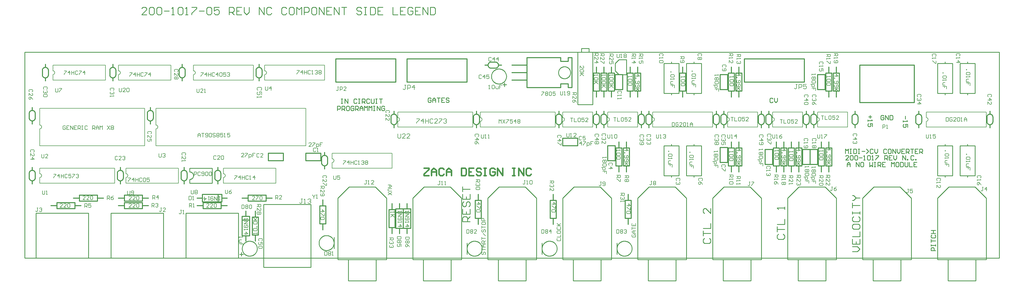
<source format=gto>
*%FSLAX23Y23*%
*%MOIN*%
G01*
%ADD11C,0.006*%
%ADD12C,0.007*%
%ADD13C,0.008*%
%ADD14C,0.010*%
%ADD15C,0.012*%
%ADD16C,0.020*%
%ADD17C,0.024*%
%ADD18C,0.032*%
%ADD19C,0.036*%
%ADD20C,0.040*%
%ADD21C,0.050*%
%ADD22C,0.052*%
%ADD23C,0.055*%
%ADD24C,0.056*%
%ADD25C,0.059*%
%ADD26C,0.060*%
%ADD27C,0.062*%
%ADD28C,0.066*%
%ADD29C,0.070*%
%ADD30C,0.082*%
%ADD31C,0.090*%
%ADD32C,0.095*%
%ADD33O,0.100X0.080*%
%ADD34C,0.100*%
%ADD35O,0.104X0.084*%
%ADD36C,0.104*%
%ADD37C,0.115*%
%ADD38C,0.120*%
%ADD39C,0.124*%
%ADD40C,0.125*%
%ADD41C,0.128*%
%ADD42C,0.129*%
%ADD43C,0.140*%
%ADD44C,0.144*%
%ADD45C,0.148*%
%ADD46C,0.150*%
%ADD47C,0.154*%
%ADD48C,0.250*%
%ADD49C,0.250*%
%ADD50R,0.062X0.062*%
%ADD51R,0.066X0.066*%
%ADD52R,0.075X0.075*%
%ADD53R,0.079X0.079*%
%ADD54R,0.250X0.250*%
D11*
X15895Y8803D02*
X15903D01*
Y8795D01*
X15895D01*
Y8803D01*
X15937Y8761D02*
X15945Y8753D01*
Y8736D01*
X15937Y8728D01*
X15903D01*
X15895Y8736D01*
Y8753D01*
X15903Y8761D01*
X15937D01*
X15895Y8711D02*
Y8695D01*
Y8703D01*
X15945D01*
X15946D01*
X15945D02*
X15937Y8711D01*
X15928Y8670D02*
X15903D01*
X15895Y8661D01*
Y8636D01*
X15928D01*
X15945Y8620D02*
Y8586D01*
Y8620D02*
X15920D01*
Y8603D01*
Y8620D01*
X15895D01*
X15797Y9020D02*
X15805Y9028D01*
Y9045D01*
X15797Y9053D01*
X15763D01*
X15755Y9045D01*
Y9028D01*
X15763Y9020D01*
X15755Y9003D02*
Y8986D01*
Y8995D01*
X15805D01*
X15806D01*
X15805D02*
X15797Y9003D01*
X15805Y8961D02*
Y8928D01*
X15797D01*
X15763Y8961D01*
X15755D01*
X16210Y8848D02*
X16218D01*
Y8840D01*
X16210D01*
Y8848D01*
X16252Y8806D02*
X16260Y8798D01*
Y8781D01*
X16252Y8773D01*
X16218D01*
X16210Y8781D01*
Y8798D01*
X16218Y8806D01*
X16252D01*
X16210Y8756D02*
Y8740D01*
Y8748D01*
X16260D01*
X16261D01*
X16260D02*
X16252Y8756D01*
X16243Y8715D02*
X16218D01*
X16210Y8706D01*
Y8681D01*
X16243D01*
X16260Y8665D02*
Y8631D01*
Y8665D02*
X16235D01*
Y8648D01*
Y8665D01*
X16210D01*
X16117Y9025D02*
X16125Y9033D01*
Y9050D01*
X16117Y9058D01*
X16083D01*
X16075Y9050D01*
Y9033D01*
X16083Y9025D01*
X16075Y9008D02*
Y8991D01*
Y9000D01*
X16125D01*
X16126D01*
X16125D02*
X16117Y9008D01*
X16125Y8941D02*
X16075D01*
X16100Y8966D02*
X16125Y8941D01*
X16100Y8933D02*
Y8966D01*
X15605Y8488D02*
X15597Y8480D01*
X15605Y8488D02*
Y8505D01*
X15597Y8513D01*
X15563D01*
X15555Y8505D01*
Y8488D01*
X15563Y8480D01*
X15597Y8463D02*
X15605Y8455D01*
Y8438D01*
X15597Y8430D01*
X15588D01*
X15589D01*
X15588D02*
X15589D01*
X15588D02*
X15589D01*
X15588D02*
X15580Y8438D01*
Y8446D01*
Y8438D01*
X15572Y8430D01*
X15563D01*
X15555Y8438D01*
Y8455D01*
X15563Y8463D01*
X15555Y8388D02*
X15605D01*
X15580Y8413D01*
Y8380D01*
X15940Y8203D02*
Y8153D01*
X15965D01*
X15973Y8161D01*
Y8195D01*
X15965Y8203D01*
X15940D01*
X16015D02*
X16023Y8195D01*
X16015Y8203D02*
X15998D01*
X15990Y8195D01*
Y8161D01*
X15998Y8153D01*
X16015D01*
X16023Y8161D01*
Y8178D01*
X16007D01*
X16040Y8153D02*
X16073D01*
X16040D02*
X16073Y8186D01*
Y8195D01*
X16065Y8203D01*
X16048D01*
X16040Y8195D01*
X16090D02*
X16098Y8203D01*
X16115D01*
X16123Y8195D01*
Y8161D01*
X16115Y8153D01*
X16098D01*
X16090Y8161D01*
Y8195D01*
X16140Y8153D02*
X16157D01*
X16148D01*
Y8203D01*
X16149D01*
X16148D02*
X16140Y8195D01*
X16182Y8186D02*
Y8153D01*
Y8186D02*
X16198Y8203D01*
X16215Y8186D01*
Y8153D01*
Y8178D01*
X16182D01*
X15675Y7978D02*
Y7936D01*
X15683Y7928D01*
X15700D01*
X15708Y7936D01*
Y7978D01*
X15725Y7928D02*
X15742D01*
X15733D01*
Y7978D01*
X15734D01*
X15733D02*
X15725Y7970D01*
X15767Y7978D02*
X15800D01*
X15767D02*
Y7953D01*
X15783Y7961D01*
X15792D01*
X15800Y7953D01*
Y7936D01*
X15792Y7928D01*
X15775D01*
X15767Y7936D01*
X16210Y7718D02*
X16218D01*
Y7710D01*
X16210D01*
Y7718D01*
X16252Y7676D02*
X16260Y7668D01*
Y7651D01*
X16252Y7643D01*
X16218D01*
X16210Y7651D01*
Y7668D01*
X16218Y7676D01*
X16252D01*
X16210Y7626D02*
Y7610D01*
Y7618D01*
X16260D01*
X16261D01*
X16260D02*
X16252Y7626D01*
X16243Y7585D02*
X16218D01*
X16210Y7576D01*
Y7551D01*
X16243D01*
X16260Y7535D02*
Y7501D01*
Y7535D02*
X16235D01*
Y7518D01*
Y7535D01*
X16210D01*
X16397Y7395D02*
X16405Y7403D01*
Y7420D01*
X16397Y7428D01*
X16363D01*
X16355Y7420D01*
Y7403D01*
X16363Y7395D01*
X16355Y7378D02*
Y7361D01*
Y7370D01*
X16405D01*
X16406D01*
X16405D02*
X16397Y7378D01*
Y7320D02*
X16405Y7303D01*
X16397Y7320D02*
X16380Y7336D01*
X16363D01*
X16355Y7328D01*
Y7311D01*
X16363Y7303D01*
X16372D01*
X16380Y7311D01*
Y7336D01*
X15933Y7763D02*
X15925D01*
X15933D02*
Y7755D01*
X15925D01*
Y7763D01*
X15967Y7721D02*
X15975Y7713D01*
Y7696D01*
X15967Y7688D01*
X15933D01*
X15925Y7696D01*
Y7713D01*
X15933Y7721D01*
X15967D01*
X15925Y7671D02*
Y7655D01*
Y7663D01*
X15975D01*
X15976D01*
X15975D02*
X15967Y7671D01*
X15958Y7630D02*
X15933D01*
X15925Y7621D01*
Y7596D01*
X15958D01*
X15975Y7580D02*
Y7546D01*
Y7580D02*
X15950D01*
Y7563D01*
Y7580D01*
X15925D01*
X15865Y7368D02*
X15857Y7360D01*
X15865Y7368D02*
Y7385D01*
X15857Y7393D01*
X15823D01*
X15815Y7385D01*
Y7368D01*
X15823Y7360D01*
X15815Y7343D02*
Y7326D01*
Y7335D01*
X15865D01*
X15866D01*
X15865D02*
X15857Y7343D01*
X15815Y7301D02*
Y7268D01*
Y7301D02*
X15848Y7268D01*
X15857D01*
X15865Y7276D01*
Y7293D01*
X15857Y7301D01*
X16537Y8480D02*
X16545Y8488D01*
Y8505D01*
X16537Y8513D01*
X16503D01*
X16495Y8505D01*
Y8488D01*
X16503Y8480D01*
X16495Y8438D02*
X16545D01*
X16520Y8463D01*
Y8430D01*
X16495Y8413D02*
Y8380D01*
Y8413D02*
X16528Y8380D01*
X16537D01*
X16545Y8388D01*
Y8405D01*
X16537Y8413D01*
X15095Y8108D02*
Y8058D01*
Y8108D02*
X15120D01*
X15128Y8100D01*
Y8083D01*
X15120Y8075D01*
X15095D01*
X15145Y8058D02*
X15162D01*
X15153D01*
Y8108D01*
X15154D01*
X15153D02*
X15145Y8100D01*
X16422Y7273D02*
X16438D01*
X16430D02*
X16422D01*
X16430D02*
Y7231D01*
X16422Y7223D01*
X16413D01*
X16405Y7231D01*
X16480Y7223D02*
Y7273D01*
X16455Y7248D01*
X16488D01*
X15443Y7248D02*
X15427D01*
X15435D01*
Y7206D01*
X15427Y7198D01*
X15418D01*
X15410Y7206D01*
X15460Y7248D02*
X15493D01*
X15460D02*
Y7223D01*
X15477Y7231D01*
X15485D01*
X15493Y7223D01*
Y7206D01*
X15485Y7198D01*
X15468D01*
X15460Y7206D01*
X14500Y8758D02*
X14450D01*
X14475Y8783D02*
X14500Y8758D01*
X14475Y8750D02*
Y8783D01*
X14458Y8733D02*
X14450D01*
X14458D02*
Y8725D01*
X14450D01*
Y8733D01*
X14458Y8691D02*
X14450Y8683D01*
Y8666D01*
X14458Y8658D01*
X14492D01*
X14500Y8666D01*
Y8683D01*
X14492Y8691D01*
X14483D01*
X14475Y8683D01*
Y8658D01*
X14458Y8641D02*
X14450Y8633D01*
Y8616D01*
X14458Y8608D01*
X14492D01*
X14500Y8616D01*
Y8633D01*
X14492Y8641D01*
X14483D01*
X14475Y8633D01*
Y8608D01*
X14500Y8591D02*
X14450D01*
X14467D01*
X14500Y8558D01*
X14475Y8583D01*
X14450Y8558D01*
X14445Y9058D02*
X14495D01*
Y9033D01*
X14487Y9025D01*
X14470D01*
X14462Y9033D01*
Y9058D01*
Y9041D02*
X14445Y9025D01*
Y9008D02*
Y8991D01*
Y9000D01*
X14495D01*
X14496D01*
X14495D02*
X14487Y9008D01*
X14453Y8966D02*
X14445Y8958D01*
Y8941D01*
X14453Y8933D01*
X14487D01*
X14495Y8941D01*
Y8958D01*
X14487Y8966D01*
X14478D01*
X14470Y8958D01*
Y8933D01*
X14350Y8758D02*
Y8741D01*
Y8750D01*
X14400D01*
X14401D01*
X14400D02*
X14392Y8758D01*
Y8716D02*
X14400Y8708D01*
Y8691D01*
X14392Y8683D01*
X14358D01*
X14350Y8691D01*
Y8708D01*
X14358Y8716D01*
X14392D01*
Y8666D02*
X14400Y8658D01*
Y8641D01*
X14392Y8633D01*
X14358D01*
X14350Y8641D01*
Y8658D01*
X14358Y8666D01*
X14392D01*
X14395Y9048D02*
X14345D01*
X14395D02*
Y9023D01*
X14387Y9015D01*
X14370D01*
X14362Y9023D01*
Y9048D01*
Y9031D02*
X14345Y9015D01*
Y8998D02*
Y8981D01*
Y8990D01*
X14395D01*
X14396D01*
X14395D02*
X14387Y8998D01*
X14395Y8956D02*
Y8923D01*
X14387D01*
X14353Y8956D01*
X14345D01*
X14150Y8788D02*
Y8771D01*
Y8780D01*
X14200D01*
X14201D01*
X14200D02*
X14192Y8788D01*
Y8746D02*
X14200Y8738D01*
Y8721D01*
X14192Y8713D01*
X14183D01*
X14175Y8721D01*
X14167Y8713D01*
X14158D01*
X14150Y8721D01*
Y8738D01*
X14158Y8746D01*
X14167D01*
X14175Y8738D01*
X14183Y8746D01*
X14192D01*
X14175Y8738D02*
Y8721D01*
X14192Y8696D02*
X14200Y8688D01*
Y8671D01*
X14192Y8663D01*
X14158D01*
X14150Y8671D01*
Y8688D01*
X14158Y8696D01*
X14192D01*
X14183Y8646D02*
X14133D01*
X14183D02*
Y8621D01*
X14175Y8613D01*
X14158D01*
X14150Y8621D01*
Y8646D01*
X14200Y8596D02*
Y8563D01*
Y8596D02*
X14175D01*
Y8580D01*
Y8596D01*
X14150D01*
X14292Y8915D02*
X14300Y8923D01*
Y8940D01*
X14292Y8948D01*
X14258D01*
X14250Y8940D01*
Y8923D01*
X14258Y8915D01*
X14250Y8898D02*
Y8881D01*
Y8890D01*
X14300D01*
X14301D01*
X14300D02*
X14292Y8898D01*
X14300Y8856D02*
Y8823D01*
Y8856D02*
X14275D01*
X14283Y8840D01*
Y8831D01*
X14275Y8823D01*
X14258D01*
X14250Y8831D01*
Y8848D01*
X14258Y8856D01*
X14750Y7963D02*
X14742Y7955D01*
X14750Y7963D02*
Y7980D01*
X14742Y7988D01*
X14708D01*
X14700Y7980D01*
Y7963D01*
X14708Y7955D01*
X14700Y7913D02*
X14750D01*
X14725Y7938D01*
Y7905D01*
X14742Y7888D02*
X14750Y7880D01*
Y7863D01*
X14742Y7855D01*
X14733D01*
X14734D01*
X14733D02*
X14734D01*
X14733D02*
X14734D01*
X14733D02*
X14725Y7863D01*
Y7871D01*
Y7863D01*
X14717Y7855D01*
X14708D01*
X14700Y7863D01*
Y7880D01*
X14708Y7888D01*
X14308Y8228D02*
X14275D01*
X14292D02*
X14308D01*
X14292D02*
Y8178D01*
X14325D02*
Y8228D01*
Y8178D02*
X14358D01*
X14375Y8220D02*
X14383Y8228D01*
X14400D01*
X14408Y8220D01*
Y8186D01*
X14400Y8178D01*
X14383D01*
X14375Y8186D01*
Y8220D01*
X14425Y8228D02*
X14458D01*
X14425D02*
Y8203D01*
X14442Y8211D01*
X14450D01*
X14458Y8203D01*
Y8186D01*
X14450Y8178D01*
X14433D01*
X14425Y8186D01*
X14475Y8178D02*
X14508D01*
X14475D02*
X14508Y8211D01*
Y8220D01*
X14500Y8228D01*
X14483D01*
X14475Y8220D01*
X14225Y7978D02*
Y7936D01*
X14233Y7928D01*
X14250D01*
X14258Y7936D01*
Y7978D01*
X14275Y7928D02*
X14292D01*
X14283D01*
Y7978D01*
X14284D01*
X14283D02*
X14275Y7970D01*
X14317Y7978D02*
X14350D01*
Y7970D01*
X14317Y7936D01*
Y7928D01*
X14350Y7773D02*
X14400D01*
X14375Y7798D01*
Y7765D01*
X14358Y7748D02*
X14350D01*
X14358D02*
Y7740D01*
X14350D01*
Y7748D01*
X14358Y7706D02*
X14350Y7698D01*
Y7681D01*
X14358Y7673D01*
X14392D01*
X14400Y7681D01*
Y7698D01*
X14392Y7706D01*
X14383D01*
X14375Y7698D01*
Y7673D01*
X14358Y7656D02*
X14350Y7648D01*
Y7631D01*
X14358Y7623D01*
X14392D01*
X14400Y7631D01*
Y7648D01*
X14392Y7656D01*
X14383D01*
X14375Y7648D01*
Y7623D01*
X14400Y7606D02*
X14350D01*
X14367D01*
X14400Y7573D01*
X14375Y7598D01*
X14350Y7573D01*
X14340Y7433D02*
X14390D01*
Y7408D01*
X14382Y7400D01*
X14365D01*
X14357Y7408D01*
Y7433D01*
Y7416D02*
X14340Y7400D01*
Y7383D02*
Y7350D01*
Y7383D02*
X14373Y7350D01*
X14382D01*
X14390Y7358D01*
Y7375D01*
X14382Y7383D01*
X14340Y7333D02*
Y7300D01*
Y7333D02*
X14373Y7300D01*
X14382D01*
X14390Y7308D01*
Y7325D01*
X14382Y7333D01*
X14250Y7746D02*
Y7763D01*
Y7755D02*
Y7746D01*
Y7755D02*
X14300D01*
X14301D01*
X14300D02*
X14292Y7763D01*
Y7721D02*
X14300Y7713D01*
Y7696D01*
X14292Y7688D01*
X14258D01*
X14250Y7696D01*
Y7713D01*
X14258Y7721D01*
X14292D01*
Y7671D02*
X14300Y7663D01*
Y7646D01*
X14292Y7638D01*
X14258D01*
X14250Y7646D01*
Y7663D01*
X14258Y7671D01*
X14292D01*
X14300Y7428D02*
X14250D01*
X14300D02*
Y7403D01*
X14292Y7395D01*
X14275D01*
X14267Y7403D01*
Y7428D01*
Y7411D02*
X14250Y7395D01*
Y7378D02*
Y7345D01*
Y7378D02*
X14283Y7345D01*
X14292D01*
X14300Y7353D01*
Y7370D01*
X14292Y7378D01*
Y7328D02*
X14300Y7320D01*
Y7303D01*
X14292Y7295D01*
X14258D01*
X14250Y7303D01*
Y7320D01*
X14258Y7328D01*
X14292D01*
X14150Y7531D02*
Y7548D01*
Y7540D02*
Y7531D01*
Y7540D02*
X14200D01*
X14201D01*
X14200D02*
X14192Y7548D01*
Y7506D02*
X14200Y7498D01*
Y7481D01*
X14192Y7473D01*
X14183D01*
X14175Y7481D01*
X14167Y7473D01*
X14158D01*
X14150Y7481D01*
Y7498D01*
X14158Y7506D01*
X14167D01*
X14175Y7498D01*
X14183Y7506D01*
X14192D01*
X14175Y7498D02*
Y7481D01*
X14192Y7456D02*
X14200Y7448D01*
Y7431D01*
X14192Y7423D01*
X14158D01*
X14150Y7431D01*
Y7448D01*
X14158Y7456D01*
X14192D01*
X14183Y7406D02*
X14133D01*
X14183D02*
Y7381D01*
X14175Y7373D01*
X14158D01*
X14150Y7381D01*
Y7406D01*
X14200Y7356D02*
Y7323D01*
Y7356D02*
X14175D01*
Y7340D01*
Y7356D01*
X14150D01*
X14197Y7890D02*
X14205Y7898D01*
Y7915D01*
X14197Y7923D01*
X14163D01*
X14155Y7915D01*
Y7898D01*
X14163Y7890D01*
X14155Y7873D02*
Y7856D01*
Y7865D01*
X14205D01*
X14206D01*
X14205D02*
X14197Y7873D01*
Y7831D02*
X14205Y7823D01*
Y7806D01*
X14197Y7798D01*
X14188D01*
X14180Y7806D01*
X14172Y7798D01*
X14163D01*
X14155Y7806D01*
Y7823D01*
X14163Y7831D01*
X14172D01*
X14180Y7823D01*
X14188Y7831D01*
X14197D01*
X14180Y7823D02*
Y7806D01*
X14197Y8475D02*
X14205Y8483D01*
Y8500D01*
X14197Y8508D01*
X14163D01*
X14155Y8500D01*
Y8483D01*
X14163Y8475D01*
X14197Y8458D02*
X14205Y8450D01*
Y8433D01*
X14197Y8425D01*
X14188D01*
X14189D01*
X14188D02*
X14189D01*
X14188D02*
X14189D01*
X14188D02*
X14180Y8433D01*
Y8441D01*
Y8433D01*
X14172Y8425D01*
X14163D01*
X14155Y8433D01*
Y8450D01*
X14163Y8458D01*
X14197Y8391D02*
X14205Y8375D01*
X14197Y8391D02*
X14180Y8408D01*
X14163D01*
X14155Y8400D01*
Y8383D01*
X14163Y8375D01*
X14172D01*
X14180Y8383D01*
Y8408D01*
X14100Y8483D02*
X14092Y8475D01*
X14100Y8483D02*
Y8500D01*
X14092Y8508D01*
X14058D01*
X14050Y8500D01*
Y8483D01*
X14058Y8475D01*
X14050Y8433D02*
X14100D01*
X14075Y8458D01*
Y8425D01*
X14092Y8408D02*
X14100Y8400D01*
Y8383D01*
X14092Y8375D01*
X14058D01*
X14050Y8383D01*
Y8400D01*
X14058Y8408D01*
X14092D01*
X13758Y8178D02*
X13725D01*
X13742D02*
X13758D01*
X13742D02*
Y8128D01*
X13775D02*
Y8178D01*
Y8128D02*
X13808D01*
X13825Y8170D02*
X13833Y8178D01*
X13850D01*
X13858Y8170D01*
Y8136D01*
X13850Y8128D01*
X13833D01*
X13825Y8136D01*
Y8170D01*
X13875Y8178D02*
X13908D01*
X13875D02*
Y8153D01*
X13892Y8161D01*
X13900D01*
X13908Y8153D01*
Y8136D01*
X13900Y8128D01*
X13883D01*
X13875Y8136D01*
X13925Y8128D02*
X13958D01*
X13925D02*
X13958Y8161D01*
Y8170D01*
X13950Y8178D01*
X13933D01*
X13925Y8170D01*
X13625Y7978D02*
Y7936D01*
X13633Y7928D01*
X13650D01*
X13658Y7936D01*
Y7978D01*
X13675Y7928D02*
X13692D01*
X13683D01*
Y7978D01*
X13684D01*
X13683D02*
X13675Y7970D01*
X13733D02*
X13750Y7978D01*
X13733Y7970D02*
X13717Y7953D01*
Y7936D01*
X13725Y7928D01*
X13742D01*
X13750Y7936D01*
Y7945D01*
X13742Y7953D01*
X13717D01*
X14060Y7553D02*
Y7536D01*
Y7545D01*
X14110D01*
X14111D01*
X14110D02*
X14102Y7553D01*
Y7511D02*
X14110Y7503D01*
Y7486D01*
X14102Y7478D01*
X14093D01*
X14085Y7486D01*
X14077Y7478D01*
X14068D01*
X14060Y7486D01*
Y7503D01*
X14068Y7511D01*
X14077D01*
X14085Y7503D01*
X14093Y7511D01*
X14102D01*
X14085Y7503D02*
Y7486D01*
X14102Y7461D02*
X14110Y7453D01*
Y7436D01*
X14102Y7428D01*
X14068D01*
X14060Y7436D01*
Y7453D01*
X14068Y7461D01*
X14102D01*
X14093Y7411D02*
X14043D01*
X14093D02*
Y7386D01*
X14085Y7378D01*
X14068D01*
X14060Y7386D01*
Y7411D01*
X14110Y7361D02*
Y7328D01*
Y7361D02*
X14085D01*
Y7345D01*
Y7361D01*
X14060D01*
X14087Y7890D02*
X14095Y7898D01*
Y7915D01*
X14087Y7923D01*
X14053D01*
X14045Y7915D01*
Y7898D01*
X14053Y7890D01*
X14045Y7873D02*
Y7856D01*
Y7865D01*
X14095D01*
X14096D01*
X14095D02*
X14087Y7873D01*
X14053Y7831D02*
X14045Y7823D01*
Y7806D01*
X14053Y7798D01*
X14087D01*
X14095Y7806D01*
Y7823D01*
X14087Y7831D01*
X14078D01*
X14070Y7823D01*
Y7798D01*
X13995Y7763D02*
X13945D01*
X13970Y7788D02*
X13995Y7763D01*
X13970Y7755D02*
Y7788D01*
X13953Y7738D02*
X13945D01*
X13953D02*
Y7730D01*
X13945D01*
Y7738D01*
X13953Y7696D02*
X13945Y7688D01*
Y7671D01*
X13953Y7663D01*
X13987D01*
X13995Y7671D01*
Y7688D01*
X13987Y7696D01*
X13978D01*
X13970Y7688D01*
Y7663D01*
X13953Y7646D02*
X13945Y7638D01*
Y7621D01*
X13953Y7613D01*
X13987D01*
X13995Y7621D01*
Y7638D01*
X13987Y7646D01*
X13978D01*
X13970Y7638D01*
Y7613D01*
X13995Y7596D02*
X13945D01*
X13962D01*
X13995Y7563D01*
X13970Y7588D01*
X13945Y7563D01*
X13950Y7433D02*
X14000D01*
Y7408D01*
X13992Y7400D01*
X13975D01*
X13967Y7408D01*
Y7433D01*
Y7416D02*
X13950Y7400D01*
Y7383D02*
Y7350D01*
Y7383D02*
X13983Y7350D01*
X13992D01*
X14000Y7358D01*
Y7375D01*
X13992Y7383D01*
Y7333D02*
X14000Y7325D01*
Y7308D01*
X13992Y7300D01*
X13983D01*
X13984D01*
X13983D02*
X13984D01*
X13983D02*
X13984D01*
X13983D02*
X13975Y7308D01*
Y7316D01*
Y7308D01*
X13967Y7300D01*
X13958D01*
X13950Y7308D01*
Y7325D01*
X13958Y7333D01*
X13850Y7736D02*
Y7753D01*
Y7745D02*
Y7736D01*
Y7745D02*
X13900D01*
X13901D01*
X13900D02*
X13892Y7753D01*
Y7711D02*
X13900Y7703D01*
Y7686D01*
X13892Y7678D01*
X13858D01*
X13850Y7686D01*
Y7703D01*
X13858Y7711D01*
X13892D01*
Y7661D02*
X13900Y7653D01*
Y7636D01*
X13892Y7628D01*
X13858D01*
X13850Y7636D01*
Y7653D01*
X13858Y7661D01*
X13892D01*
X13895Y7428D02*
X13845D01*
X13895D02*
Y7403D01*
X13887Y7395D01*
X13870D01*
X13862Y7403D01*
Y7428D01*
Y7411D02*
X13845Y7395D01*
Y7378D02*
Y7345D01*
Y7378D02*
X13878Y7345D01*
X13887D01*
X13895Y7353D01*
Y7370D01*
X13887Y7378D01*
X13845Y7328D02*
Y7311D01*
Y7320D01*
X13895D01*
X13896D01*
X13895D02*
X13887Y7328D01*
X13800Y7763D02*
X13750D01*
X13775Y7788D02*
X13800Y7763D01*
X13775Y7755D02*
Y7788D01*
X13758Y7738D02*
X13750D01*
X13758D02*
Y7730D01*
X13750D01*
Y7738D01*
X13758Y7696D02*
X13750Y7688D01*
Y7671D01*
X13758Y7663D01*
X13792D01*
X13800Y7671D01*
Y7688D01*
X13792Y7696D01*
X13783D01*
X13775Y7688D01*
Y7663D01*
X13758Y7646D02*
X13750Y7638D01*
Y7621D01*
X13758Y7613D01*
X13792D01*
X13800Y7621D01*
Y7638D01*
X13792Y7646D01*
X13783D01*
X13775Y7638D01*
Y7613D01*
X13800Y7596D02*
X13750D01*
X13767D01*
X13800Y7563D01*
X13775Y7588D01*
X13750Y7563D01*
Y7433D02*
X13800D01*
Y7408D01*
X13792Y7400D01*
X13775D01*
X13767Y7408D01*
Y7433D01*
Y7416D02*
X13750Y7400D01*
Y7383D02*
Y7366D01*
Y7375D01*
X13800D01*
X13801D01*
X13800D02*
X13792Y7383D01*
Y7341D02*
X13800Y7333D01*
Y7316D01*
X13792Y7308D01*
X13783D01*
X13775Y7316D01*
X13767Y7308D01*
X13758D01*
X13750Y7316D01*
Y7333D01*
X13758Y7341D01*
X13767D01*
X13775Y7333D01*
X13783Y7341D01*
X13792D01*
X13775Y7333D02*
Y7316D01*
X13655Y7751D02*
Y7768D01*
Y7760D02*
Y7751D01*
Y7760D02*
X13705D01*
X13706D01*
X13705D02*
X13697Y7768D01*
Y7726D02*
X13705Y7718D01*
Y7701D01*
X13697Y7693D01*
X13663D01*
X13655Y7701D01*
Y7718D01*
X13663Y7726D01*
X13697D01*
Y7676D02*
X13705Y7668D01*
Y7651D01*
X13697Y7643D01*
X13663D01*
X13655Y7651D01*
Y7668D01*
X13663Y7676D01*
X13697D01*
X13700Y7438D02*
X13650D01*
X13700D02*
Y7413D01*
X13692Y7405D01*
X13675D01*
X13667Y7413D01*
Y7438D01*
Y7421D02*
X13650Y7405D01*
Y7388D02*
Y7371D01*
Y7380D01*
X13700D01*
X13701D01*
X13700D02*
X13692Y7388D01*
Y7330D02*
X13700Y7313D01*
X13692Y7330D02*
X13675Y7346D01*
X13658D01*
X13650Y7338D01*
Y7321D01*
X13658Y7313D01*
X13667D01*
X13675Y7321D01*
Y7346D01*
X14412Y7278D02*
X14428D01*
X14420D02*
X14412D01*
X14420D02*
Y7236D01*
X14412Y7228D01*
X14403D01*
X14395Y7236D01*
X14462Y7270D02*
X14478Y7278D01*
X14462Y7270D02*
X14445Y7253D01*
Y7236D01*
X14453Y7228D01*
X14470D01*
X14478Y7236D01*
Y7245D01*
X14470Y7253D01*
X14445D01*
X12273Y8818D02*
X12265D01*
X12273D02*
Y8810D01*
X12265D01*
Y8818D01*
X12307Y8776D02*
X12315Y8768D01*
Y8751D01*
X12307Y8743D01*
X12273D01*
X12265Y8751D01*
Y8768D01*
X12273Y8776D01*
X12307D01*
X12265Y8726D02*
Y8710D01*
Y8718D01*
X12315D01*
X12316D01*
X12315D02*
X12307Y8726D01*
X12298Y8685D02*
X12273D01*
X12265Y8676D01*
Y8651D01*
X12298D01*
X12315Y8635D02*
Y8601D01*
Y8635D02*
X12290D01*
Y8618D01*
Y8635D01*
X12265D01*
X12157Y9025D02*
X12165Y9033D01*
Y9050D01*
X12157Y9058D01*
X12123D01*
X12115Y9050D01*
Y9033D01*
X12123Y9025D01*
X12115Y9008D02*
Y8991D01*
Y9000D01*
X12165D01*
X12166D01*
X12165D02*
X12157Y9008D01*
Y8966D02*
X12165Y8958D01*
Y8941D01*
X12157Y8933D01*
X12123D01*
X12115Y8941D01*
Y8958D01*
X12123Y8966D01*
X12157D01*
X12550Y8828D02*
X12558D01*
Y8820D01*
X12550D01*
Y8828D01*
X12592Y8786D02*
X12600Y8778D01*
Y8761D01*
X12592Y8753D01*
X12558D01*
X12550Y8761D01*
Y8778D01*
X12558Y8786D01*
X12592D01*
X12550Y8736D02*
Y8720D01*
Y8728D01*
X12600D01*
X12601D01*
X12600D02*
X12592Y8736D01*
X12583Y8695D02*
X12558D01*
X12550Y8686D01*
Y8661D01*
X12583D01*
X12600Y8645D02*
Y8611D01*
Y8645D02*
X12575D01*
Y8628D01*
Y8645D01*
X12550D01*
X12672Y9025D02*
X12680Y9033D01*
Y9050D01*
X12672Y9058D01*
X12638D01*
X12630Y9050D01*
Y9033D01*
X12638Y9025D01*
X12672Y9008D02*
X12680Y9000D01*
Y8983D01*
X12672Y8975D01*
X12663D01*
X12655Y8983D01*
X12647Y8975D01*
X12638D01*
X12630Y8983D01*
Y9000D01*
X12638Y9008D01*
X12647D01*
X12655Y9000D01*
X12663Y9008D01*
X12672D01*
X12655Y9000D02*
Y8983D01*
X12405Y8753D02*
Y8736D01*
Y8745D01*
X12455D01*
X12456D01*
X12455D02*
X12447Y8753D01*
Y8711D02*
X12455Y8703D01*
Y8686D01*
X12447Y8678D01*
X12413D01*
X12405Y8686D01*
Y8703D01*
X12413Y8711D01*
X12447D01*
Y8661D02*
X12455Y8653D01*
Y8636D01*
X12447Y8628D01*
X12413D01*
X12405Y8636D01*
Y8653D01*
X12413Y8661D01*
X12447D01*
X12445Y9018D02*
X12395D01*
X12445D02*
Y8993D01*
X12437Y8985D01*
X12420D01*
X12412Y8993D01*
Y9018D01*
Y9001D02*
X12395Y8985D01*
X12403Y8968D02*
X12395Y8960D01*
Y8943D01*
X12403Y8935D01*
X12437D01*
X12445Y8943D01*
Y8960D01*
X12437Y8968D01*
X12428D01*
X12420Y8960D01*
Y8935D01*
X13145Y8768D02*
X13195D01*
X13170Y8793D01*
Y8760D01*
X13153Y8743D02*
X13145D01*
X13153D02*
Y8735D01*
X13145D01*
Y8743D01*
X13153Y8701D02*
X13145Y8693D01*
Y8676D01*
X13153Y8668D01*
X13187D01*
X13195Y8676D01*
Y8693D01*
X13187Y8701D01*
X13178D01*
X13170Y8693D01*
Y8668D01*
X13153Y8651D02*
X13145Y8643D01*
Y8626D01*
X13153Y8618D01*
X13187D01*
X13195Y8626D01*
Y8643D01*
X13187Y8651D01*
X13178D01*
X13170Y8643D01*
Y8618D01*
X13195Y8601D02*
X13145D01*
X13162D01*
X13195Y8568D01*
X13170Y8593D01*
X13145Y8568D01*
X13150Y9048D02*
X13200D01*
Y9023D01*
X13192Y9015D01*
X13175D01*
X13167Y9023D01*
Y9048D01*
Y9031D02*
X13150Y9015D01*
Y8998D02*
Y8981D01*
Y8990D01*
X13200D01*
X13201D01*
X13200D02*
X13192Y8998D01*
Y8956D02*
X13200Y8948D01*
Y8931D01*
X13192Y8923D01*
X13183D01*
X13184D01*
X13183D02*
X13184D01*
X13183D02*
X13184D01*
X13183D02*
X13175Y8931D01*
Y8940D01*
Y8931D01*
X13167Y8923D01*
X13158D01*
X13150Y8931D01*
Y8948D01*
X13158Y8956D01*
X13055Y8753D02*
Y8736D01*
Y8745D01*
X13105D01*
X13106D01*
X13105D02*
X13097Y8753D01*
Y8711D02*
X13105Y8703D01*
Y8686D01*
X13097Y8678D01*
X13063D01*
X13055Y8686D01*
Y8703D01*
X13063Y8711D01*
X13097D01*
Y8661D02*
X13105Y8653D01*
Y8636D01*
X13097Y8628D01*
X13063D01*
X13055Y8636D01*
Y8653D01*
X13063Y8661D01*
X13097D01*
X13095Y9058D02*
X13045D01*
X13095D02*
Y9033D01*
X13087Y9025D01*
X13070D01*
X13062Y9033D01*
Y9058D01*
Y9041D02*
X13045Y9025D01*
Y9008D02*
Y8991D01*
Y9000D01*
X13095D01*
X13096D01*
X13095D02*
X13087Y9008D01*
X13045Y8966D02*
Y8933D01*
Y8966D02*
X13078Y8933D01*
X13087D01*
X13095Y8941D01*
Y8958D01*
X13087Y8966D01*
X12855Y8778D02*
Y8761D01*
Y8770D01*
X12905D01*
X12906D01*
X12905D02*
X12897Y8778D01*
Y8736D02*
X12905Y8728D01*
Y8711D01*
X12897Y8703D01*
X12888D01*
X12880Y8711D01*
X12872Y8703D01*
X12863D01*
X12855Y8711D01*
Y8728D01*
X12863Y8736D01*
X12872D01*
X12880Y8728D01*
X12888Y8736D01*
X12897D01*
X12880Y8728D02*
Y8711D01*
X12897Y8686D02*
X12905Y8678D01*
Y8661D01*
X12897Y8653D01*
X12863D01*
X12855Y8661D01*
Y8678D01*
X12863Y8686D01*
X12897D01*
X12888Y8636D02*
X12838D01*
X12888D02*
Y8611D01*
X12880Y8603D01*
X12863D01*
X12855Y8611D01*
Y8636D01*
X12905Y8586D02*
Y8553D01*
Y8586D02*
X12880D01*
Y8570D01*
Y8586D01*
X12855D01*
X12997Y8875D02*
X13005Y8883D01*
Y8900D01*
X12997Y8908D01*
X12963D01*
X12955Y8900D01*
Y8883D01*
X12963Y8875D01*
Y8858D02*
X12955Y8850D01*
Y8833D01*
X12963Y8825D01*
X12997D01*
X13005Y8833D01*
Y8850D01*
X12997Y8858D01*
X12988D01*
X12980Y8850D01*
Y8825D01*
X13935Y8648D02*
X13955D01*
X13945D02*
X13935D01*
X13945D02*
Y8598D01*
X13935Y8588D01*
X13925D01*
X13915Y8598D01*
X13975Y8588D02*
Y8648D01*
X14005D01*
X14015Y8638D01*
Y8618D01*
X14005Y8608D01*
X13975D01*
X14035Y8648D02*
X14075D01*
X14035D02*
Y8618D01*
X14055Y8628D01*
X14065D01*
X14075Y8618D01*
Y8598D01*
X14065Y8588D01*
X14045D01*
X14035Y8598D01*
X12285Y8138D02*
Y8088D01*
X12310D01*
X12318Y8096D01*
Y8130D01*
X12310Y8138D01*
X12285D01*
X12360D02*
X12368Y8130D01*
X12360Y8138D02*
X12343D01*
X12335Y8130D01*
Y8096D01*
X12343Y8088D01*
X12360D01*
X12368Y8096D01*
Y8113D01*
X12352D01*
X12385Y8088D02*
X12418D01*
X12385D02*
X12418Y8121D01*
Y8130D01*
X12410Y8138D01*
X12393D01*
X12385Y8130D01*
X12435D02*
X12443Y8138D01*
X12460D01*
X12468Y8130D01*
Y8096D01*
X12460Y8088D01*
X12443D01*
X12435Y8096D01*
Y8130D01*
X12485Y8088D02*
X12502D01*
X12493D01*
Y8138D01*
X12494D01*
X12493D02*
X12485Y8130D01*
X12527Y8121D02*
Y8088D01*
Y8121D02*
X12543Y8138D01*
X12560Y8121D01*
Y8088D01*
Y8113D01*
X12527D01*
X12075Y7978D02*
Y7936D01*
X12083Y7928D01*
X12100D01*
X12108Y7936D01*
Y7978D01*
X12125Y7928D02*
X12142D01*
X12133D01*
Y7978D01*
X12134D01*
X12133D02*
X12125Y7970D01*
X12167D02*
X12175Y7978D01*
X12192D01*
X12200Y7970D01*
Y7961D01*
X12201D01*
X12200D02*
X12201D01*
X12200D02*
X12201D01*
X12200D02*
X12192Y7953D01*
X12183D01*
X12192D01*
X12200Y7945D01*
Y7936D01*
X12192Y7928D01*
X12175D01*
X12167Y7936D01*
X12235Y7758D02*
X12243D01*
Y7750D01*
X12235D01*
Y7758D01*
X12277Y7716D02*
X12285Y7708D01*
Y7691D01*
X12277Y7683D01*
X12243D01*
X12235Y7691D01*
Y7708D01*
X12243Y7716D01*
X12277D01*
X12235Y7666D02*
Y7650D01*
Y7658D01*
X12285D01*
X12286D01*
X12285D02*
X12277Y7666D01*
X12268Y7625D02*
X12243D01*
X12235Y7616D01*
Y7591D01*
X12268D01*
X12285Y7575D02*
Y7541D01*
Y7575D02*
X12260D01*
Y7558D01*
Y7575D01*
X12235D01*
X12390Y7368D02*
X12382Y7360D01*
X12390Y7368D02*
Y7385D01*
X12382Y7393D01*
X12348D01*
X12340Y7385D01*
Y7368D01*
X12348Y7360D01*
X12382Y7343D02*
X12390Y7335D01*
Y7318D01*
X12382Y7310D01*
X12373D01*
X12374D01*
X12373D02*
X12374D01*
X12373D02*
X12374D01*
X12373D02*
X12365Y7318D01*
Y7326D01*
Y7318D01*
X12357Y7310D01*
X12348D01*
X12340Y7318D01*
Y7335D01*
X12348Y7343D01*
X12520Y7743D02*
X12528D01*
Y7735D01*
X12520D01*
Y7743D01*
X12562Y7701D02*
X12570Y7693D01*
Y7676D01*
X12562Y7668D01*
X12528D01*
X12520Y7676D01*
Y7693D01*
X12528Y7701D01*
X12562D01*
X12520Y7651D02*
Y7635D01*
Y7643D01*
X12570D01*
X12571D01*
X12570D02*
X12562Y7651D01*
X12553Y7610D02*
X12528D01*
X12520Y7601D01*
Y7576D01*
X12553D01*
X12570Y7560D02*
Y7526D01*
Y7560D02*
X12545D01*
Y7543D01*
Y7560D01*
X12520D01*
X12690Y7368D02*
X12682Y7360D01*
X12690Y7368D02*
Y7385D01*
X12682Y7393D01*
X12648D01*
X12640Y7385D01*
Y7368D01*
X12648Y7360D01*
X12682Y7326D02*
X12690Y7310D01*
X12682Y7326D02*
X12665Y7343D01*
X12648D01*
X12640Y7335D01*
Y7318D01*
X12648Y7310D01*
X12657D01*
X12665Y7318D01*
Y7343D01*
X12897Y7940D02*
X12905Y7948D01*
Y7965D01*
X12897Y7973D01*
X12863D01*
X12855Y7965D01*
Y7948D01*
X12863Y7940D01*
X12897Y7923D02*
X12905Y7915D01*
Y7898D01*
X12897Y7890D01*
X12888D01*
X12889D01*
X12888D02*
X12889D01*
X12888D02*
X12889D01*
X12888D02*
X12880Y7898D01*
Y7906D01*
Y7898D01*
X12872Y7890D01*
X12863D01*
X12855Y7898D01*
Y7915D01*
X12863Y7923D01*
X12897Y7873D02*
X12905Y7865D01*
Y7848D01*
X12897Y7840D01*
X12888D01*
X12880Y7848D01*
X12872Y7840D01*
X12863D01*
X12855Y7848D01*
Y7865D01*
X12863Y7873D01*
X12872D01*
X12880Y7865D01*
X12888Y7873D01*
X12897D01*
X12880Y7865D02*
Y7848D01*
X13050Y7753D02*
Y7736D01*
Y7745D01*
X13100D01*
X13101D01*
X13100D02*
X13092Y7753D01*
Y7711D02*
X13100Y7703D01*
Y7686D01*
X13092Y7678D01*
X13058D01*
X13050Y7686D01*
Y7703D01*
X13058Y7711D01*
X13092D01*
Y7661D02*
X13100Y7653D01*
Y7636D01*
X13092Y7628D01*
X13058D01*
X13050Y7636D01*
Y7653D01*
X13058Y7661D01*
X13092D01*
X13100Y7438D02*
X13050D01*
X13100D02*
Y7413D01*
X13092Y7405D01*
X13075D01*
X13067Y7413D01*
Y7438D01*
Y7421D02*
X13050Y7405D01*
Y7388D02*
Y7371D01*
Y7380D01*
X13100D01*
X13101D01*
X13100D02*
X13092Y7388D01*
Y7346D02*
X13100Y7338D01*
Y7321D01*
X13092Y7313D01*
X13058D01*
X13050Y7321D01*
Y7338D01*
X13058Y7346D01*
X13092D01*
X13150Y7763D02*
X13200D01*
X13175Y7788D01*
Y7755D01*
X13158Y7738D02*
X13150D01*
X13158D02*
Y7730D01*
X13150D01*
Y7738D01*
X13158Y7696D02*
X13150Y7688D01*
Y7671D01*
X13158Y7663D01*
X13192D01*
X13200Y7671D01*
Y7688D01*
X13192Y7696D01*
X13183D01*
X13175Y7688D01*
Y7663D01*
X13158Y7646D02*
X13150Y7638D01*
Y7621D01*
X13158Y7613D01*
X13192D01*
X13200Y7621D01*
Y7638D01*
X13192Y7646D01*
X13183D01*
X13175Y7638D01*
Y7613D01*
X13200Y7596D02*
X13150D01*
X13167D01*
X13200Y7563D01*
X13175Y7588D01*
X13150Y7563D01*
X13145Y7418D02*
X13195D01*
Y7393D01*
X13187Y7385D01*
X13170D01*
X13162Y7393D01*
Y7418D01*
Y7401D02*
X13145Y7385D01*
Y7368D02*
Y7351D01*
Y7360D01*
X13195D01*
X13196D01*
X13195D02*
X13187Y7368D01*
X13145Y7326D02*
Y7310D01*
Y7318D01*
X13195D01*
X13196D01*
X13195D02*
X13187Y7326D01*
X13445Y7766D02*
Y7783D01*
Y7775D02*
Y7766D01*
Y7775D02*
X13495D01*
X13496D01*
X13495D02*
X13487Y7783D01*
Y7741D02*
X13495Y7733D01*
Y7716D01*
X13487Y7708D01*
X13478D01*
X13470Y7716D01*
X13462Y7708D01*
X13453D01*
X13445Y7716D01*
Y7733D01*
X13453Y7741D01*
X13462D01*
X13470Y7733D01*
X13478Y7741D01*
X13487D01*
X13470Y7733D02*
Y7716D01*
X13487Y7691D02*
X13495Y7683D01*
Y7666D01*
X13487Y7658D01*
X13453D01*
X13445Y7666D01*
Y7683D01*
X13453Y7691D01*
X13487D01*
X13478Y7641D02*
X13428D01*
X13478D02*
Y7616D01*
X13470Y7608D01*
X13453D01*
X13445Y7616D01*
Y7641D01*
X13495Y7591D02*
Y7558D01*
Y7591D02*
X13470D01*
Y7575D01*
Y7591D01*
X13445D01*
X13587Y7520D02*
X13595Y7528D01*
Y7545D01*
X13587Y7553D01*
X13553D01*
X13545Y7545D01*
Y7528D01*
X13553Y7520D01*
X13545Y7503D02*
Y7486D01*
Y7495D01*
X13595D01*
X13596D01*
X13595D02*
X13587Y7503D01*
Y7461D02*
X13595Y7453D01*
Y7436D01*
X13587Y7428D01*
X13578D01*
X13579D01*
X13578D02*
X13579D01*
X13578D02*
X13579D01*
X13578D02*
X13570Y7436D01*
Y7445D01*
Y7436D01*
X13562Y7428D01*
X13553D01*
X13545Y7436D01*
Y7453D01*
X13553Y7461D01*
X13597Y7950D02*
X13605Y7958D01*
Y7975D01*
X13597Y7983D01*
X13563D01*
X13555Y7975D01*
Y7958D01*
X13563Y7950D01*
X13597Y7933D02*
X13605Y7925D01*
Y7908D01*
X13597Y7900D01*
X13588D01*
X13589D01*
X13588D02*
X13589D01*
X13588D02*
X13589D01*
X13588D02*
X13580Y7908D01*
Y7916D01*
Y7908D01*
X13572Y7900D01*
X13563D01*
X13555Y7908D01*
Y7925D01*
X13563Y7933D01*
X13605Y7883D02*
Y7850D01*
X13597D01*
X13563Y7883D01*
X13555D01*
X13492Y7940D02*
X13500Y7948D01*
Y7965D01*
X13492Y7973D01*
X13458D01*
X13450Y7965D01*
Y7948D01*
X13458Y7940D01*
X13450Y7898D02*
X13500D01*
X13475Y7923D01*
Y7890D01*
X13458Y7873D02*
X13450Y7865D01*
Y7848D01*
X13458Y7840D01*
X13492D01*
X13500Y7848D01*
Y7865D01*
X13492Y7873D01*
X13483D01*
X13475Y7865D01*
Y7840D01*
X13103Y8208D02*
X13070D01*
X13087D02*
X13103D01*
X13087D02*
Y8158D01*
X13120D02*
Y8208D01*
Y8158D02*
X13153D01*
X13170Y8200D02*
X13178Y8208D01*
X13195D01*
X13203Y8200D01*
Y8166D01*
X13195Y8158D01*
X13178D01*
X13170Y8166D01*
Y8200D01*
X13220Y8208D02*
X13253D01*
X13220D02*
Y8183D01*
X13237Y8191D01*
X13245D01*
X13253Y8183D01*
Y8166D01*
X13245Y8158D01*
X13228D01*
X13220Y8166D01*
X13270Y8158D02*
X13303D01*
X13270D02*
X13303Y8191D01*
Y8200D01*
X13295Y8208D01*
X13278D01*
X13270Y8200D01*
X13025Y7978D02*
Y7936D01*
X13033Y7928D01*
X13050D01*
X13058Y7936D01*
Y7978D01*
X13075Y7928D02*
X13092D01*
X13083D01*
Y7978D01*
X13084D01*
X13083D02*
X13075Y7970D01*
X13142Y7978D02*
Y7928D01*
X13117Y7953D02*
X13142Y7978D01*
X13150Y7953D02*
X13117D01*
X12845Y7758D02*
Y7741D01*
Y7750D01*
X12895D01*
X12896D01*
X12895D02*
X12887Y7758D01*
Y7716D02*
X12895Y7708D01*
Y7691D01*
X12887Y7683D01*
X12878D01*
X12870Y7691D01*
X12862Y7683D01*
X12853D01*
X12845Y7691D01*
Y7708D01*
X12853Y7716D01*
X12862D01*
X12870Y7708D01*
X12878Y7716D01*
X12887D01*
X12870Y7708D02*
Y7691D01*
X12887Y7666D02*
X12895Y7658D01*
Y7641D01*
X12887Y7633D01*
X12853D01*
X12845Y7641D01*
Y7658D01*
X12853Y7666D01*
X12887D01*
X12878Y7616D02*
X12828D01*
X12878D02*
Y7591D01*
X12870Y7583D01*
X12853D01*
X12845Y7591D01*
Y7616D01*
X12895Y7566D02*
Y7533D01*
Y7566D02*
X12870D01*
Y7550D01*
Y7566D01*
X12845D01*
X12987Y7540D02*
X12995Y7548D01*
Y7565D01*
X12987Y7573D01*
X12953D01*
X12945Y7565D01*
Y7548D01*
X12953Y7540D01*
X12995Y7523D02*
Y7490D01*
X12987D01*
X12953Y7523D01*
X12945D01*
X12987Y7940D02*
X12995Y7948D01*
Y7965D01*
X12987Y7973D01*
X12953D01*
X12945Y7965D01*
Y7948D01*
X12953Y7940D01*
X12987Y7923D02*
X12995Y7915D01*
Y7898D01*
X12987Y7890D01*
X12978D01*
X12979D01*
X12978D02*
X12979D01*
X12978D02*
X12979D01*
X12978D02*
X12970Y7898D01*
Y7906D01*
Y7898D01*
X12962Y7890D01*
X12953D01*
X12945Y7898D01*
Y7915D01*
X12953Y7923D01*
X12995Y7873D02*
Y7840D01*
Y7873D02*
X12970D01*
X12978Y7856D01*
Y7848D01*
X12970Y7840D01*
X12953D01*
X12945Y7848D01*
Y7865D01*
X12953Y7873D01*
X13312Y7343D02*
X13328D01*
X13320D02*
X13312D01*
X13320D02*
Y7301D01*
X13312Y7293D01*
X13303D01*
X13295Y7301D01*
X13345Y7343D02*
X13378D01*
Y7335D01*
X13345Y7301D01*
Y7293D01*
X12018Y7353D02*
X12002D01*
X12010D01*
Y7311D01*
X12002Y7303D01*
X11993D01*
X11985Y7311D01*
X12035Y7345D02*
X12043Y7353D01*
X12060D01*
X12068Y7345D01*
Y7336D01*
X12060Y7328D01*
X12068Y7320D01*
Y7311D01*
X12060Y7303D01*
X12043D01*
X12035Y7311D01*
Y7320D01*
X12043Y7328D01*
X12035Y7336D01*
Y7345D01*
X12043Y7328D02*
X12060D01*
X11055Y8860D02*
Y8893D01*
X11088Y8860D01*
X11097D01*
X11105Y8868D01*
Y8885D01*
X11097Y8893D01*
Y8843D02*
X11105Y8835D01*
Y8818D01*
X11097Y8810D01*
X11063D01*
X11055Y8818D01*
Y8835D01*
X11063Y8843D01*
X11097D01*
X11105Y8793D02*
X11055D01*
X11072D01*
X11105Y8760D01*
X11080Y8785D01*
X11055Y8760D01*
X11010Y8538D02*
X10960D01*
X11010D02*
Y8513D01*
X11002Y8505D01*
X10985D01*
X10977Y8513D01*
Y8538D01*
Y8521D02*
X10960Y8505D01*
Y8488D02*
Y8455D01*
Y8488D02*
X10993Y8455D01*
X11002D01*
X11010Y8463D01*
Y8480D01*
X11002Y8488D01*
Y8421D02*
X11010Y8405D01*
X11002Y8421D02*
X10985Y8438D01*
X10968D01*
X10960Y8430D01*
Y8413D01*
X10968Y8405D01*
X10977D01*
X10985Y8413D01*
Y8438D01*
X11245Y8761D02*
Y8778D01*
Y8770D02*
Y8761D01*
Y8770D02*
X11295D01*
X11296D01*
X11295D02*
X11287Y8778D01*
Y8736D02*
X11295Y8728D01*
Y8711D01*
X11287Y8703D01*
X11253D01*
X11245Y8711D01*
Y8728D01*
X11253Y8736D01*
X11287D01*
X11295Y8686D02*
X11245D01*
X11262D01*
X11295Y8653D01*
X11270Y8678D01*
X11245Y8653D01*
X11250Y9063D02*
X11300D01*
Y9038D01*
X11292Y9030D01*
X11275D01*
X11267Y9038D01*
Y9063D01*
Y9046D02*
X11250Y9030D01*
Y9013D02*
Y8980D01*
Y9013D02*
X11283Y8980D01*
X11292D01*
X11300Y8988D01*
Y9005D01*
X11292Y9013D01*
X11300Y8938D02*
X11250D01*
X11275Y8963D02*
X11300Y8938D01*
X11275Y8930D02*
Y8963D01*
X11350Y8778D02*
Y8761D01*
Y8770D01*
X11400D01*
X11401D01*
X11400D02*
X11392Y8778D01*
Y8736D02*
X11400Y8728D01*
Y8711D01*
X11392Y8703D01*
X11358D01*
X11350Y8711D01*
Y8728D01*
X11358Y8736D01*
X11392D01*
Y8686D02*
X11400Y8678D01*
Y8661D01*
X11392Y8653D01*
X11358D01*
X11350Y8661D01*
Y8678D01*
X11358Y8686D01*
X11392D01*
X11400Y8636D02*
X11350D01*
X11367D01*
X11400Y8603D01*
X11375Y8628D01*
X11350Y8603D01*
X11330Y9058D02*
X11380D01*
Y9033D01*
X11372Y9025D01*
X11355D01*
X11347Y9033D01*
Y9058D01*
Y9041D02*
X11330Y9025D01*
Y9008D02*
Y8975D01*
Y9008D02*
X11363Y8975D01*
X11372D01*
X11380Y8983D01*
Y9000D01*
X11372Y9008D01*
X11380Y8958D02*
Y8925D01*
X11372D01*
X11338Y8958D01*
X11330D01*
X11450Y8778D02*
Y8761D01*
Y8770D01*
X11500D01*
X11501D01*
X11500D02*
X11492Y8778D01*
Y8736D02*
X11500Y8728D01*
Y8711D01*
X11492Y8703D01*
X11458D01*
X11450Y8711D01*
Y8728D01*
X11458Y8736D01*
X11492D01*
Y8686D02*
X11500Y8678D01*
Y8661D01*
X11492Y8653D01*
X11458D01*
X11450Y8661D01*
Y8678D01*
X11458Y8686D01*
X11492D01*
X11500Y8636D02*
X11450D01*
X11467D01*
X11500Y8603D01*
X11475Y8628D01*
X11450Y8603D01*
Y9053D02*
X11500D01*
Y9028D01*
X11492Y9020D01*
X11475D01*
X11467Y9028D01*
Y9053D01*
Y9036D02*
X11450Y9020D01*
Y9003D02*
Y8970D01*
Y9003D02*
X11483Y8970D01*
X11492D01*
X11500Y8978D01*
Y8995D01*
X11492Y9003D01*
X11500Y8953D02*
Y8920D01*
Y8953D02*
X11475D01*
X11483Y8936D01*
Y8928D01*
X11475Y8920D01*
X11458D01*
X11450Y8928D01*
Y8945D01*
X11458Y8953D01*
X11550Y9011D02*
Y9053D01*
Y9011D02*
X11558Y9003D01*
X11575D01*
X11583Y9011D01*
Y9053D01*
X11600Y9003D02*
X11617D01*
X11608D01*
Y9053D01*
X11609D01*
X11608D02*
X11600Y9045D01*
X11642D02*
X11650Y9053D01*
X11667D01*
X11675Y9045D01*
Y9036D01*
X11667Y9028D01*
X11675Y9020D01*
Y9011D01*
X11667Y9003D01*
X11650D01*
X11642Y9011D01*
Y9020D01*
X11650Y9028D01*
X11642Y9036D01*
Y9045D01*
X11650Y9028D02*
X11667D01*
X11610Y8533D02*
X11602Y8525D01*
X11610Y8533D02*
Y8550D01*
X11602Y8558D01*
X11568D01*
X11560Y8550D01*
Y8533D01*
X11568Y8525D01*
X11560Y8508D02*
Y8491D01*
Y8500D01*
X11610D01*
X11611D01*
X11610D02*
X11602Y8508D01*
X11560Y8466D02*
Y8450D01*
Y8458D01*
X11610D01*
X11611D01*
X11610D02*
X11602Y8466D01*
X11700Y8741D02*
Y8758D01*
Y8750D02*
Y8741D01*
Y8750D02*
X11750D01*
X11751D01*
X11750D02*
X11742Y8758D01*
Y8716D02*
X11750Y8708D01*
Y8691D01*
X11742Y8683D01*
X11708D01*
X11700Y8691D01*
Y8708D01*
X11708Y8716D01*
X11742D01*
Y8666D02*
X11750Y8658D01*
Y8641D01*
X11742Y8633D01*
X11708D01*
X11700Y8641D01*
Y8658D01*
X11708Y8666D01*
X11742D01*
X11750Y9053D02*
X11800D01*
Y9028D01*
X11792Y9020D01*
X11775D01*
X11767Y9028D01*
Y9053D01*
Y9036D02*
X11750Y9020D01*
Y9003D02*
Y8986D01*
Y8995D01*
X11800D01*
X11801D01*
X11800D02*
X11792Y9003D01*
X11800Y8936D02*
X11750D01*
X11775Y8961D02*
X11800Y8936D01*
X11775Y8928D02*
Y8961D01*
X11800Y8758D02*
X11850D01*
X11825Y8783D01*
Y8750D01*
X11808Y8733D02*
X11800D01*
X11808D02*
Y8725D01*
X11800D01*
Y8733D01*
X11808Y8691D02*
X11800Y8683D01*
Y8666D01*
X11808Y8658D01*
X11842D01*
X11850Y8666D01*
Y8683D01*
X11842Y8691D01*
X11833D01*
X11825Y8683D01*
Y8658D01*
X11808Y8641D02*
X11800Y8633D01*
Y8616D01*
X11808Y8608D01*
X11842D01*
X11850Y8616D01*
Y8633D01*
X11842Y8641D01*
X11833D01*
X11825Y8633D01*
Y8608D01*
X11850Y8591D02*
X11800D01*
X11817D01*
X11850Y8558D01*
X11825Y8583D01*
X11800Y8558D01*
X11845Y9053D02*
X11895D01*
Y9028D01*
X11887Y9020D01*
X11870D01*
X11862Y9028D01*
Y9053D01*
Y9036D02*
X11845Y9020D01*
Y9003D02*
Y8986D01*
Y8995D01*
X11895D01*
X11896D01*
X11895D02*
X11887Y9003D01*
X11895Y8961D02*
Y8928D01*
Y8961D02*
X11870D01*
X11878Y8945D01*
Y8936D01*
X11870Y8928D01*
X11853D01*
X11845Y8936D01*
Y8953D01*
X11853Y8961D01*
X10730Y7048D02*
X10680D01*
X10705Y7073D02*
X10730Y7048D01*
X10705Y7040D02*
Y7073D01*
X10730Y7023D02*
Y6990D01*
X10722D01*
X10688Y7023D01*
X10680D01*
X10722Y6973D02*
X10730Y6965D01*
Y6948D01*
X10722Y6940D01*
X10688D01*
X10680Y6948D01*
Y6965D01*
X10688Y6973D01*
X10722D01*
X10705Y7358D02*
X10655D01*
X10705D02*
Y7333D01*
X10697Y7325D01*
X10680D01*
X10672Y7333D01*
Y7358D01*
Y7341D02*
X10655Y7325D01*
X10697Y7308D02*
X10705Y7300D01*
Y7283D01*
X10697Y7275D01*
X10688D01*
X10689D01*
X10688D02*
X10689D01*
X10688D02*
X10689D01*
X10688D02*
X10680Y7283D01*
Y7291D01*
Y7283D01*
X10672Y7275D01*
X10663D01*
X10655Y7283D01*
Y7300D01*
X10663Y7308D01*
X10655Y7258D02*
Y7225D01*
Y7258D02*
X10688Y7225D01*
X10697D01*
X10705Y7233D01*
Y7250D01*
X10697Y7258D01*
X11680Y7028D02*
X11730D01*
X11705Y7053D01*
Y7020D01*
X11730Y7003D02*
Y6970D01*
X11722D01*
X11688Y7003D01*
X11680D01*
X11722Y6953D02*
X11730Y6945D01*
Y6928D01*
X11722Y6920D01*
X11688D01*
X11680Y6928D01*
Y6945D01*
X11688Y6953D01*
X11722D01*
X11650Y7193D02*
X11600D01*
X11650D02*
Y7168D01*
X11642Y7160D01*
X11625D01*
X11617Y7168D01*
Y7193D01*
Y7176D02*
X11600Y7160D01*
X11642Y7143D02*
X11650Y7135D01*
Y7118D01*
X11642Y7110D01*
X11633D01*
X11634D01*
X11633D02*
X11634D01*
X11633D02*
X11634D01*
X11633D02*
X11625Y7118D01*
Y7126D01*
Y7118D01*
X11617Y7110D01*
X11608D01*
X11600Y7118D01*
Y7135D01*
X11608Y7143D01*
X11600Y7093D02*
Y7076D01*
Y7085D01*
X11650D01*
X11651D01*
X11650D02*
X11642Y7093D01*
X10797Y7935D02*
X10805Y7943D01*
Y7960D01*
X10797Y7968D01*
X10763D01*
X10755Y7960D01*
Y7943D01*
X10763Y7935D01*
X10755Y7893D02*
X10805D01*
X10780Y7918D01*
Y7885D01*
X10805Y7868D02*
Y7835D01*
X10797D01*
X10763Y7868D01*
X10755D01*
X10930Y8198D02*
X10963D01*
X10947D01*
Y8148D01*
X10980D02*
Y8198D01*
Y8148D02*
X11013D01*
X11030Y8190D02*
X11038Y8198D01*
X11055D01*
X11063Y8190D01*
Y8156D01*
X11055Y8148D01*
X11038D01*
X11030Y8156D01*
Y8190D01*
X11080Y8198D02*
X11113D01*
X11080D02*
Y8173D01*
X11097Y8181D01*
X11105D01*
X11113Y8173D01*
Y8156D01*
X11105Y8148D01*
X11088D01*
X11080Y8156D01*
X11130Y8148D02*
X11163D01*
X11130D02*
X11163Y8181D01*
Y8190D01*
X11155Y8198D01*
X11138D01*
X11130Y8190D01*
X10880Y7993D02*
Y7951D01*
X10888Y7943D01*
X10905D01*
X10913Y7951D01*
Y7993D01*
X10930Y7943D02*
X10947D01*
X10938D01*
Y7993D01*
X10939D01*
X10938D02*
X10930Y7985D01*
X10972Y7943D02*
X11005D01*
X10972D02*
X11005Y7976D01*
Y7985D01*
X10997Y7993D01*
X10980D01*
X10972Y7985D01*
X11075Y7883D02*
Y7833D01*
X11050Y7858D02*
X11075Y7883D01*
X11083Y7858D02*
X11050D01*
X11100Y7883D02*
X11133D01*
Y7875D01*
X11100Y7841D01*
Y7833D01*
X11150Y7816D02*
Y7866D01*
X11175D01*
X11183Y7858D01*
Y7841D01*
X11175Y7833D01*
X11150D01*
X11200Y7883D02*
X11233D01*
X11200D02*
Y7858D01*
X11217D01*
X11200D01*
Y7833D01*
X11078Y7945D02*
X11070Y7953D01*
X11053D01*
X11045Y7945D01*
Y7911D01*
X11053Y7903D01*
X11070D01*
X11078Y7911D01*
X11095Y7953D02*
X11128D01*
X11095D02*
Y7928D01*
X11112Y7936D01*
X11120D01*
X11128Y7928D01*
Y7911D01*
X11120Y7903D01*
X11103D01*
X11095Y7911D01*
X11297Y7950D02*
X11305Y7958D01*
Y7975D01*
X11297Y7983D01*
X11263D01*
X11255Y7975D01*
Y7958D01*
X11263Y7950D01*
X11255Y7908D02*
X11305D01*
X11280Y7933D01*
Y7900D01*
X11297Y7883D02*
X11305Y7875D01*
Y7858D01*
X11297Y7850D01*
X11288D01*
X11280Y7858D01*
X11272Y7850D01*
X11263D01*
X11255Y7858D01*
Y7875D01*
X11263Y7883D01*
X11272D01*
X11280Y7875D01*
X11288Y7883D01*
X11297D01*
X11280Y7875D02*
Y7858D01*
X11392Y7955D02*
X11400Y7963D01*
Y7980D01*
X11392Y7988D01*
X11358D01*
X11350Y7980D01*
Y7963D01*
X11358Y7955D01*
X11392Y7938D02*
X11400Y7930D01*
Y7913D01*
X11392Y7905D01*
X11383D01*
X11384D01*
X11383D02*
X11384D01*
X11383D02*
X11384D01*
X11383D02*
X11375Y7913D01*
Y7921D01*
Y7913D01*
X11367Y7905D01*
X11358D01*
X11350Y7913D01*
Y7930D01*
X11358Y7938D01*
X11350Y7888D02*
Y7855D01*
Y7888D02*
X11383Y7855D01*
X11392D01*
X11400Y7863D01*
Y7880D01*
X11392Y7888D01*
X11505Y8203D02*
X11538D01*
X11522D01*
Y8153D01*
X11555D02*
Y8203D01*
Y8153D02*
X11588D01*
X11605Y8195D02*
X11613Y8203D01*
X11630D01*
X11638Y8195D01*
Y8161D01*
X11630Y8153D01*
X11613D01*
X11605Y8161D01*
Y8195D01*
X11655Y8203D02*
X11688D01*
X11655D02*
Y8178D01*
X11672Y8186D01*
X11680D01*
X11688Y8178D01*
Y8161D01*
X11680Y8153D01*
X11663D01*
X11655Y8161D01*
X11705Y8153D02*
X11738D01*
X11705D02*
X11738Y8186D01*
Y8195D01*
X11730Y8203D01*
X11713D01*
X11705Y8195D01*
X11425Y7978D02*
Y7936D01*
X11433Y7928D01*
X11450D01*
X11458Y7936D01*
Y7978D01*
X11475Y7928D02*
X11492D01*
X11483D01*
Y7978D01*
X11484D01*
X11483D02*
X11475Y7970D01*
X11517D02*
X11525Y7978D01*
X11542D01*
X11550Y7970D01*
Y7936D01*
X11542Y7928D01*
X11525D01*
X11517Y7936D01*
Y7970D01*
X11360Y7678D02*
Y7661D01*
Y7670D01*
X11410D01*
X11411D01*
X11410D02*
X11402Y7678D01*
Y7636D02*
X11410Y7628D01*
Y7611D01*
X11402Y7603D01*
X11393D01*
X11385Y7611D01*
X11377Y7603D01*
X11368D01*
X11360Y7611D01*
Y7628D01*
X11368Y7636D01*
X11377D01*
X11385Y7628D01*
X11393Y7636D01*
X11402D01*
X11385Y7628D02*
Y7611D01*
X11402Y7586D02*
X11410Y7578D01*
Y7561D01*
X11402Y7553D01*
X11368D01*
X11360Y7561D01*
Y7578D01*
X11368Y7586D01*
X11402D01*
X11393Y7536D02*
X11343D01*
X11393D02*
Y7511D01*
X11385Y7503D01*
X11368D01*
X11360Y7511D01*
Y7536D01*
X11410Y7486D02*
Y7453D01*
Y7486D02*
X11385D01*
Y7470D01*
Y7486D01*
X11360D01*
X11482Y7565D02*
X11490Y7573D01*
Y7590D01*
X11482Y7598D01*
X11448D01*
X11440Y7590D01*
Y7573D01*
X11448Y7565D01*
X11440Y7523D02*
X11490D01*
X11465Y7548D01*
Y7515D01*
X11545Y7756D02*
Y7773D01*
Y7765D02*
Y7756D01*
Y7765D02*
X11595D01*
X11596D01*
X11595D02*
X11587Y7773D01*
Y7731D02*
X11595Y7723D01*
Y7706D01*
X11587Y7698D01*
X11553D01*
X11545Y7706D01*
Y7723D01*
X11553Y7731D01*
X11587D01*
Y7681D02*
X11595Y7673D01*
Y7656D01*
X11587Y7648D01*
X11553D01*
X11545Y7656D01*
Y7673D01*
X11553Y7681D01*
X11587D01*
X11595Y7433D02*
X11545D01*
X11595D02*
Y7408D01*
X11587Y7400D01*
X11570D01*
X11562Y7408D01*
Y7433D01*
Y7416D02*
X11545Y7400D01*
X11595Y7383D02*
Y7350D01*
X11587D01*
X11553Y7383D01*
X11545D01*
X11650Y7763D02*
X11700D01*
X11675Y7788D01*
Y7755D01*
X11658Y7738D02*
X11650D01*
X11658D02*
Y7730D01*
X11650D01*
Y7738D01*
X11658Y7696D02*
X11650Y7688D01*
Y7671D01*
X11658Y7663D01*
X11692D01*
X11700Y7671D01*
Y7688D01*
X11692Y7696D01*
X11683D01*
X11675Y7688D01*
Y7663D01*
X11658Y7646D02*
X11650Y7638D01*
Y7621D01*
X11658Y7613D01*
X11692D01*
X11700Y7621D01*
Y7638D01*
X11692Y7646D01*
X11683D01*
X11675Y7638D01*
Y7613D01*
X11700Y7596D02*
X11650D01*
X11667D01*
X11700Y7563D01*
X11675Y7588D01*
X11650Y7563D01*
X11655Y7428D02*
X11705D01*
Y7403D01*
X11697Y7395D01*
X11680D01*
X11672Y7403D01*
Y7428D01*
Y7411D02*
X11655Y7395D01*
X11697Y7378D02*
X11705Y7370D01*
Y7353D01*
X11697Y7345D01*
X11688D01*
X11680Y7353D01*
X11672Y7345D01*
X11663D01*
X11655Y7353D01*
Y7370D01*
X11663Y7378D01*
X11672D01*
X11680Y7370D01*
X11688Y7378D01*
X11697D01*
X11680Y7370D02*
Y7353D01*
X11897Y7940D02*
X11905Y7948D01*
Y7965D01*
X11897Y7973D01*
X11863D01*
X11855Y7965D01*
Y7948D01*
X11863Y7940D01*
X11897Y7923D02*
X11905Y7915D01*
Y7898D01*
X11897Y7890D01*
X11888D01*
X11889D01*
X11888D02*
X11889D01*
X11888D02*
X11889D01*
X11888D02*
X11880Y7898D01*
Y7906D01*
Y7898D01*
X11872Y7890D01*
X11863D01*
X11855Y7898D01*
Y7915D01*
X11863Y7923D01*
Y7873D02*
X11855Y7865D01*
Y7848D01*
X11863Y7840D01*
X11897D01*
X11905Y7848D01*
Y7865D01*
X11897Y7873D01*
X11888D01*
X11880Y7865D01*
Y7840D01*
X11992Y7945D02*
X12000Y7953D01*
Y7970D01*
X11992Y7978D01*
X11958D01*
X11950Y7970D01*
Y7953D01*
X11958Y7945D01*
X11992Y7928D02*
X12000Y7920D01*
Y7903D01*
X11992Y7895D01*
X11983D01*
X11984D01*
X11983D02*
X11984D01*
X11983D02*
X11984D01*
X11983D02*
X11975Y7903D01*
Y7911D01*
Y7903D01*
X11967Y7895D01*
X11958D01*
X11950Y7903D01*
Y7920D01*
X11958Y7928D01*
X11992Y7878D02*
X12000Y7870D01*
Y7853D01*
X11992Y7845D01*
X11983D01*
X11984D01*
X11983D02*
X11984D01*
X11983D02*
X11984D01*
X11983D02*
X11975Y7853D01*
Y7861D01*
Y7853D01*
X11967Y7845D01*
X11958D01*
X11950Y7853D01*
Y7870D01*
X11958Y7878D01*
X11343Y7343D02*
X11327D01*
X11335D01*
Y7301D01*
X11327Y7293D01*
X11318D01*
X11310Y7301D01*
X11360D02*
X11368Y7293D01*
X11385D01*
X11393Y7301D01*
Y7335D01*
X11385Y7343D01*
X11368D01*
X11360Y7335D01*
Y7326D01*
X11368Y7318D01*
X11393D01*
X10545Y6707D02*
Y6657D01*
X10570D01*
X10578Y6666D01*
Y6699D01*
X10570Y6707D01*
X10545D01*
X10595Y6699D02*
X10603Y6707D01*
X10620D01*
X10628Y6699D01*
Y6691D01*
X10620Y6682D01*
X10628Y6674D01*
Y6666D01*
X10620Y6657D01*
X10603D01*
X10595Y6666D01*
Y6674D01*
X10603Y6682D01*
X10595Y6691D01*
Y6699D01*
X10603Y6682D02*
X10620D01*
X10670Y6657D02*
Y6707D01*
X10645Y6682D01*
X10678D01*
X11545Y6707D02*
Y6657D01*
X11570D01*
X11578Y6666D01*
Y6699D01*
X11570Y6707D01*
X11545D01*
X11595Y6699D02*
X11603Y6707D01*
X11620D01*
X11628Y6699D01*
Y6691D01*
X11620Y6682D01*
X11628Y6674D01*
Y6666D01*
X11620Y6657D01*
X11603D01*
X11595Y6666D01*
Y6674D01*
X11603Y6682D01*
X11595Y6691D01*
Y6699D01*
X11603Y6682D02*
X11620D01*
X11645Y6699D02*
X11653Y6707D01*
X11670D01*
X11678Y6699D01*
Y6691D01*
X11679D01*
X11678D02*
X11679D01*
X11678D02*
X11679D01*
X11678D02*
X11670Y6682D01*
X11662D01*
X11670D01*
X11678Y6674D01*
Y6666D01*
X11670Y6657D01*
X11653D01*
X11645Y6666D01*
X10578Y8548D02*
X10545D01*
X10578D02*
Y8540D01*
X10545Y8506D01*
Y8498D01*
X10595Y8540D02*
X10603Y8548D01*
X10620D01*
X10628Y8540D01*
Y8531D01*
X10620Y8523D01*
X10628Y8515D01*
Y8506D01*
X10620Y8498D01*
X10603D01*
X10595Y8506D01*
Y8515D01*
X10603Y8523D01*
X10595Y8531D01*
Y8540D01*
X10603Y8523D02*
X10620D01*
X10645Y8540D02*
X10653Y8548D01*
X10670D01*
X10678Y8540D01*
Y8506D01*
X10670Y8498D01*
X10653D01*
X10645Y8506D01*
Y8540D01*
X10695Y8548D02*
X10728D01*
X10695D02*
Y8523D01*
X10712Y8531D01*
X10720D01*
X10728Y8523D01*
Y8506D01*
X10720Y8498D01*
X10703D01*
X10695Y8506D01*
X10795Y8511D02*
Y8553D01*
Y8511D02*
X10803Y8503D01*
X10820D01*
X10828Y8511D01*
Y8553D01*
X10845Y8503D02*
X10862D01*
X10853D01*
Y8553D01*
X10854D01*
X10853D02*
X10845Y8545D01*
X10887Y8511D02*
X10895Y8503D01*
X10912D01*
X10920Y8511D01*
Y8545D01*
X10912Y8553D01*
X10895D01*
X10887Y8545D01*
Y8536D01*
X10895Y8528D01*
X10920D01*
X9873Y9000D02*
X9865Y9008D01*
X9848D01*
X9840Y9000D01*
Y8966D01*
X9848Y8958D01*
X9865D01*
X9873Y8966D01*
X9915Y8958D02*
Y9008D01*
X9890Y8983D01*
X9923D01*
X9965Y8958D02*
Y9008D01*
X9940Y8983D01*
X9973D01*
X9857Y8588D02*
X9840D01*
X9848D02*
X9857D01*
X9848D02*
Y8638D01*
X9849D01*
X9848D02*
X9840Y8630D01*
X9882D02*
X9890Y8638D01*
X9907D01*
X9915Y8630D01*
Y8596D01*
X9907Y8588D01*
X9890D01*
X9882Y8596D01*
Y8630D01*
X9932Y8621D02*
Y8596D01*
X9940Y8588D01*
X9965D01*
Y8621D01*
X9982Y8638D02*
X10015D01*
X9982D02*
Y8613D01*
X9998D01*
X9982D01*
Y8588D01*
X9743Y8765D02*
X9735Y8773D01*
X9718D01*
X9710Y8765D01*
Y8731D01*
X9718Y8723D01*
X9735D01*
X9743Y8731D01*
X9785Y8723D02*
Y8773D01*
X9760Y8748D01*
X9793D01*
X9810Y8773D02*
X9843D01*
X9810D02*
Y8748D01*
X9827Y8756D01*
X9835D01*
X9843Y8748D01*
Y8731D01*
X9835Y8723D01*
X9818D01*
X9810Y8731D01*
X8735Y8638D02*
X8715D01*
X8725D01*
Y8588D01*
X8715Y8578D01*
X8705D01*
X8695Y8588D01*
X8755Y8578D02*
Y8638D01*
X8785D01*
X8795Y8628D01*
Y8608D01*
X8785Y8598D01*
X8755D01*
X8845Y8578D02*
Y8638D01*
X8815Y8608D01*
X8855D01*
X9675Y7048D02*
X9725D01*
X9700Y7073D01*
Y7040D01*
X9725Y7023D02*
Y6990D01*
X9717D01*
X9683Y7023D01*
X9675D01*
X9717Y6973D02*
X9725Y6965D01*
Y6948D01*
X9717Y6940D01*
X9683D01*
X9675Y6948D01*
Y6965D01*
X9683Y6973D01*
X9717D01*
X9720Y7373D02*
X9670D01*
X9720D02*
Y7348D01*
X9712Y7340D01*
X9695D01*
X9687Y7348D01*
Y7373D01*
Y7356D02*
X9670Y7340D01*
X9712Y7323D02*
X9720Y7315D01*
Y7298D01*
X9712Y7290D01*
X9703D01*
X9704D01*
X9703D02*
X9704D01*
X9703D02*
X9704D01*
X9703D02*
X9695Y7298D01*
Y7306D01*
Y7298D01*
X9687Y7290D01*
X9678D01*
X9670Y7298D01*
Y7315D01*
X9678Y7323D01*
X9712Y7273D02*
X9720Y7265D01*
Y7248D01*
X9712Y7240D01*
X9678D01*
X9670Y7248D01*
Y7265D01*
X9678Y7273D01*
X9712D01*
X9697Y7950D02*
X9705Y7958D01*
Y7975D01*
X9697Y7983D01*
X9663D01*
X9655Y7975D01*
Y7958D01*
X9663Y7950D01*
X9655Y7908D02*
X9705D01*
X9680Y7933D01*
Y7900D01*
X9697Y7866D02*
X9705Y7850D01*
X9697Y7866D02*
X9680Y7883D01*
X9663D01*
X9655Y7875D01*
Y7858D01*
X9663Y7850D01*
X9672D01*
X9680Y7858D01*
Y7883D01*
X9975Y8128D02*
Y8178D01*
X9992Y8161D01*
X10008Y8178D01*
Y8128D01*
X10058D02*
X10025Y8178D01*
X10058D02*
X10025Y8128D01*
X10075Y8178D02*
X10108D01*
Y8170D01*
X10075Y8136D01*
Y8128D01*
X10125Y8178D02*
X10158D01*
X10125D02*
Y8153D01*
X10142Y8161D01*
X10150D01*
X10158Y8153D01*
Y8136D01*
X10150Y8128D01*
X10133D01*
X10125Y8136D01*
X10200Y8128D02*
Y8178D01*
X10175Y8153D01*
X10208D01*
X10225Y8170D02*
X10233Y8178D01*
X10250D01*
X10258Y8170D01*
Y8161D01*
X10250Y8153D01*
X10258Y8145D01*
Y8136D01*
X10250Y8128D01*
X10233D01*
X10225Y8136D01*
Y8145D01*
X10233Y8153D01*
X10225Y8161D01*
Y8170D01*
X10233Y8153D02*
X10250D01*
X9740Y7978D02*
Y7936D01*
X9748Y7928D01*
X9765D01*
X9773Y7936D01*
Y7978D01*
X9790Y7928D02*
X9807D01*
X9798D01*
Y7978D01*
X9799D01*
X9798D02*
X9790Y7970D01*
X9832Y7928D02*
X9848D01*
X9840D01*
Y7978D01*
X9841D01*
X9840D02*
X9832Y7970D01*
X10312Y7363D02*
X10328D01*
X10320D02*
X10312D01*
X10320D02*
Y7321D01*
X10312Y7313D01*
X10303D01*
X10295Y7321D01*
X10345Y7313D02*
X10362D01*
X10353D01*
Y7363D01*
X10354D01*
X10353D02*
X10345Y7355D01*
X10387D02*
X10395Y7363D01*
X10412D01*
X10420Y7355D01*
Y7321D01*
X10412Y7313D01*
X10395D01*
X10387Y7321D01*
Y7355D01*
X9193Y7353D02*
X9177D01*
X9185D01*
Y7311D01*
X9177Y7303D01*
X9168D01*
X9160Y7311D01*
X9210Y7303D02*
X9227D01*
X9218D01*
Y7353D01*
X9219D01*
X9218D02*
X9210Y7345D01*
X9252Y7303D02*
X9268D01*
X9260D01*
Y7353D01*
X9261D01*
X9260D02*
X9252Y7345D01*
X9545Y6707D02*
Y6657D01*
X9570D01*
X9578Y6666D01*
Y6699D01*
X9570Y6707D01*
X9545D01*
X9595Y6699D02*
X9603Y6707D01*
X9620D01*
X9628Y6699D01*
Y6691D01*
X9620Y6682D01*
X9628Y6674D01*
Y6666D01*
X9620Y6657D01*
X9603D01*
X9595Y6666D01*
Y6674D01*
X9603Y6682D01*
X9595Y6691D01*
Y6699D01*
X9603Y6682D02*
X9620D01*
X9645Y6657D02*
X9678D01*
X9645D02*
X9678Y6691D01*
Y6699D01*
X9670Y6707D01*
X9653D01*
X9645Y6699D01*
X7838Y8613D02*
X7822D01*
X7830D01*
Y8571D01*
X7822Y8563D01*
X7813D01*
X7805Y8571D01*
X7855Y8563D02*
Y8613D01*
X7880D01*
X7888Y8605D01*
Y8588D01*
X7880Y8580D01*
X7855D01*
X7905Y8563D02*
X7938D01*
X7905D02*
X7938Y8596D01*
Y8605D01*
X7930Y8613D01*
X7913D01*
X7905Y8605D01*
X7675Y7403D02*
X7667Y7395D01*
X7675Y7403D02*
Y7420D01*
X7667Y7428D01*
X7633D01*
X7625Y7420D01*
Y7403D01*
X7633Y7395D01*
X7625Y7378D02*
Y7345D01*
Y7378D02*
X7658Y7345D01*
X7667D01*
X7675Y7353D01*
Y7370D01*
X7667Y7378D01*
X7675Y7328D02*
Y7295D01*
X7667D01*
X7633Y7328D01*
X7625D01*
X7473Y7818D02*
X7440D01*
X7473Y7851D01*
Y7860D01*
X7465Y7868D01*
X7448D01*
X7440Y7860D01*
X7490Y7868D02*
X7523D01*
Y7860D01*
X7490Y7826D01*
Y7818D01*
X7540Y7801D02*
Y7851D01*
X7565D01*
X7573Y7843D01*
Y7826D01*
X7565Y7818D01*
X7540D01*
X7590Y7868D02*
X7623D01*
X7590D02*
Y7843D01*
X7607D01*
X7590D01*
Y7818D01*
X7533Y7790D02*
X7525Y7798D01*
X7508D01*
X7500Y7790D01*
Y7756D01*
X7508Y7748D01*
X7525D01*
X7533Y7756D01*
X7550Y7748D02*
X7567D01*
X7558D01*
Y7798D01*
X7559D01*
X7558D02*
X7550Y7790D01*
X7490Y7173D02*
Y7165D01*
X7507Y7148D01*
X7523Y7165D01*
Y7173D01*
X7507Y7148D02*
Y7123D01*
X7540D02*
X7557D01*
X7548D01*
Y7173D01*
X7549D01*
X7548D02*
X7540Y7165D01*
X7900Y7628D02*
X7933D01*
Y7620D01*
X7900Y7586D01*
Y7578D01*
X7975D02*
Y7628D01*
X7950Y7603D01*
X7983D01*
X8000Y7628D02*
Y7578D01*
Y7603D01*
X8033D01*
Y7628D01*
Y7578D01*
X8075Y7628D02*
X8083Y7620D01*
X8075Y7628D02*
X8058D01*
X8050Y7620D01*
Y7586D01*
X8058Y7578D01*
X8075D01*
X8083Y7586D01*
X8100Y7578D02*
X8117D01*
X8108D01*
Y7628D01*
X8109D01*
X8108D02*
X8100Y7620D01*
X8142D02*
X8150Y7628D01*
X8167D01*
X8175Y7620D01*
Y7611D01*
X8176D01*
X8175D02*
X8176D01*
X8175D02*
X8176D01*
X8175D02*
X8167Y7603D01*
X8158D01*
X8167D01*
X8175Y7595D01*
Y7586D01*
X8167Y7578D01*
X8150D01*
X8142Y7586D01*
X8192Y7620D02*
X8200Y7628D01*
X8217D01*
X8225Y7620D01*
Y7611D01*
X8217Y7603D01*
X8225Y7595D01*
Y7586D01*
X8217Y7578D01*
X8200D01*
X8192Y7586D01*
Y7595D01*
X8200Y7603D01*
X8192Y7611D01*
Y7620D01*
X8200Y7603D02*
X8217D01*
X7770Y7428D02*
Y7386D01*
X7778Y7378D01*
X7795D01*
X7803Y7386D01*
Y7428D01*
X7820D02*
X7853D01*
X7820D02*
Y7403D01*
X7837Y7411D01*
X7845D01*
X7853Y7403D01*
Y7386D01*
X7845Y7378D01*
X7828D01*
X7820Y7386D01*
X7645Y6948D02*
X7595D01*
X7620Y6973D02*
X7645Y6948D01*
X7620Y6940D02*
Y6973D01*
X7645Y6923D02*
Y6890D01*
X7637D01*
X7603Y6923D01*
X7595D01*
X7637Y6873D02*
X7645Y6865D01*
Y6848D01*
X7637Y6840D01*
X7603D01*
X7595Y6848D01*
Y6865D01*
X7603Y6873D01*
X7637D01*
X7645Y7288D02*
X7595D01*
X7645D02*
Y7263D01*
X7637Y7255D01*
X7620D01*
X7612Y7263D01*
Y7288D01*
Y7271D02*
X7595Y7255D01*
Y7238D02*
Y7205D01*
Y7238D02*
X7628Y7205D01*
X7637D01*
X7645Y7213D01*
Y7230D01*
X7637Y7238D01*
X7603Y7188D02*
X7595Y7180D01*
Y7163D01*
X7603Y7155D01*
X7637D01*
X7645Y7163D01*
Y7180D01*
X7637Y7188D01*
X7628D01*
X7620Y7180D01*
Y7155D01*
X8507Y8265D02*
X8515Y8273D01*
Y8290D01*
X8507Y8298D01*
X8473D01*
X8465Y8290D01*
Y8273D01*
X8473Y8265D01*
X8465Y8248D02*
Y8215D01*
Y8248D02*
X8498Y8215D01*
X8507D01*
X8515Y8223D01*
Y8240D01*
X8507Y8248D01*
X8465Y8198D02*
Y8165D01*
Y8198D02*
X8498Y8165D01*
X8507D01*
X8515Y8173D01*
Y8190D01*
X8507Y8198D01*
X8875Y8188D02*
X8915D01*
Y8178D01*
X8875Y8138D01*
Y8128D01*
X8965D02*
Y8188D01*
X8935Y8158D01*
X8975D01*
X8995Y8188D02*
Y8128D01*
Y8158D01*
X9035D01*
Y8188D01*
Y8128D01*
X9095Y8178D02*
X9085Y8188D01*
X9065D01*
X9055Y8178D01*
Y8138D01*
X9065Y8128D01*
X9085D01*
X9095Y8138D01*
X9115Y8128D02*
X9155D01*
X9115D02*
X9155Y8168D01*
Y8178D01*
X9145Y8188D01*
X9125D01*
X9115Y8178D01*
X9175Y8188D02*
X9215D01*
Y8178D01*
X9175Y8138D01*
Y8128D01*
X9235Y8178D02*
X9245Y8188D01*
X9265D01*
X9275Y8178D01*
Y8168D01*
X9276D01*
X9275D02*
X9276D01*
X9275D02*
X9276D01*
X9275D02*
X9265Y8158D01*
X9255D01*
X9265D01*
X9275Y8148D01*
Y8138D01*
X9265Y8128D01*
X9245D01*
X9235Y8138D01*
X8625Y7988D02*
Y7938D01*
X8635Y7928D01*
X8655D01*
X8665Y7938D01*
Y7988D01*
X8685Y7928D02*
X8725D01*
X8685D02*
X8725Y7968D01*
Y7978D01*
X8715Y7988D01*
X8695D01*
X8685Y7978D01*
X8745Y7928D02*
X8785D01*
X8745D02*
X8785Y7968D01*
Y7978D01*
X8775Y7988D01*
X8755D01*
X8745Y7978D01*
X8630Y6958D02*
Y6941D01*
Y6950D01*
X8680D01*
X8681D01*
X8680D02*
X8672Y6958D01*
X8680Y6916D02*
X8630D01*
Y6883D02*
X8680Y6916D01*
Y6883D02*
X8630D01*
X8638Y6866D02*
X8630Y6858D01*
Y6841D01*
X8638Y6833D01*
X8672D01*
X8680Y6841D01*
Y6858D01*
X8672Y6866D01*
X8663D01*
X8655Y6858D01*
Y6833D01*
X8630Y6816D02*
Y6800D01*
Y6808D01*
X8680D01*
X8681D01*
X8680D02*
X8672Y6816D01*
X8680Y6750D02*
X8630D01*
X8655Y6775D02*
X8680Y6750D01*
X8655Y6741D02*
Y6775D01*
X8670Y6613D02*
X8620D01*
Y6588D01*
X8628Y6580D01*
X8662D01*
X8670Y6588D01*
Y6613D01*
X8662Y6563D02*
X8670Y6555D01*
Y6538D01*
X8662Y6530D01*
X8653D01*
X8645Y6538D01*
X8637Y6530D01*
X8628D01*
X8620Y6538D01*
Y6555D01*
X8628Y6563D01*
X8637D01*
X8645Y6555D01*
X8653Y6563D01*
X8662D01*
X8645Y6555D02*
Y6538D01*
X8670Y6513D02*
Y6480D01*
Y6513D02*
X8645D01*
X8653Y6496D01*
Y6488D01*
X8645Y6480D01*
X8628D01*
X8620Y6488D01*
Y6505D01*
X8628Y6513D01*
X8725Y6941D02*
Y6958D01*
Y6950D02*
Y6941D01*
Y6950D02*
X8775D01*
X8776D01*
X8775D02*
X8767Y6958D01*
X8775Y6916D02*
X8725D01*
Y6883D02*
X8775Y6916D01*
Y6883D02*
X8725D01*
X8733Y6866D02*
X8725Y6858D01*
Y6841D01*
X8733Y6833D01*
X8767D01*
X8775Y6841D01*
Y6858D01*
X8767Y6866D01*
X8758D01*
X8750Y6858D01*
Y6833D01*
X8725Y6816D02*
Y6800D01*
Y6808D01*
X8775D01*
X8776D01*
X8775D02*
X8767Y6816D01*
X8775Y6750D02*
X8725D01*
X8750Y6775D02*
X8775Y6750D01*
X8750Y6741D02*
Y6775D01*
X8730Y6608D02*
X8780D01*
X8730D02*
Y6583D01*
X8738Y6575D01*
X8772D01*
X8780Y6583D01*
Y6608D01*
X8772Y6558D02*
X8780Y6550D01*
Y6533D01*
X8772Y6525D01*
X8763D01*
X8755Y6533D01*
X8747Y6525D01*
X8738D01*
X8730Y6533D01*
Y6550D01*
X8738Y6558D01*
X8747D01*
X8755Y6550D01*
X8763Y6558D01*
X8772D01*
X8755Y6550D02*
Y6533D01*
X8772Y6491D02*
X8780Y6475D01*
X8772Y6491D02*
X8755Y6508D01*
X8738D01*
X8730Y6500D01*
Y6483D01*
X8738Y6475D01*
X8747D01*
X8755Y6483D01*
Y6508D01*
X8213Y7363D02*
X8197D01*
X8205D01*
Y7321D01*
X8197Y7313D01*
X8188D01*
X8180Y7321D01*
X8230Y7313D02*
X8247D01*
X8238D01*
Y7363D01*
X8239D01*
X8238D02*
X8230Y7355D01*
X8272Y7313D02*
X8305D01*
X8272D02*
X8305Y7346D01*
Y7355D01*
X8297Y7363D01*
X8280D01*
X8272Y7355D01*
X7650Y6413D02*
Y6363D01*
X7675D01*
X7683Y6371D01*
Y6405D01*
X7675Y6413D01*
X7650D01*
X7700Y6405D02*
X7708Y6413D01*
X7725D01*
X7733Y6405D01*
Y6396D01*
X7725Y6388D01*
X7733Y6380D01*
Y6371D01*
X7725Y6363D01*
X7708D01*
X7700Y6371D01*
Y6380D01*
X7708Y6388D01*
X7700Y6396D01*
Y6405D01*
X7708Y6388D02*
X7725D01*
X7750Y6363D02*
X7767D01*
X7758D01*
Y6413D01*
X7759D01*
X7758D02*
X7750Y6405D01*
X8530Y6931D02*
Y6948D01*
Y6940D02*
Y6931D01*
Y6940D02*
X8580D01*
X8581D01*
X8580D02*
X8572Y6948D01*
X8580Y6906D02*
X8530D01*
X8547D01*
X8580Y6873D01*
X8555Y6898D01*
X8530Y6873D01*
X8515Y6598D02*
X8565D01*
Y6573D01*
X8557Y6565D01*
X8540D01*
X8532Y6573D01*
Y6598D01*
Y6581D02*
X8515Y6565D01*
X8557Y6548D02*
X8565Y6540D01*
Y6523D01*
X8557Y6515D01*
X8548D01*
X8549D01*
X8548D02*
X8549D01*
X8548D02*
X8549D01*
X8548D02*
X8540Y6523D01*
Y6531D01*
Y6523D01*
X8532Y6515D01*
X8523D01*
X8515Y6523D01*
Y6540D01*
X8523Y6548D01*
X8557Y6498D02*
X8565Y6490D01*
Y6473D01*
X8557Y6465D01*
X8548D01*
X8549D01*
X8548D02*
X8549D01*
X8548D02*
X8549D01*
X8548D02*
X8540Y6473D01*
Y6481D01*
Y6473D01*
X8532Y6465D01*
X8523D01*
X8515Y6473D01*
Y6490D01*
X8523Y6498D01*
X6033Y8803D02*
X6000D01*
X6033D02*
Y8795D01*
X6000Y8761D01*
Y8753D01*
X6075D02*
Y8803D01*
X6050Y8778D01*
X6083D01*
X6100Y8803D02*
Y8753D01*
Y8778D01*
X6133D01*
Y8803D01*
Y8753D01*
X6175Y8803D02*
X6183Y8795D01*
X6175Y8803D02*
X6158D01*
X6150Y8795D01*
Y8761D01*
X6158Y8753D01*
X6175D01*
X6183Y8761D01*
X6225Y8753D02*
Y8803D01*
X6200Y8778D01*
X6233D01*
X6250Y8795D02*
X6258Y8803D01*
X6275D01*
X6283Y8795D01*
Y8761D01*
X6275Y8753D01*
X6258D01*
X6250Y8761D01*
Y8795D01*
X6300Y8803D02*
X6333D01*
X6300D02*
Y8778D01*
X6317Y8786D01*
X6325D01*
X6333Y8778D01*
Y8761D01*
X6325Y8753D01*
X6308D01*
X6300Y8761D01*
X6350Y8795D02*
X6358Y8803D01*
X6375D01*
X6383Y8795D01*
Y8786D01*
X6384D01*
X6383D02*
X6384D01*
X6383D02*
X6384D01*
X6383D02*
X6375Y8778D01*
X6367D01*
X6375D01*
X6383Y8770D01*
Y8761D01*
X6375Y8753D01*
X6358D01*
X6350Y8761D01*
X5945Y8588D02*
Y8546D01*
X5953Y8538D01*
X5970D01*
X5978Y8546D01*
Y8588D01*
X5995Y8538D02*
X6028D01*
X5995D02*
X6028Y8571D01*
Y8580D01*
X6020Y8588D01*
X6003D01*
X5995Y8580D01*
X6045Y8538D02*
X6062D01*
X6053D01*
Y8588D01*
X6054D01*
X6053D02*
X6045Y8580D01*
X7280Y8833D02*
X7313D01*
Y8825D01*
X7280Y8791D01*
Y8783D01*
X7355D02*
Y8833D01*
X7330Y8808D01*
X7363D01*
X7380Y8833D02*
Y8783D01*
Y8808D01*
X7413D01*
Y8833D01*
Y8783D01*
X7455Y8833D02*
X7463Y8825D01*
X7455Y8833D02*
X7438D01*
X7430Y8825D01*
Y8791D01*
X7438Y8783D01*
X7455D01*
X7463Y8791D01*
X7480Y8783D02*
X7497D01*
X7488D01*
Y8833D01*
X7489D01*
X7488D02*
X7480Y8825D01*
X7522D02*
X7530Y8833D01*
X7547D01*
X7555Y8825D01*
Y8816D01*
X7556D01*
X7555D02*
X7556D01*
X7555D02*
X7556D01*
X7555D02*
X7547Y8808D01*
X7538D01*
X7547D01*
X7555Y8800D01*
Y8791D01*
X7547Y8783D01*
X7530D01*
X7522Y8791D01*
X7572Y8825D02*
X7580Y8833D01*
X7597D01*
X7605Y8825D01*
Y8816D01*
X7597Y8808D01*
X7605Y8800D01*
Y8791D01*
X7597Y8783D01*
X7580D01*
X7572Y8791D01*
Y8800D01*
X7580Y8808D01*
X7572Y8816D01*
Y8825D01*
X7580Y8808D02*
X7597D01*
X6860Y8618D02*
Y8576D01*
X6868Y8568D01*
X6885D01*
X6893Y8576D01*
Y8618D01*
X6935D02*
Y8568D01*
X6910Y8593D02*
X6935Y8618D01*
X6943Y8593D02*
X6910D01*
X6810Y8578D02*
X6800Y8568D01*
X6810Y8578D02*
Y8598D01*
X6800Y8608D01*
X6760D01*
X6750Y8598D01*
Y8578D01*
X6760Y8568D01*
X6810Y8548D02*
Y8508D01*
Y8548D02*
X6780D01*
X6790Y8528D01*
Y8518D01*
X6780Y8508D01*
X6760D01*
X6750Y8518D01*
Y8538D01*
X6760Y8548D01*
X6750Y8488D02*
Y8468D01*
Y8478D01*
X6810D01*
X6811D01*
X6810D02*
X6800Y8488D01*
X6750Y6665D02*
Y6648D01*
Y6656D02*
Y6665D01*
Y6656D02*
X6700D01*
X6701D01*
X6700D02*
X6708Y6648D01*
Y6690D02*
X6700Y6698D01*
Y6715D01*
X6708Y6723D01*
X6742D01*
X6750Y6715D01*
Y6698D01*
X6742Y6690D01*
X6708D01*
X6742Y6740D02*
X6750D01*
X6742D02*
Y6748D01*
X6750D01*
Y6740D01*
X6708Y6781D02*
X6700Y6790D01*
Y6806D01*
X6708Y6815D01*
X6742D01*
X6750Y6806D01*
Y6790D01*
X6742Y6781D01*
X6708D01*
X6700Y6831D02*
X6750D01*
X6733D01*
X6700Y6865D01*
X6725Y6840D01*
X6750Y6865D01*
Y7043D02*
X6800D01*
Y7018D01*
X6792Y7010D01*
X6775D01*
X6767Y7018D01*
Y7043D01*
Y7026D02*
X6750Y7010D01*
Y6993D02*
Y6960D01*
Y6993D02*
X6783Y6960D01*
X6792D01*
X6800Y6968D01*
Y6985D01*
X6792Y6993D01*
Y6943D02*
X6800Y6935D01*
Y6918D01*
X6792Y6910D01*
X6783D01*
X6775Y6918D01*
X6767Y6910D01*
X6758D01*
X6750Y6918D01*
Y6935D01*
X6758Y6943D01*
X6767D01*
X6775Y6935D01*
X6783Y6943D01*
X6792D01*
X6775Y6935D02*
Y6918D01*
X6575Y6858D02*
Y6841D01*
Y6850D01*
X6625D01*
X6626D01*
X6625D02*
X6617Y6858D01*
X6625Y6816D02*
X6575D01*
Y6783D02*
X6625Y6816D01*
Y6783D02*
X6575D01*
X6583Y6766D02*
X6575Y6758D01*
Y6741D01*
X6583Y6733D01*
X6617D01*
X6625Y6741D01*
Y6758D01*
X6617Y6766D01*
X6608D01*
X6600Y6758D01*
Y6733D01*
X6575Y6716D02*
Y6700D01*
Y6708D01*
X6625D01*
X6626D01*
X6625D02*
X6617Y6716D01*
X6625Y6650D02*
X6575D01*
X6600Y6675D02*
X6625Y6650D01*
X6600Y6641D02*
Y6675D01*
X6545Y6988D02*
Y7038D01*
Y6988D02*
X6570D01*
X6578Y6996D01*
Y7030D01*
X6570Y7038D01*
X6545D01*
X6595Y7030D02*
X6603Y7038D01*
X6620D01*
X6628Y7030D01*
Y7021D01*
X6620Y7013D01*
X6628Y7005D01*
Y6996D01*
X6620Y6988D01*
X6603D01*
X6595Y6996D01*
Y7005D01*
X6603Y7013D01*
X6595Y7021D01*
Y7030D01*
X6603Y7013D02*
X6620D01*
X6645Y7030D02*
X6653Y7038D01*
X6670D01*
X6678Y7030D01*
Y6996D01*
X6670Y6988D01*
X6653D01*
X6645Y6996D01*
Y7030D01*
X6573Y7678D02*
X6540D01*
X6573Y7711D01*
Y7720D01*
X6565Y7728D01*
X6548D01*
X6540Y7720D01*
X6590Y7728D02*
X6623D01*
Y7720D01*
X6590Y7686D01*
Y7678D01*
X6640Y7661D02*
Y7711D01*
X6665D01*
X6673Y7703D01*
Y7686D01*
X6665Y7678D01*
X6640D01*
X6690Y7728D02*
X6723D01*
X6690D02*
Y7703D01*
X6707D01*
X6690D01*
Y7678D01*
X6770Y7723D02*
X6778Y7715D01*
X6770Y7723D02*
X6753D01*
X6745Y7715D01*
Y7681D01*
X6753Y7673D01*
X6770D01*
X6778Y7681D01*
X6795Y7673D02*
X6828D01*
X6795D02*
X6828Y7706D01*
Y7715D01*
X6820Y7723D01*
X6803D01*
X6795Y7715D01*
X6483Y7428D02*
X6450D01*
X6483D02*
Y7420D01*
X6450Y7386D01*
Y7378D01*
X6525D02*
Y7428D01*
X6500Y7403D01*
X6533D01*
X6550Y7428D02*
Y7378D01*
Y7403D01*
X6583D01*
Y7428D01*
Y7378D01*
X6625Y7428D02*
X6633Y7420D01*
X6625Y7428D02*
X6608D01*
X6600Y7420D01*
Y7386D01*
X6608Y7378D01*
X6625D01*
X6633Y7386D01*
X6650Y7378D02*
X6667D01*
X6658D01*
Y7428D01*
X6659D01*
X6658D02*
X6650Y7420D01*
X6717Y7428D02*
Y7378D01*
X6692Y7403D02*
X6717Y7428D01*
X6725Y7403D02*
X6692D01*
X6325Y7238D02*
Y7196D01*
X6333Y7188D01*
X6350D01*
X6358Y7196D01*
Y7238D01*
X6392Y7230D02*
X6408Y7238D01*
X6392Y7230D02*
X6375Y7213D01*
Y7196D01*
X6383Y7188D01*
X6400D01*
X6408Y7196D01*
Y7205D01*
X6400Y7213D01*
X6375D01*
X6203Y7685D02*
X6195Y7693D01*
X6178D01*
X6170Y7685D01*
Y7651D01*
X6178Y7643D01*
X6195D01*
X6203Y7651D01*
X6220Y7643D02*
X6253D01*
X6220D02*
X6253Y7676D01*
Y7685D01*
X6245Y7693D01*
X6228D01*
X6220Y7685D01*
X6270D02*
X6278Y7693D01*
X6295D01*
X6303Y7685D01*
Y7651D01*
X6295Y7643D01*
X6278D01*
X6270Y7651D01*
Y7685D01*
X5910Y7478D02*
Y7428D01*
Y7478D02*
X5935D01*
X5943Y7470D01*
Y7453D01*
X5935Y7445D01*
X5910D01*
X5985Y7478D02*
X5993Y7470D01*
X5985Y7478D02*
X5968D01*
X5960Y7470D01*
Y7436D01*
X5968Y7428D01*
X5985D01*
X5993Y7436D01*
X6010D02*
X6018Y7428D01*
X6035D01*
X6043Y7436D01*
Y7470D01*
X6035Y7478D01*
X6018D01*
X6010Y7470D01*
Y7461D01*
X6018Y7453D01*
X6043D01*
X6060Y7470D02*
X6068Y7478D01*
X6085D01*
X6093Y7470D01*
Y7436D01*
X6085Y7428D01*
X6068D01*
X6060Y7436D01*
Y7470D01*
X6110D02*
X6118Y7478D01*
X6135D01*
X6143Y7470D01*
Y7436D01*
X6135Y7428D01*
X6118D01*
X6110Y7436D01*
Y7470D01*
X5870Y7233D02*
Y7191D01*
X5878Y7183D01*
X5895D01*
X5903Y7191D01*
Y7233D01*
X5920Y7225D02*
X5928Y7233D01*
X5945D01*
X5953Y7225D01*
Y7216D01*
X5945Y7208D01*
X5953Y7200D01*
Y7191D01*
X5945Y7183D01*
X5928D01*
X5920Y7191D01*
Y7200D01*
X5928Y7208D01*
X5920Y7216D01*
Y7225D01*
X5928Y7208D02*
X5945D01*
X5787Y7700D02*
X5795Y7708D01*
Y7725D01*
X5787Y7733D01*
X5753D01*
X5745Y7725D01*
Y7708D01*
X5753Y7700D01*
X5745Y7683D02*
Y7650D01*
Y7683D02*
X5778Y7650D01*
X5787D01*
X5795Y7658D01*
Y7675D01*
X5787Y7683D01*
X5745Y7633D02*
Y7616D01*
Y7625D01*
X5795D01*
X5796D01*
X5795D02*
X5787Y7633D01*
X6238Y7148D02*
X6255D01*
X6247D02*
X6238D01*
X6247D02*
Y7098D01*
X6248D01*
X6247D02*
X6255Y7106D01*
X6213Y7098D02*
Y7148D01*
X6180D02*
X6213Y7098D01*
X6180D02*
Y7148D01*
X6163Y7140D02*
X6155Y7148D01*
X6138D01*
X6130Y7140D01*
Y7106D01*
X6138Y7098D01*
X6155D01*
X6163Y7106D01*
Y7115D01*
X6155Y7123D01*
X6130D01*
X6113Y7148D02*
X6097D01*
X6105D01*
Y7098D01*
X6106D01*
X6105D02*
X6113Y7106D01*
X6047Y7098D02*
Y7148D01*
X6072Y7123D02*
X6047Y7098D01*
X6038Y7123D02*
X6072D01*
X5840Y7103D02*
Y7153D01*
Y7103D02*
X5865D01*
X5873Y7111D01*
Y7145D01*
X5865Y7153D01*
X5840D01*
X5890Y7103D02*
X5907D01*
X5898D01*
Y7153D01*
X5899D01*
X5898D02*
X5890Y7145D01*
X6075Y7003D02*
X6108D01*
X6075D02*
X6108Y7036D01*
Y7045D01*
X6100Y7053D01*
X6083D01*
X6075Y7045D01*
X6125Y7003D02*
X6158D01*
X6125D02*
X6158Y7036D01*
Y7045D01*
X6150Y7053D01*
X6133D01*
X6125Y7045D01*
X6175D02*
X6183Y7053D01*
X6200D01*
X6208Y7045D01*
Y7011D01*
X6200Y7003D01*
X6183D01*
X6175Y7011D01*
Y7045D01*
X5845Y7058D02*
Y7008D01*
Y7058D02*
X5870D01*
X5878Y7050D01*
Y7033D01*
X5870Y7025D01*
X5845D01*
X5862D02*
X5878Y7008D01*
X5895D02*
X5912D01*
X5903D01*
Y7058D01*
X5904D01*
X5903D02*
X5895Y7050D01*
X6685Y7103D02*
X6718D01*
X6685D02*
X6718Y7136D01*
Y7145D01*
X6710Y7153D01*
X6693D01*
X6685Y7145D01*
X6735Y7153D02*
X6768D01*
Y7145D01*
X6735Y7111D01*
Y7103D01*
X6785Y7145D02*
X6793Y7153D01*
X6810D01*
X6818Y7145D01*
Y7111D01*
X6810Y7103D01*
X6793D01*
X6785Y7111D01*
Y7145D01*
X6995Y7163D02*
Y7113D01*
Y7163D02*
X7020D01*
X7028Y7155D01*
Y7138D01*
X7020Y7130D01*
X6995D01*
X7012D02*
X7028Y7113D01*
X7045D02*
X7078D01*
X7045D02*
X7078Y7146D01*
Y7155D01*
X7070Y7163D01*
X7053D01*
X7045Y7155D01*
X6510Y6613D02*
Y6596D01*
Y6605D01*
X6560D01*
X6561D01*
X6560D02*
X6552Y6613D01*
X6543Y6571D02*
X6518D01*
X6510Y6563D01*
Y6538D01*
X6543D01*
X6560Y6521D02*
Y6488D01*
Y6521D02*
X6535D01*
Y6505D01*
Y6521D01*
X6510D01*
X6812Y6555D02*
X6820Y6563D01*
Y6580D01*
X6812Y6588D01*
X6778D01*
X6770Y6580D01*
Y6563D01*
X6778Y6555D01*
X6820Y6538D02*
Y6505D01*
Y6538D02*
X6795D01*
X6803Y6521D01*
Y6513D01*
X6795Y6505D01*
X6778D01*
X6770Y6513D01*
Y6530D01*
X6778Y6538D01*
X6812Y6488D02*
X6820Y6480D01*
Y6463D01*
X6812Y6455D01*
X6778D01*
X6770Y6463D01*
Y6480D01*
X6778Y6488D01*
X6812D01*
X5743Y6968D02*
X5727D01*
X5735D01*
Y6926D01*
X5727Y6918D01*
X5718D01*
X5710Y6926D01*
X5760Y6918D02*
X5777D01*
X5768D01*
Y6968D01*
X5769D01*
X5768D02*
X5760Y6960D01*
X7335Y7118D02*
X7355D01*
X7345D02*
X7335D01*
X7345D02*
Y7068D01*
X7335Y7058D01*
X7325D01*
X7315Y7068D01*
X7375Y7058D02*
X7395D01*
X7385D01*
Y7118D01*
X7386D01*
X7385D02*
X7375Y7108D01*
X7425D02*
X7435Y7118D01*
X7455D01*
X7465Y7108D01*
Y7098D01*
X7466D01*
X7465D02*
X7466D01*
X7465D02*
X7466D01*
X7465D02*
X7455Y7088D01*
X7445D01*
X7455D01*
X7465Y7078D01*
Y7068D01*
X7455Y7058D01*
X7435D01*
X7425Y7068D01*
X5687Y8815D02*
X5695Y8823D01*
Y8840D01*
X5687Y8848D01*
X5653D01*
X5645Y8840D01*
Y8823D01*
X5653Y8815D01*
X5645Y8798D02*
Y8765D01*
Y8798D02*
X5678Y8765D01*
X5687D01*
X5695Y8773D01*
Y8790D01*
X5687Y8798D01*
Y8748D02*
X5695Y8740D01*
Y8723D01*
X5687Y8715D01*
X5678D01*
X5670Y8723D01*
X5662Y8715D01*
X5653D01*
X5645Y8723D01*
Y8740D01*
X5653Y8748D01*
X5662D01*
X5670Y8740D01*
X5678Y8748D01*
X5687D01*
X5670Y8740D02*
Y8723D01*
X5083Y8803D02*
X5050D01*
X5083D02*
Y8795D01*
X5050Y8761D01*
Y8753D01*
X5125D02*
Y8803D01*
X5100Y8778D01*
X5133D01*
X5150Y8803D02*
Y8753D01*
Y8778D01*
X5183D01*
Y8803D01*
Y8753D01*
X5225Y8803D02*
X5233Y8795D01*
X5225Y8803D02*
X5208D01*
X5200Y8795D01*
Y8761D01*
X5208Y8753D01*
X5225D01*
X5233Y8761D01*
X5250Y8803D02*
X5283D01*
Y8795D01*
X5250Y8761D01*
Y8753D01*
X5325D02*
Y8803D01*
X5300Y8778D01*
X5333D01*
X4910Y8598D02*
Y8556D01*
X4918Y8548D01*
X4935D01*
X4943Y8556D01*
Y8598D01*
X4960Y8548D02*
X4993D01*
X4960D02*
X4993Y8581D01*
Y8590D01*
X4985Y8598D01*
X4968D01*
X4960Y8590D01*
X5010D02*
X5018Y8598D01*
X5035D01*
X5043Y8590D01*
Y8556D01*
X5035Y8548D01*
X5018D01*
X5010Y8556D01*
Y8590D01*
X4840Y8573D02*
X4832Y8565D01*
X4840Y8573D02*
Y8590D01*
X4832Y8598D01*
X4798D01*
X4790Y8590D01*
Y8573D01*
X4798Y8565D01*
X4832Y8548D02*
X4840Y8540D01*
Y8523D01*
X4832Y8515D01*
X4823D01*
X4824D01*
X4823D02*
X4824D01*
X4823D02*
X4824D01*
X4823D02*
X4815Y8523D01*
Y8531D01*
Y8523D01*
X4807Y8515D01*
X4798D01*
X4790Y8523D01*
Y8540D01*
X4798Y8548D01*
X4790Y8498D02*
Y8481D01*
Y8490D01*
X4840D01*
X4841D01*
X4840D02*
X4832Y8498D01*
X5030Y7398D02*
X5063D01*
Y7390D01*
X5030Y7356D01*
Y7348D01*
X5105D02*
Y7398D01*
X5080Y7373D01*
X5113D01*
X5130Y7398D02*
Y7348D01*
Y7373D01*
X5163D01*
Y7398D01*
Y7348D01*
X5205Y7398D02*
X5213Y7390D01*
X5205Y7398D02*
X5188D01*
X5180Y7390D01*
Y7356D01*
X5188Y7348D01*
X5205D01*
X5213Y7356D01*
X5230Y7390D02*
X5238Y7398D01*
X5255D01*
X5263Y7390D01*
Y7356D01*
X5255Y7348D01*
X5238D01*
X5230Y7356D01*
Y7390D01*
X5280Y7398D02*
X5313D01*
X5280D02*
Y7373D01*
X5297Y7381D01*
X5305D01*
X5313Y7373D01*
Y7356D01*
X5305Y7348D01*
X5288D01*
X5280Y7356D01*
X5020Y7223D02*
Y7181D01*
X5028Y7173D01*
X5045D01*
X5053Y7181D01*
Y7223D01*
X5070Y7181D02*
X5078Y7173D01*
X5095D01*
X5103Y7181D01*
Y7215D01*
X5095Y7223D01*
X5078D01*
X5070Y7215D01*
Y7206D01*
X5078Y7198D01*
X5103D01*
X4888Y7680D02*
X4880Y7688D01*
X4863D01*
X4855Y7680D01*
Y7646D01*
X4863Y7638D01*
X4880D01*
X4888Y7646D01*
X4905Y7638D02*
X4938D01*
X4905D02*
X4938Y7671D01*
Y7680D01*
X4930Y7688D01*
X4913D01*
X4905Y7680D01*
X4955D02*
X4963Y7688D01*
X4980D01*
X4988Y7680D01*
Y7671D01*
X4989D01*
X4988D02*
X4989D01*
X4988D02*
X4989D01*
X4988D02*
X4980Y7663D01*
X4972D01*
X4980D01*
X4988Y7655D01*
Y7646D01*
X4980Y7638D01*
X4963D01*
X4955Y7646D01*
X5960Y7943D02*
Y7976D01*
X5977Y7993D01*
X5993Y7976D01*
Y7943D01*
Y7968D01*
X5960D01*
X6010Y7993D02*
X6043D01*
X6027D01*
Y7943D01*
X6060Y7951D02*
X6068Y7943D01*
X6085D01*
X6093Y7951D01*
Y7985D01*
X6085Y7993D01*
X6068D01*
X6060Y7985D01*
Y7976D01*
X6068Y7968D01*
X6093D01*
X6110Y7985D02*
X6118Y7993D01*
X6135D01*
X6143Y7985D01*
Y7951D01*
X6135Y7943D01*
X6118D01*
X6110Y7951D01*
Y7985D01*
X6185Y7993D02*
X6193Y7985D01*
X6185Y7993D02*
X6168D01*
X6160Y7985D01*
Y7976D01*
X6168Y7968D01*
X6185D01*
X6193Y7960D01*
Y7951D01*
X6185Y7943D01*
X6168D01*
X6160Y7951D01*
X6210Y7985D02*
X6218Y7993D01*
X6235D01*
X6243Y7985D01*
Y7976D01*
X6235Y7968D01*
X6243Y7960D01*
Y7951D01*
X6235Y7943D01*
X6218D01*
X6210Y7951D01*
Y7960D01*
X6218Y7968D01*
X6210Y7976D01*
Y7985D01*
X6218Y7968D02*
X6235D01*
X6260Y7993D02*
X6293D01*
X6260D02*
Y7968D01*
X6277Y7976D01*
X6285D01*
X6293Y7968D01*
Y7951D01*
X6285Y7943D01*
X6268D01*
X6260Y7951D01*
X6310Y7943D02*
X6327D01*
X6318D01*
Y7993D01*
X6319D01*
X6318D02*
X6310Y7985D01*
X6352Y7993D02*
X6385D01*
X6352D02*
Y7968D01*
X6368Y7976D01*
X6377D01*
X6385Y7968D01*
Y7951D01*
X6377Y7943D01*
X6360D01*
X6352Y7951D01*
X5440Y7723D02*
Y7681D01*
X5448Y7673D01*
X5465D01*
X5473Y7681D01*
Y7723D01*
X5490Y7715D02*
X5498Y7723D01*
X5515D01*
X5523Y7715D01*
Y7706D01*
X5524D01*
X5523D02*
X5524D01*
X5523D02*
X5524D01*
X5523D02*
X5515Y7698D01*
X5507D01*
X5515D01*
X5523Y7690D01*
Y7681D01*
X5515Y7673D01*
X5498D01*
X5490Y7681D01*
X5073Y7103D02*
X5040D01*
X5073Y7136D01*
Y7145D01*
X5065Y7153D01*
X5048D01*
X5040Y7145D01*
X5090Y7103D02*
X5123D01*
X5090D02*
X5123Y7136D01*
Y7145D01*
X5115Y7153D01*
X5098D01*
X5090Y7145D01*
X5140D02*
X5148Y7153D01*
X5165D01*
X5173Y7145D01*
Y7111D01*
X5165Y7103D01*
X5148D01*
X5140Y7111D01*
Y7145D01*
X5355Y7163D02*
Y7113D01*
Y7163D02*
X5380D01*
X5388Y7155D01*
Y7138D01*
X5380Y7130D01*
X5355D01*
X5372D02*
X5388Y7113D01*
X5430D02*
Y7163D01*
X5405Y7138D01*
X5438D01*
X5073Y7003D02*
X5040D01*
X5073Y7036D01*
Y7045D01*
X5065Y7053D01*
X5048D01*
X5040Y7045D01*
X5090Y7003D02*
X5123D01*
X5090D02*
X5123Y7036D01*
Y7045D01*
X5115Y7053D01*
X5098D01*
X5090Y7045D01*
X5140D02*
X5148Y7053D01*
X5165D01*
X5173Y7045D01*
Y7011D01*
X5165Y7003D01*
X5148D01*
X5140Y7011D01*
Y7045D01*
X5345Y7058D02*
Y7008D01*
Y7058D02*
X5370D01*
X5378Y7050D01*
Y7033D01*
X5370Y7025D01*
X5345D01*
X5362D02*
X5378Y7008D01*
X5395Y7050D02*
X5403Y7058D01*
X5420D01*
X5428Y7050D01*
Y7041D01*
X5429D01*
X5428D02*
X5429D01*
X5428D02*
X5429D01*
X5428D02*
X5420Y7033D01*
X5412D01*
X5420D01*
X5428Y7025D01*
Y7016D01*
X5420Y7008D01*
X5403D01*
X5395Y7016D01*
X5332Y7985D02*
X5340Y7993D01*
Y8010D01*
X5332Y8018D01*
X5298D01*
X5290Y8010D01*
Y7993D01*
X5298Y7985D01*
X5290Y7968D02*
Y7935D01*
Y7968D02*
X5323Y7935D01*
X5332D01*
X5340Y7943D01*
Y7960D01*
X5332Y7968D01*
X5340Y7918D02*
Y7885D01*
Y7918D02*
X5315D01*
X5323Y7901D01*
Y7893D01*
X5315Y7885D01*
X5298D01*
X5290Y7893D01*
Y7910D01*
X5298Y7918D01*
X4458Y7108D02*
X4425D01*
X4458Y7141D01*
Y7150D01*
X4450Y7158D01*
X4433D01*
X4425Y7150D01*
X4475Y7108D02*
X4508D01*
X4475D02*
X4508Y7141D01*
Y7150D01*
X4500Y7158D01*
X4483D01*
X4475Y7150D01*
X4525D02*
X4533Y7158D01*
X4550D01*
X4558Y7150D01*
Y7116D01*
X4550Y7108D01*
X4533D01*
X4525Y7116D01*
Y7150D01*
X4750Y7158D02*
Y7108D01*
Y7158D02*
X4775D01*
X4783Y7150D01*
Y7133D01*
X4775Y7125D01*
X4750D01*
X4767D02*
X4783Y7108D01*
X4817Y7150D02*
X4833Y7158D01*
X4817Y7150D02*
X4800Y7133D01*
Y7116D01*
X4808Y7108D01*
X4825D01*
X4833Y7116D01*
Y7125D01*
X4825Y7133D01*
X4800D01*
X5462Y6998D02*
X5478D01*
X5470D02*
X5462D01*
X5470D02*
Y6956D01*
X5462Y6948D01*
X5453D01*
X5445Y6956D01*
X5495Y6948D02*
X5528D01*
X5495D02*
X5528Y6981D01*
Y6990D01*
X5520Y6998D01*
X5503D01*
X5495Y6990D01*
X4208Y8828D02*
X4175D01*
X4208D02*
Y8820D01*
X4175Y8786D01*
Y8778D01*
X4250D02*
Y8828D01*
X4225Y8803D01*
X4258D01*
X4275Y8828D02*
Y8778D01*
Y8803D01*
X4308D01*
Y8828D01*
Y8778D01*
X4350Y8828D02*
X4358Y8820D01*
X4350Y8828D02*
X4333D01*
X4325Y8820D01*
Y8786D01*
X4333Y8778D01*
X4350D01*
X4358Y8786D01*
X4375Y8828D02*
X4408D01*
Y8820D01*
X4375Y8786D01*
Y8778D01*
X4450D02*
Y8828D01*
X4425Y8803D01*
X4458D01*
X4060Y8593D02*
Y8551D01*
X4068Y8543D01*
X4085D01*
X4093Y8551D01*
Y8593D01*
X4110D02*
X4143D01*
Y8585D01*
X4110Y8551D01*
Y8543D01*
X3950Y8588D02*
X3942Y8580D01*
X3950Y8588D02*
Y8605D01*
X3942Y8613D01*
X3908D01*
X3900Y8605D01*
Y8588D01*
X3908Y8580D01*
X3942Y8563D02*
X3950Y8555D01*
Y8538D01*
X3942Y8530D01*
X3933D01*
X3934D01*
X3933D02*
X3934D01*
X3933D02*
X3934D01*
X3933D02*
X3925Y8538D01*
Y8546D01*
Y8538D01*
X3917Y8530D01*
X3908D01*
X3900Y8538D01*
Y8555D01*
X3908Y8563D01*
X3942Y8513D02*
X3950Y8505D01*
Y8488D01*
X3942Y8480D01*
X3908D01*
X3900Y8488D01*
Y8505D01*
X3908Y8513D01*
X3942D01*
X4185Y8093D02*
X4193Y8085D01*
X4185Y8093D02*
X4168D01*
X4160Y8085D01*
Y8051D01*
X4168Y8043D01*
X4185D01*
X4193Y8051D01*
Y8068D01*
X4177D01*
X4210Y8093D02*
X4243D01*
X4210D02*
Y8043D01*
X4243D01*
X4227Y8068D02*
X4210D01*
X4260Y8043D02*
Y8093D01*
X4293Y8043D01*
Y8093D01*
X4310D02*
X4343D01*
X4310D02*
Y8043D01*
X4343D01*
X4327Y8068D02*
X4310D01*
X4360Y8043D02*
Y8093D01*
X4385D01*
X4393Y8085D01*
Y8068D01*
X4385Y8060D01*
X4360D01*
X4377D02*
X4393Y8043D01*
X4410Y8093D02*
X4427D01*
X4418D01*
Y8043D01*
X4410D01*
X4427D01*
X4477Y8093D02*
X4485Y8085D01*
X4477Y8093D02*
X4460D01*
X4452Y8085D01*
Y8051D01*
X4460Y8043D01*
X4477D01*
X4485Y8051D01*
X4552Y8043D02*
Y8093D01*
X4577D01*
X4585Y8085D01*
Y8068D01*
X4577Y8060D01*
X4552D01*
X4568D02*
X4585Y8043D01*
X4602D02*
Y8076D01*
X4618Y8093D01*
X4635Y8076D01*
Y8043D01*
Y8068D01*
X4602D01*
X4652Y8043D02*
Y8093D01*
X4668Y8076D01*
X4685Y8093D01*
Y8043D01*
X4751Y8093D02*
X4785Y8043D01*
X4751D02*
X4785Y8093D01*
X4801Y8085D02*
X4810Y8093D01*
X4826D01*
X4835Y8085D01*
Y8076D01*
X4826Y8068D01*
X4835Y8060D01*
Y8051D01*
X4826Y8043D01*
X4810D01*
X4801Y8051D01*
Y8060D01*
X4810Y8068D01*
X4801Y8076D01*
Y8085D01*
X4810Y8068D02*
X4826D01*
X3875Y7713D02*
Y7671D01*
X3883Y7663D01*
X3900D01*
X3908Y7671D01*
Y7713D01*
X3925Y7663D02*
X3958D01*
X3925D02*
X3958Y7696D01*
Y7705D01*
X3950Y7713D01*
X3933D01*
X3925Y7705D01*
X4035Y7448D02*
X4068D01*
Y7440D01*
X4035Y7406D01*
Y7398D01*
X4110D02*
Y7448D01*
X4085Y7423D01*
X4118D01*
X4135Y7448D02*
Y7398D01*
Y7423D01*
X4168D01*
Y7448D01*
Y7398D01*
X4210Y7448D02*
X4218Y7440D01*
X4210Y7448D02*
X4193D01*
X4185Y7440D01*
Y7406D01*
X4193Y7398D01*
X4210D01*
X4218Y7406D01*
X4235Y7448D02*
X4268D01*
X4235D02*
Y7423D01*
X4252Y7431D01*
X4260D01*
X4268Y7423D01*
Y7406D01*
X4260Y7398D01*
X4243D01*
X4235Y7406D01*
X4285Y7448D02*
X4318D01*
Y7440D01*
X4285Y7406D01*
Y7398D01*
X4335Y7440D02*
X4343Y7448D01*
X4360D01*
X4368Y7440D01*
Y7431D01*
X4369D01*
X4368D02*
X4369D01*
X4368D02*
X4369D01*
X4368D02*
X4360Y7423D01*
X4352D01*
X4360D01*
X4368Y7415D01*
Y7406D01*
X4360Y7398D01*
X4343D01*
X4335Y7406D01*
X3885Y7228D02*
Y7186D01*
X3893Y7178D01*
X3910D01*
X3918Y7186D01*
Y7228D01*
X3935Y7178D02*
X3952D01*
X3943D01*
Y7228D01*
X3944D01*
X3943D02*
X3935Y7220D01*
X3767Y7740D02*
X3775Y7748D01*
Y7765D01*
X3767Y7773D01*
X3733D01*
X3725Y7765D01*
Y7748D01*
X3733Y7740D01*
X3725Y7723D02*
Y7690D01*
Y7723D02*
X3758Y7690D01*
X3767D01*
X3775Y7698D01*
Y7715D01*
X3767Y7723D01*
X3775Y7648D02*
X3725D01*
X3750Y7673D02*
X3775Y7648D01*
X3750Y7640D02*
Y7673D01*
X4120Y7003D02*
X4153D01*
X4120D02*
X4153Y7036D01*
Y7045D01*
X4145Y7053D01*
X4128D01*
X4120Y7045D01*
X4170Y7003D02*
X4203D01*
X4170D02*
X4203Y7036D01*
Y7045D01*
X4195Y7053D01*
X4178D01*
X4170Y7045D01*
X4220D02*
X4228Y7053D01*
X4245D01*
X4253Y7045D01*
Y7011D01*
X4245Y7003D01*
X4228D01*
X4220Y7011D01*
Y7045D01*
X4450Y7053D02*
Y7003D01*
Y7053D02*
X4475D01*
X4483Y7045D01*
Y7028D01*
X4475Y7020D01*
X4450D01*
X4467D02*
X4483Y7003D01*
X4500Y7053D02*
X4533D01*
X4500D02*
Y7028D01*
X4517Y7036D01*
X4525D01*
X4533Y7028D01*
Y7011D01*
X4525Y7003D01*
X4508D01*
X4500Y7011D01*
X3747Y8545D02*
X3755Y8553D01*
Y8570D01*
X3747Y8578D01*
X3713D01*
X3705Y8570D01*
Y8553D01*
X3713Y8545D01*
X3705Y8528D02*
Y8495D01*
Y8528D02*
X3738Y8495D01*
X3747D01*
X3755Y8503D01*
Y8520D01*
X3747Y8528D01*
Y8461D02*
X3755Y8445D01*
X3747Y8461D02*
X3730Y8478D01*
X3713D01*
X3705Y8470D01*
Y8453D01*
X3713Y8445D01*
X3722D01*
X3730Y8453D01*
Y8478D01*
X3812Y6998D02*
X3828D01*
X3820D02*
X3812D01*
X3820D02*
Y6956D01*
X3812Y6948D01*
X3803D01*
X3795Y6956D01*
X3845Y6990D02*
X3853Y6998D01*
X3870D01*
X3878Y6990D01*
Y6981D01*
X3879D01*
X3878D02*
X3879D01*
X3878D02*
X3879D01*
X3878D02*
X3870Y6973D01*
X3862D01*
X3870D01*
X3878Y6965D01*
Y6956D01*
X3870Y6948D01*
X3853D01*
X3845Y6956D01*
D13*
X9745Y6398D02*
X9753Y6406D01*
X9745Y6398D02*
Y6381D01*
X9753Y6373D01*
X9762D01*
X9770Y6381D01*
Y6398D01*
X9778Y6406D01*
X9787D01*
X9795Y6398D01*
Y6381D01*
X9787Y6373D01*
X9745Y6423D02*
Y6456D01*
Y6440D01*
X9795D01*
Y6473D02*
X9762D01*
X9745Y6490D01*
X9762Y6506D01*
X9795D01*
X9770D01*
Y6473D01*
X9795Y6523D02*
X9745D01*
Y6548D01*
X9753Y6556D01*
X9770D01*
X9778Y6548D01*
Y6523D01*
Y6540D02*
X9795Y6556D01*
X9745Y6573D02*
Y6606D01*
Y6590D01*
X9795D01*
Y6623D02*
X9762Y6656D01*
X9745Y6698D02*
X9753Y6706D01*
X9745Y6698D02*
Y6681D01*
X9753Y6673D01*
X9762D01*
X9770Y6681D01*
Y6698D01*
X9778Y6706D01*
X9787D01*
X9795Y6698D01*
Y6681D01*
X9787Y6673D01*
X9745Y6723D02*
Y6756D01*
Y6740D01*
X9795D01*
X9745Y6781D02*
Y6798D01*
Y6781D02*
X9753Y6773D01*
X9787D01*
X9795Y6781D01*
Y6798D01*
X9787Y6806D01*
X9753D01*
X9745Y6798D01*
Y6823D02*
X9795D01*
X9745D02*
Y6848D01*
X9753Y6856D01*
X9770D01*
X9778Y6848D01*
Y6823D01*
X10750Y6583D02*
X10758Y6591D01*
X10750Y6583D02*
Y6566D01*
X10758Y6558D01*
X10792D01*
X10800Y6566D01*
Y6583D01*
X10792Y6591D01*
X10800Y6608D02*
X10750D01*
X10800D02*
Y6641D01*
X10750Y6666D02*
Y6683D01*
Y6666D02*
X10758Y6658D01*
X10792D01*
X10800Y6666D01*
Y6683D01*
X10792Y6691D01*
X10758D01*
X10750Y6683D01*
Y6733D02*
X10758Y6741D01*
X10750Y6733D02*
Y6716D01*
X10758Y6708D01*
X10792D01*
X10800Y6716D01*
Y6733D01*
X10792Y6741D01*
X10800Y6758D02*
X10750D01*
X10783D02*
X10800D01*
X10783D02*
X10750Y6791D01*
X10775Y6766D01*
X10800Y6791D01*
X11750Y6633D02*
X11758Y6641D01*
X11750Y6633D02*
Y6616D01*
X11758Y6608D01*
X11792D01*
X11800Y6616D01*
Y6633D01*
X11792Y6641D01*
X11775D01*
Y6625D01*
X11767Y6658D02*
X11800D01*
X11767D02*
X11750Y6675D01*
X11767Y6691D01*
X11800D01*
X11775D01*
Y6658D01*
X11750Y6708D02*
Y6741D01*
Y6725D01*
X11800D01*
X11750Y6758D02*
Y6791D01*
Y6758D02*
X11800D01*
Y6791D01*
X11775Y6775D02*
Y6758D01*
X8528Y7303D02*
X8495D01*
X8528D02*
X8545Y7286D01*
X8528Y7270D01*
X8495D01*
X8520D01*
Y7303D01*
X8503Y7253D02*
X8545D01*
X8503D02*
X8495Y7245D01*
Y7228D01*
X8503Y7220D01*
X8545D01*
Y7203D02*
X8495Y7170D01*
Y7203D02*
X8545Y7170D01*
X15675Y8153D02*
X15678Y8153D01*
X15681Y8154D01*
X15685Y8155D01*
X15688Y8156D01*
X15690Y8158D01*
X15693Y8160D01*
X15695Y8163D01*
X15697Y8166D01*
X15698Y8168D01*
X15699Y8172D01*
X15700Y8175D01*
X15700Y8178D01*
X15700Y8181D01*
X15699Y8184D01*
X15698Y8188D01*
X15697Y8190D01*
X15695Y8193D01*
X15693Y8196D01*
X15690Y8198D01*
X15688Y8200D01*
X15685Y8201D01*
X15681Y8202D01*
X15678Y8203D01*
X15675Y8203D01*
Y8153D02*
Y8078D01*
Y8203D02*
Y8278D01*
X16475D02*
Y8078D01*
Y8278D02*
X15675D01*
Y8078D02*
X16475D01*
X14225Y8153D02*
X14228Y8153D01*
X14231Y8154D01*
X14235Y8155D01*
X14238Y8156D01*
X14240Y8158D01*
X14243Y8160D01*
X14245Y8163D01*
X14247Y8166D01*
X14248Y8168D01*
X14249Y8172D01*
X14250Y8175D01*
X14250Y8178D01*
X14250Y8181D01*
X14249Y8184D01*
X14248Y8188D01*
X14247Y8190D01*
X14245Y8193D01*
X14243Y8196D01*
X14240Y8198D01*
X14238Y8200D01*
X14235Y8201D01*
X14231Y8202D01*
X14228Y8203D01*
X14225Y8203D01*
Y8153D02*
Y8078D01*
Y8203D02*
Y8278D01*
X14625D02*
Y8078D01*
Y8278D02*
X14225D01*
Y8078D02*
X14625D01*
X13625Y8153D02*
X13628Y8153D01*
X13631Y8154D01*
X13635Y8155D01*
X13638Y8156D01*
X13640Y8158D01*
X13643Y8160D01*
X13645Y8163D01*
X13647Y8166D01*
X13648Y8168D01*
X13649Y8172D01*
X13650Y8175D01*
X13650Y8178D01*
X13650Y8181D01*
X13649Y8184D01*
X13648Y8188D01*
X13647Y8190D01*
X13645Y8193D01*
X13643Y8196D01*
X13640Y8198D01*
X13638Y8200D01*
X13635Y8201D01*
X13631Y8202D01*
X13628Y8203D01*
X13625Y8203D01*
Y8153D02*
Y8078D01*
Y8203D02*
Y8278D01*
X14025D02*
Y8078D01*
Y8278D02*
X13625D01*
Y8078D02*
X14025D01*
X12025Y8153D02*
X12028Y8153D01*
X12031Y8154D01*
X12035Y8155D01*
X12038Y8156D01*
X12040Y8158D01*
X12043Y8160D01*
X12045Y8163D01*
X12047Y8166D01*
X12048Y8168D01*
X12049Y8172D01*
X12050Y8175D01*
X12050Y8178D01*
X12050Y8181D01*
X12049Y8184D01*
X12048Y8188D01*
X12047Y8190D01*
X12045Y8193D01*
X12043Y8196D01*
X12040Y8198D01*
X12038Y8200D01*
X12035Y8201D01*
X12031Y8202D01*
X12028Y8203D01*
X12025Y8203D01*
Y8153D02*
Y8078D01*
Y8203D02*
Y8278D01*
X12825D02*
Y8078D01*
Y8278D02*
X12025D01*
Y8078D02*
X12825D01*
X13025Y8153D02*
X13028Y8153D01*
X13031Y8154D01*
X13035Y8155D01*
X13038Y8156D01*
X13040Y8158D01*
X13043Y8160D01*
X13045Y8163D01*
X13047Y8166D01*
X13048Y8168D01*
X13049Y8172D01*
X13050Y8175D01*
X13050Y8178D01*
X13050Y8181D01*
X13049Y8184D01*
X13048Y8188D01*
X13047Y8190D01*
X13045Y8193D01*
X13043Y8196D01*
X13040Y8198D01*
X13038Y8200D01*
X13035Y8201D01*
X13031Y8202D01*
X13028Y8203D01*
X13025Y8203D01*
Y8153D02*
Y8078D01*
Y8203D02*
Y8278D01*
X13425D02*
Y8078D01*
Y8278D02*
X13025D01*
Y8078D02*
X13425D01*
X10825Y8153D02*
X10828Y8153D01*
X10831Y8154D01*
X10835Y8155D01*
X10838Y8156D01*
X10840Y8158D01*
X10843Y8160D01*
X10845Y8163D01*
X10847Y8166D01*
X10848Y8168D01*
X10849Y8172D01*
X10850Y8175D01*
X10850Y8178D01*
X10850Y8181D01*
X10849Y8184D01*
X10848Y8188D01*
X10847Y8190D01*
X10845Y8193D01*
X10843Y8196D01*
X10840Y8198D01*
X10838Y8200D01*
X10835Y8201D01*
X10831Y8202D01*
X10828Y8203D01*
X10825Y8203D01*
Y8153D02*
Y8078D01*
Y8203D02*
Y8278D01*
X11225D02*
Y8078D01*
Y8278D02*
X10825D01*
Y8078D02*
X11225D01*
X11425Y8153D02*
X11428Y8153D01*
X11431Y8154D01*
X11435Y8155D01*
X11438Y8156D01*
X11440Y8158D01*
X11443Y8160D01*
X11445Y8163D01*
X11447Y8166D01*
X11448Y8168D01*
X11449Y8172D01*
X11450Y8175D01*
X11450Y8178D01*
X11450Y8181D01*
X11449Y8184D01*
X11448Y8188D01*
X11447Y8190D01*
X11445Y8193D01*
X11443Y8196D01*
X11440Y8198D01*
X11438Y8200D01*
X11435Y8201D01*
X11431Y8202D01*
X11428Y8203D01*
X11425Y8203D01*
Y8153D02*
Y8078D01*
Y8203D02*
Y8278D01*
X11825D02*
Y8078D01*
Y8278D02*
X11425D01*
Y8078D02*
X11825D01*
X9725Y8153D02*
X9728Y8153D01*
X9731Y8154D01*
X9735Y8155D01*
X9738Y8156D01*
X9740Y8158D01*
X9743Y8160D01*
X9745Y8163D01*
X9747Y8166D01*
X9748Y8168D01*
X9749Y8172D01*
X9750Y8175D01*
X9750Y8178D01*
X9750Y8181D01*
X9749Y8184D01*
X9748Y8188D01*
X9747Y8190D01*
X9745Y8193D01*
X9743Y8196D01*
X9740Y8198D01*
X9738Y8200D01*
X9735Y8201D01*
X9731Y8202D01*
X9728Y8203D01*
X9725Y8203D01*
Y8153D02*
Y8078D01*
Y8203D02*
Y8278D01*
X10725D02*
Y8078D01*
Y8278D02*
X9725D01*
Y8078D02*
X10725D01*
X7750Y7653D02*
X7753Y7653D01*
X7756Y7652D01*
X7760Y7651D01*
X7762Y7650D01*
X7765Y7648D01*
X7768Y7646D01*
X7770Y7643D01*
X7772Y7640D01*
X7773Y7638D01*
X7774Y7634D01*
X7775Y7631D01*
X7775Y7628D01*
X7775Y7625D01*
X7774Y7622D01*
X7773Y7618D01*
X7772Y7616D01*
X7770Y7613D01*
X7768Y7610D01*
X7765Y7608D01*
X7762Y7606D01*
X7760Y7605D01*
X7756Y7604D01*
X7753Y7603D01*
X7750Y7603D01*
Y7528D01*
Y7653D02*
Y7728D01*
X8550D02*
Y7528D01*
Y7728D02*
X7750D01*
Y7528D02*
X8550D01*
X8625Y8153D02*
X8628Y8153D01*
X8631Y8154D01*
X8635Y8155D01*
X8638Y8156D01*
X8640Y8158D01*
X8643Y8160D01*
X8645Y8163D01*
X8647Y8166D01*
X8648Y8168D01*
X8649Y8172D01*
X8650Y8175D01*
X8650Y8178D01*
X8650Y8181D01*
X8649Y8184D01*
X8648Y8188D01*
X8647Y8190D01*
X8645Y8193D01*
X8643Y8196D01*
X8640Y8198D01*
X8638Y8200D01*
X8635Y8201D01*
X8631Y8202D01*
X8628Y8203D01*
X8625Y8203D01*
Y8153D02*
Y8078D01*
Y8203D02*
Y8278D01*
X9625D02*
Y8078D01*
Y8278D02*
X8625D01*
Y8078D02*
X9625D01*
X5900Y8778D02*
X5903Y8778D01*
X5906Y8779D01*
X5910Y8780D01*
X5912Y8781D01*
X5915Y8783D01*
X5918Y8785D01*
X5920Y8788D01*
X5922Y8790D01*
X5923Y8793D01*
X5924Y8797D01*
X5925Y8800D01*
X5925Y8803D01*
X5925Y8806D01*
X5924Y8809D01*
X5923Y8813D01*
X5922Y8816D01*
X5920Y8818D01*
X5918Y8821D01*
X5915Y8823D01*
X5912Y8825D01*
X5910Y8826D01*
X5906Y8827D01*
X5903Y8828D01*
X5900Y8828D01*
Y8778D02*
Y8703D01*
Y8828D02*
Y8903D01*
X6700D02*
Y8703D01*
Y8903D02*
X5900D01*
Y8703D02*
X6700D01*
X6850Y8778D02*
X6853Y8778D01*
X6856Y8779D01*
X6860Y8780D01*
X6862Y8781D01*
X6865Y8783D01*
X6868Y8785D01*
X6870Y8788D01*
X6872Y8790D01*
X6873Y8793D01*
X6874Y8797D01*
X6875Y8800D01*
X6875Y8803D01*
X6875Y8806D01*
X6874Y8809D01*
X6873Y8813D01*
X6872Y8816D01*
X6870Y8818D01*
X6868Y8821D01*
X6865Y8823D01*
X6862Y8825D01*
X6860Y8826D01*
X6856Y8827D01*
X6853Y8828D01*
X6850Y8828D01*
Y8778D02*
Y8703D01*
Y8828D02*
Y8903D01*
X7650D02*
Y8703D01*
Y8903D02*
X6850D01*
Y8703D02*
X7650D01*
X6300Y7453D02*
X6303Y7453D01*
X6306Y7452D01*
X6310Y7451D01*
X6312Y7450D01*
X6315Y7448D01*
X6318Y7446D01*
X6320Y7443D01*
X6322Y7440D01*
X6323Y7438D01*
X6324Y7434D01*
X6325Y7431D01*
X6325Y7428D01*
X6325Y7425D01*
X6324Y7422D01*
X6323Y7418D01*
X6322Y7416D01*
X6320Y7413D01*
X6318Y7410D01*
X6315Y7408D01*
X6312Y7406D01*
X6310Y7405D01*
X6306Y7404D01*
X6303Y7403D01*
X6300Y7403D01*
Y7328D01*
Y7453D02*
Y7528D01*
X7000D02*
Y7328D01*
Y7528D02*
X6300D01*
Y7328D02*
X7000D01*
X4900Y8778D02*
X4903Y8778D01*
X4906Y8779D01*
X4910Y8780D01*
X4912Y8781D01*
X4915Y8783D01*
X4918Y8785D01*
X4920Y8788D01*
X4922Y8790D01*
X4923Y8793D01*
X4924Y8797D01*
X4925Y8800D01*
X4925Y8803D01*
X4925Y8806D01*
X4924Y8809D01*
X4923Y8813D01*
X4922Y8816D01*
X4920Y8818D01*
X4918Y8821D01*
X4915Y8823D01*
X4912Y8825D01*
X4910Y8826D01*
X4906Y8827D01*
X4903Y8828D01*
X4900Y8828D01*
X5600Y8903D02*
Y8703D01*
X4900Y8828D02*
Y8903D01*
Y8778D02*
Y8703D01*
X5600D01*
Y8903D02*
X4900D01*
X5000Y7453D02*
X5003Y7453D01*
X5006Y7452D01*
X5010Y7451D01*
X5012Y7450D01*
X5015Y7448D01*
X5018Y7446D01*
X5020Y7443D01*
X5022Y7440D01*
X5023Y7438D01*
X5024Y7434D01*
X5025Y7431D01*
X5025Y7428D01*
X5025Y7425D01*
X5024Y7422D01*
X5023Y7418D01*
X5022Y7416D01*
X5020Y7413D01*
X5018Y7410D01*
X5015Y7408D01*
X5012Y7406D01*
X5010Y7405D01*
X5006Y7404D01*
X5003Y7403D01*
X5000Y7403D01*
Y7328D01*
Y7453D02*
Y7528D01*
X5700D02*
Y7328D01*
Y7528D02*
X5000D01*
Y7328D02*
X5700D01*
X5400Y8053D02*
X5403Y8053D01*
X5406Y8054D01*
X5410Y8055D01*
X5412Y8056D01*
X5415Y8058D01*
X5418Y8060D01*
X5420Y8063D01*
X5422Y8066D01*
X5423Y8068D01*
X5424Y8072D01*
X5425Y8075D01*
X5425Y8078D01*
X5425Y8081D01*
X5424Y8084D01*
X5423Y8088D01*
X5422Y8090D01*
X5420Y8093D01*
X5418Y8096D01*
X5415Y8098D01*
X5412Y8100D01*
X5410Y8101D01*
X5406Y8102D01*
X5403Y8103D01*
X5400Y8103D01*
Y8053D02*
Y7828D01*
Y8103D02*
Y8328D01*
X7400D02*
Y7828D01*
Y8328D02*
X5400D01*
Y7828D02*
X7400D01*
X4025Y8778D02*
X4028Y8778D01*
X4031Y8779D01*
X4035Y8780D01*
X4038Y8781D01*
X4040Y8783D01*
X4043Y8785D01*
X4045Y8788D01*
X4047Y8790D01*
X4048Y8793D01*
X4049Y8797D01*
X4050Y8800D01*
X4050Y8803D01*
X4050Y8806D01*
X4049Y8809D01*
X4048Y8813D01*
X4047Y8816D01*
X4045Y8818D01*
X4043Y8821D01*
X4040Y8823D01*
X4038Y8825D01*
X4035Y8826D01*
X4031Y8827D01*
X4028Y8828D01*
X4025Y8828D01*
Y8778D02*
Y8703D01*
Y8828D02*
Y8903D01*
X4725D02*
Y8703D01*
Y8903D02*
X4025D01*
Y8703D02*
X4725D01*
X3850Y8103D02*
X3853Y8103D01*
X3856Y8102D01*
X3860Y8101D01*
X3862Y8100D01*
X3865Y8098D01*
X3868Y8096D01*
X3870Y8093D01*
X3872Y8090D01*
X3873Y8088D01*
X3874Y8084D01*
X3875Y8081D01*
X3875Y8078D01*
X3875Y8075D01*
X3874Y8072D01*
X3873Y8068D01*
X3872Y8066D01*
X3870Y8063D01*
X3868Y8060D01*
X3865Y8058D01*
X3862Y8056D01*
X3860Y8055D01*
X3856Y8054D01*
X3853Y8053D01*
X3850Y8053D01*
Y7828D01*
Y8103D02*
Y8328D01*
X5250D02*
Y7828D01*
Y8328D02*
X3850D01*
Y7828D02*
X5250D01*
X3850Y7453D02*
X3853Y7453D01*
X3856Y7452D01*
X3860Y7451D01*
X3862Y7450D01*
X3865Y7448D01*
X3868Y7446D01*
X3870Y7443D01*
X3872Y7440D01*
X3873Y7438D01*
X3874Y7434D01*
X3875Y7431D01*
X3875Y7428D01*
X3875Y7425D01*
X3874Y7422D01*
X3873Y7418D01*
X3872Y7416D01*
X3870Y7413D01*
X3868Y7410D01*
X3865Y7408D01*
X3862Y7406D01*
X3860Y7405D01*
X3856Y7404D01*
X3853Y7403D01*
X3850Y7403D01*
Y7328D01*
Y7453D02*
Y7528D01*
X4850D02*
Y7328D01*
Y7528D02*
X3850D01*
Y7328D02*
X4850D01*
D14*
X13685Y6628D02*
X13702Y6645D01*
X13685Y6628D02*
Y6595D01*
X13702Y6578D01*
X13768D01*
X13785Y6595D01*
Y6628D01*
X13768Y6645D01*
X13685Y6678D02*
Y6745D01*
Y6711D01*
X13785D01*
Y6778D02*
X13685D01*
X13785D02*
Y6845D01*
Y6978D02*
Y7011D01*
Y6995D01*
X13685D01*
X13686D01*
X13685D02*
X13702Y6978D01*
X12717Y6590D02*
X12700Y6573D01*
Y6540D01*
X12717Y6523D01*
X12783D01*
X12800Y6540D01*
Y6573D01*
X12783Y6590D01*
X12700Y6623D02*
Y6690D01*
Y6656D01*
X12800D01*
Y6723D02*
X12700D01*
X12800D02*
Y6790D01*
Y6923D02*
Y6990D01*
Y6923D02*
X12733Y6990D01*
X12717D01*
X12700Y6973D01*
Y6940D01*
X12717Y6923D01*
X14690Y6413D02*
X14757D01*
X14790Y6446D01*
X14757Y6480D01*
X14690D01*
Y6513D02*
Y6580D01*
Y6513D02*
X14790D01*
Y6580D01*
X14740Y6546D02*
Y6513D01*
X14790Y6613D02*
X14690D01*
X14790D02*
Y6680D01*
X14690Y6730D02*
Y6763D01*
Y6730D02*
X14707Y6713D01*
X14773D01*
X14790Y6730D01*
Y6763D01*
X14773Y6780D01*
X14707D01*
X14690Y6763D01*
Y6863D02*
X14707Y6880D01*
X14690Y6863D02*
Y6830D01*
X14707Y6813D01*
X14773D01*
X14790Y6830D01*
Y6863D01*
X14773Y6880D01*
X14690Y6913D02*
Y6946D01*
Y6930D01*
X14790D01*
Y6913D01*
Y6946D01*
X14690Y6996D02*
Y7063D01*
Y7029D01*
X14790D01*
X14707Y7096D02*
X14690D01*
X14707D02*
X14740Y7129D01*
X14707Y7163D01*
X14690D01*
X14740Y7129D02*
X14790D01*
X5277Y9578D02*
X5210D01*
X5277Y9645D01*
Y9661D01*
X5260Y9678D01*
X5227D01*
X5210Y9661D01*
X5310D02*
X5327Y9678D01*
X5360D01*
X5377Y9661D01*
Y9595D01*
X5360Y9578D01*
X5327D01*
X5310Y9595D01*
Y9661D01*
X5410D02*
X5427Y9678D01*
X5460D01*
X5477Y9661D01*
Y9595D01*
X5460Y9578D01*
X5427D01*
X5410Y9595D01*
Y9661D01*
X5510Y9628D02*
X5577D01*
X5610Y9578D02*
X5643D01*
X5627D01*
Y9678D01*
X5628D01*
X5627D02*
X5610Y9661D01*
X5693D02*
X5710Y9678D01*
X5743D01*
X5760Y9661D01*
Y9595D01*
X5743Y9578D01*
X5710D01*
X5693Y9595D01*
Y9661D01*
X5793Y9578D02*
X5826D01*
X5810D01*
Y9678D01*
X5811D01*
X5810D02*
X5793Y9661D01*
X5876Y9678D02*
X5943D01*
Y9661D01*
X5876Y9595D01*
Y9578D01*
X5976Y9628D02*
X6043D01*
X6076Y9661D02*
X6093Y9678D01*
X6126D01*
X6143Y9661D01*
Y9595D01*
X6126Y9578D01*
X6093D01*
X6076Y9595D01*
Y9661D01*
X6176Y9678D02*
X6243D01*
X6176D02*
Y9628D01*
X6210Y9645D01*
X6226D01*
X6243Y9628D01*
Y9595D01*
X6226Y9578D01*
X6193D01*
X6176Y9595D01*
X6376Y9578D02*
Y9678D01*
X6426D01*
X6443Y9661D01*
Y9628D01*
X6426Y9611D01*
X6376D01*
X6410D02*
X6443Y9578D01*
X6476Y9678D02*
X6543D01*
X6476D02*
Y9578D01*
X6543D01*
X6510Y9628D02*
X6476D01*
X6576Y9611D02*
Y9678D01*
Y9611D02*
X6610Y9578D01*
X6643Y9611D01*
Y9678D01*
X6776D02*
Y9578D01*
X6843D02*
X6776Y9678D01*
X6843D02*
Y9578D01*
X6943Y9661D02*
X6926Y9678D01*
X6893D01*
X6876Y9661D01*
Y9595D01*
X6893Y9578D01*
X6926D01*
X6943Y9595D01*
X7126Y9678D02*
X7143Y9661D01*
X7126Y9678D02*
X7093D01*
X7076Y9661D01*
Y9595D01*
X7093Y9578D01*
X7126D01*
X7143Y9595D01*
X7193Y9678D02*
X7226D01*
X7193D02*
X7176Y9661D01*
Y9595D01*
X7193Y9578D01*
X7226D01*
X7243Y9595D01*
Y9661D01*
X7226Y9678D01*
X7276D02*
Y9578D01*
X7309Y9645D02*
X7276Y9678D01*
X7309Y9645D02*
X7343Y9678D01*
Y9578D01*
X7376D02*
Y9678D01*
X7426D01*
X7443Y9661D01*
Y9628D01*
X7426Y9611D01*
X7376D01*
X7493Y9678D02*
X7526D01*
X7493D02*
X7476Y9661D01*
Y9595D01*
X7493Y9578D01*
X7526D01*
X7543Y9595D01*
Y9661D01*
X7526Y9678D01*
X7576D02*
Y9578D01*
X7643D02*
X7576Y9678D01*
X7643D02*
Y9578D01*
X7676Y9678D02*
X7743D01*
X7676D02*
Y9578D01*
X7743D01*
X7709Y9628D02*
X7676D01*
X7776Y9578D02*
Y9678D01*
X7842Y9578D01*
Y9678D01*
X7876D02*
X7942D01*
X7909D01*
Y9578D01*
X8126Y9678D02*
X8142Y9661D01*
X8126Y9678D02*
X8092D01*
X8076Y9661D01*
Y9645D01*
X8092Y9628D01*
X8126D01*
X8142Y9611D01*
Y9595D01*
X8126Y9578D01*
X8092D01*
X8076Y9595D01*
X8176Y9678D02*
X8209D01*
X8192D01*
Y9578D01*
X8176D01*
X8209D01*
X8259D02*
Y9678D01*
Y9578D02*
X8309D01*
X8326Y9595D01*
Y9661D01*
X8309Y9678D01*
X8259D01*
X8359D02*
X8426D01*
X8359D02*
Y9578D01*
X8426D01*
X8392Y9628D02*
X8359D01*
X8559Y9578D02*
Y9678D01*
Y9578D02*
X8626D01*
X8659Y9678D02*
X8726D01*
X8659D02*
Y9578D01*
X8726D01*
X8692Y9628D02*
X8659D01*
X8809Y9678D02*
X8825Y9661D01*
X8809Y9678D02*
X8776D01*
X8759Y9661D01*
Y9595D01*
X8776Y9578D01*
X8809D01*
X8825Y9595D01*
Y9628D01*
X8792D01*
X8859Y9678D02*
X8925D01*
X8859D02*
Y9578D01*
X8925D01*
X8892Y9628D02*
X8859D01*
X8959Y9578D02*
Y9678D01*
X9025Y9578D01*
Y9678D01*
X9059D02*
Y9578D01*
X9109D01*
X9125Y9595D01*
Y9661D01*
X9109Y9678D01*
X9059D01*
X15740Y6428D02*
X15800D01*
X15740D02*
Y6458D01*
X15750Y6468D01*
X15770D01*
X15780Y6458D01*
Y6428D01*
X15740Y6488D02*
Y6508D01*
Y6498D01*
X15800D01*
Y6488D01*
Y6508D01*
X15740Y6538D02*
Y6578D01*
Y6558D01*
X15800D01*
X15740Y6628D02*
X15750Y6638D01*
X15740Y6628D02*
Y6608D01*
X15750Y6598D01*
X15790D01*
X15800Y6608D01*
Y6628D01*
X15790Y6638D01*
X15800Y6658D02*
X15740D01*
X15770D02*
X15800D01*
X15770D02*
Y6698D01*
X15740D01*
X15800D01*
X14925Y8193D02*
Y8233D01*
X14945Y8213D02*
X14905D01*
X14895Y8173D02*
Y8153D01*
Y8163D01*
X14955D01*
X14956D01*
X14955D02*
X14945Y8173D01*
X14955Y8123D02*
Y8083D01*
Y8123D02*
X14925D01*
X14935Y8103D01*
Y8093D01*
X14925Y8083D01*
X14905D01*
X14895Y8093D01*
Y8113D01*
X14905Y8123D01*
X15100Y8233D02*
X15110Y8223D01*
X15100Y8233D02*
X15080D01*
X15070Y8223D01*
Y8183D01*
X15080Y8173D01*
X15100D01*
X15110Y8183D01*
Y8203D01*
X15090D01*
X15130Y8173D02*
Y8233D01*
X15170Y8173D01*
Y8233D01*
X15190D02*
Y8173D01*
X15220D01*
X15230Y8183D01*
Y8223D01*
X15220Y8233D01*
X15190D01*
X15395Y8223D02*
Y8183D01*
X15365Y8163D02*
Y8143D01*
Y8153D01*
X15425D01*
X15426D01*
X15425D02*
X15415Y8163D01*
X15425Y8113D02*
Y8073D01*
Y8113D02*
X15395D01*
X15405Y8093D01*
Y8083D01*
X15395Y8073D01*
X15375D01*
X15365Y8083D01*
Y8103D01*
X15375Y8113D01*
X14595Y7783D02*
Y7723D01*
X14615Y7763D02*
X14595Y7783D01*
X14615Y7763D02*
X14635Y7783D01*
Y7723D01*
X14655Y7783D02*
X14675D01*
X14665D01*
Y7723D01*
X14655D01*
X14675D01*
X14705D02*
Y7783D01*
Y7723D02*
X14735D01*
X14745Y7733D01*
Y7773D01*
X14735Y7783D01*
X14705D01*
X14765D02*
X14785D01*
X14775D01*
Y7723D01*
X14765D01*
X14785D01*
X14815Y7753D02*
X14855D01*
X14875Y7723D02*
X14905Y7753D01*
X14875Y7783D01*
X14955D02*
X14965Y7773D01*
X14955Y7783D02*
X14935D01*
X14925Y7773D01*
Y7733D01*
X14935Y7723D01*
X14955D01*
X14965Y7733D01*
X14985Y7743D02*
Y7783D01*
Y7743D02*
X15005Y7723D01*
X15025Y7743D01*
Y7783D01*
X15135D02*
X15145Y7773D01*
X15135Y7783D02*
X15115D01*
X15105Y7773D01*
Y7733D01*
X15115Y7723D01*
X15135D01*
X15145Y7733D01*
X15175Y7783D02*
X15195D01*
X15175D02*
X15165Y7773D01*
Y7733D01*
X15175Y7723D01*
X15195D01*
X15205Y7733D01*
Y7773D01*
X15195Y7783D01*
X15225D02*
Y7723D01*
X15265D02*
X15225Y7783D01*
X15265D02*
Y7723D01*
X15285Y7743D02*
Y7783D01*
Y7743D02*
X15305Y7723D01*
X15325Y7743D01*
Y7783D01*
X15345D02*
X15385D01*
X15345D02*
Y7723D01*
X15385D01*
X15365Y7753D02*
X15345D01*
X15405Y7723D02*
Y7783D01*
X15435D01*
X15445Y7773D01*
Y7753D01*
X15435Y7743D01*
X15405D01*
X15425D02*
X15445Y7723D01*
X15465Y7783D02*
X15505D01*
X15485D01*
Y7723D01*
X15525Y7783D02*
X15565D01*
X15525D02*
Y7723D01*
X15565D01*
X15545Y7753D02*
X15525D01*
X15585Y7723D02*
Y7783D01*
X15615D01*
X15625Y7773D01*
Y7753D01*
X15615Y7743D01*
X15585D01*
X15605D02*
X15625Y7723D01*
X14640Y7638D02*
X14600D01*
X14640Y7678D01*
Y7688D01*
X14630Y7698D01*
X14610D01*
X14600Y7688D01*
X14660D02*
X14670Y7698D01*
X14690D01*
X14700Y7688D01*
Y7648D01*
X14690Y7638D01*
X14670D01*
X14660Y7648D01*
Y7688D01*
X14720D02*
X14730Y7698D01*
X14750D01*
X14760Y7688D01*
Y7648D01*
X14750Y7638D01*
X14730D01*
X14720Y7648D01*
Y7688D01*
X14780Y7668D02*
X14820D01*
X14840Y7638D02*
X14860D01*
X14850D01*
Y7698D01*
X14851D01*
X14850D02*
X14840Y7688D01*
X14890D02*
X14900Y7698D01*
X14920D01*
X14930Y7688D01*
Y7648D01*
X14920Y7638D01*
X14900D01*
X14890Y7648D01*
Y7688D01*
X14950Y7638D02*
X14970D01*
X14960D01*
Y7698D01*
X14961D01*
X14960D02*
X14950Y7688D01*
X15000Y7698D02*
X15040D01*
Y7688D01*
X15000Y7648D01*
Y7638D01*
X15120D02*
Y7698D01*
X15150D01*
X15160Y7688D01*
Y7668D01*
X15150Y7658D01*
X15120D01*
X15140D02*
X15160Y7638D01*
X15180Y7698D02*
X15220D01*
X15180D02*
Y7638D01*
X15220D01*
X15200Y7668D02*
X15180D01*
X15240Y7658D02*
Y7698D01*
Y7658D02*
X15260Y7638D01*
X15280Y7658D01*
Y7698D01*
X15360D02*
Y7638D01*
X15400D02*
X15360Y7698D01*
X15400D02*
Y7638D01*
X15420D02*
Y7648D01*
X15430D01*
Y7638D01*
X15420D01*
X15500Y7698D02*
X15510Y7688D01*
X15500Y7698D02*
X15480D01*
X15470Y7688D01*
Y7648D01*
X15480Y7638D01*
X15500D01*
X15510Y7648D01*
X15530D02*
Y7638D01*
Y7648D02*
X15540D01*
Y7638D01*
X15530D01*
X14620Y7588D02*
Y7548D01*
Y7588D02*
X14640Y7608D01*
X14660Y7588D01*
Y7548D01*
Y7578D01*
X14620D01*
X14740Y7548D02*
Y7608D01*
X14780Y7548D01*
Y7608D01*
X14810D02*
X14830D01*
X14810D02*
X14800Y7598D01*
Y7558D01*
X14810Y7548D01*
X14830D01*
X14840Y7558D01*
Y7598D01*
X14830Y7608D01*
X14920D02*
Y7548D01*
X14940Y7568D01*
X14960Y7548D01*
Y7608D01*
X14980D02*
X15000D01*
X14990D01*
Y7548D01*
X14980D01*
X15000D01*
X15030D02*
Y7608D01*
X15060D01*
X15070Y7598D01*
Y7578D01*
X15060Y7568D01*
X15030D01*
X15050D02*
X15070Y7548D01*
X15090Y7608D02*
X15130D01*
X15090D02*
Y7548D01*
X15130D01*
X15110Y7578D02*
X15090D01*
X15210Y7548D02*
Y7608D01*
X15230Y7588D01*
X15250Y7608D01*
Y7548D01*
X15280Y7608D02*
X15300D01*
X15280D02*
X15270Y7598D01*
Y7558D01*
X15280Y7548D01*
X15300D01*
X15310Y7558D01*
Y7598D01*
X15300Y7608D01*
X15330D02*
Y7548D01*
X15360D01*
X15370Y7558D01*
Y7598D01*
X15360Y7608D01*
X15330D01*
X15390D02*
Y7558D01*
X15400Y7548D01*
X15420D01*
X15430Y7558D01*
Y7608D01*
X15450D02*
Y7548D01*
X15490D01*
X15510Y7608D02*
X15550D01*
X15510D02*
Y7548D01*
X15550D01*
X15530Y7578D02*
X15510D01*
X9590Y6813D02*
X9490D01*
Y6863D01*
X9507Y6880D01*
X9540D01*
X9557Y6863D01*
Y6813D01*
Y6846D02*
X9590Y6880D01*
X9490Y6913D02*
Y6980D01*
Y6913D02*
X9590D01*
Y6980D01*
X9540Y6946D02*
Y6913D01*
X9490Y7063D02*
X9507Y7080D01*
X9490Y7063D02*
Y7030D01*
X9507Y7013D01*
X9523D01*
X9540Y7030D01*
Y7063D01*
X9557Y7080D01*
X9573D01*
X9590Y7063D01*
Y7030D01*
X9573Y7013D01*
X9490Y7113D02*
Y7180D01*
Y7113D02*
X9590D01*
Y7180D01*
X9540Y7146D02*
Y7113D01*
X9490Y7213D02*
Y7280D01*
Y7246D01*
X9590D01*
X7890Y8453D02*
X7870D01*
X7880D02*
X7890D01*
X7880D02*
Y8393D01*
X7870D01*
X7890D01*
X7920D02*
Y8453D01*
X7960Y8393D01*
Y8453D01*
X8070D02*
X8080Y8443D01*
X8070Y8453D02*
X8050D01*
X8040Y8443D01*
Y8403D01*
X8050Y8393D01*
X8070D01*
X8080Y8403D01*
X8100Y8453D02*
X8120D01*
X8110D01*
Y8393D01*
X8100D01*
X8120D01*
X8150D02*
Y8453D01*
X8180D01*
X8190Y8443D01*
Y8423D01*
X8180Y8413D01*
X8150D01*
X8170D02*
X8190Y8393D01*
X8250Y8443D02*
X8240Y8453D01*
X8220D01*
X8210Y8443D01*
Y8403D01*
X8220Y8393D01*
X8240D01*
X8250Y8403D01*
X8270D02*
Y8453D01*
Y8403D02*
X8280Y8393D01*
X8300D01*
X8310Y8403D01*
Y8453D01*
X8330D02*
X8350D01*
X8340D01*
Y8393D01*
X8330D01*
X8350D01*
X8380Y8453D02*
X8420D01*
X8400D01*
Y8393D01*
X7820Y8358D02*
Y8298D01*
Y8358D02*
X7850D01*
X7860Y8348D01*
Y8328D01*
X7850Y8318D01*
X7820D01*
X7880Y8298D02*
Y8358D01*
X7910D01*
X7920Y8348D01*
Y8328D01*
X7910Y8318D01*
X7880D01*
X7900D02*
X7920Y8298D01*
X7950Y8358D02*
X7970D01*
X7950D02*
X7940Y8348D01*
Y8308D01*
X7950Y8298D01*
X7970D01*
X7980Y8308D01*
Y8348D01*
X7970Y8358D01*
X8030D02*
X8040Y8348D01*
X8030Y8358D02*
X8010D01*
X8000Y8348D01*
Y8308D01*
X8010Y8298D01*
X8030D01*
X8040Y8308D01*
Y8328D01*
X8020D01*
X8060Y8298D02*
Y8358D01*
X8090D01*
X8100Y8348D01*
Y8328D01*
X8090Y8318D01*
X8060D01*
X8080D02*
X8100Y8298D01*
X8120D02*
Y8338D01*
X8140Y8358D01*
X8160Y8338D01*
Y8298D01*
Y8328D01*
X8120D01*
X8180Y8298D02*
Y8358D01*
X8200Y8338D01*
X8220Y8358D01*
Y8298D01*
X8240D02*
Y8358D01*
X8260Y8338D01*
X8280Y8358D01*
Y8298D01*
X8300Y8358D02*
X8320D01*
X8310D01*
Y8298D01*
X8300D01*
X8320D01*
X8350D02*
Y8358D01*
X8390Y8298D01*
Y8358D01*
X8440D02*
X8450Y8348D01*
X8440Y8358D02*
X8420D01*
X8410Y8348D01*
Y8308D01*
X8420Y8298D01*
X8440D01*
X8450Y8308D01*
Y8328D01*
X8430D01*
X9060Y8468D02*
X9070Y8458D01*
X9060Y8468D02*
X9040D01*
X9030Y8458D01*
Y8418D01*
X9040Y8408D01*
X9060D01*
X9070Y8418D01*
Y8438D01*
X9050D01*
X9090Y8448D02*
Y8408D01*
Y8448D02*
X9110Y8468D01*
X9130Y8448D01*
Y8408D01*
Y8438D01*
X9090D01*
X9150Y8468D02*
X9190D01*
X9170D01*
Y8408D01*
X9210Y8468D02*
X9250D01*
X9210D02*
Y8408D01*
X9250D01*
X9230Y8438D02*
X9210D01*
X9300Y8468D02*
X9310Y8458D01*
X9300Y8468D02*
X9280D01*
X9270Y8458D01*
Y8448D01*
X9280Y8438D01*
X9300D01*
X9310Y8428D01*
Y8418D01*
X9300Y8408D01*
X9280D01*
X9270Y8418D01*
X13620Y8463D02*
X13630Y8453D01*
X13620Y8463D02*
X13600D01*
X13590Y8453D01*
Y8413D01*
X13600Y8403D01*
X13620D01*
X13630Y8413D01*
X13650Y8423D02*
Y8463D01*
Y8423D02*
X13670Y8403D01*
X13690Y8423D01*
Y8463D01*
X15825Y8528D02*
Y8928D01*
X16025D02*
Y8528D01*
X15925D02*
Y8508D01*
Y8928D02*
Y8948D01*
X15825Y8528D02*
X16025D01*
Y8928D02*
X15825D01*
X16125D02*
Y8528D01*
X16325D02*
Y8928D01*
X16225Y8528D02*
Y8508D01*
Y8928D02*
Y8948D01*
X16125Y8528D02*
X16325D01*
Y8928D02*
X16125D01*
X16325Y7828D02*
Y7428D01*
X16125D02*
Y7828D01*
X16225D02*
Y7848D01*
Y7428D02*
Y7408D01*
X16125Y7828D02*
X16325D01*
Y7428D02*
X16125D01*
X16025D02*
Y7828D01*
X15825D02*
Y7428D01*
X15925Y7828D02*
Y7848D01*
Y7428D02*
Y7408D01*
X15825Y7828D02*
X16025D01*
Y7428D02*
X15825D01*
X16325Y7278D02*
X16475Y7128D01*
X15975Y7278D02*
X15825Y7128D01*
Y6306D01*
X16475D02*
Y7128D01*
X16335Y6303D02*
Y6023D01*
X15965D02*
Y6303D01*
X15975Y7278D02*
X16325D01*
X16475Y6306D02*
X15825D01*
X15965Y6023D02*
X16335D01*
X15475Y7128D02*
X15325Y7278D01*
X14975D02*
X14825Y7128D01*
Y6306D01*
X15475D02*
Y7128D01*
X15335Y6303D02*
Y6023D01*
X14965D02*
Y6303D01*
X14975Y7278D02*
X15325D01*
X15475Y6306D02*
X14825D01*
X14965Y6023D02*
X15335D01*
X14475Y7128D02*
X14325Y7278D01*
X13975D02*
X13825Y7128D01*
Y6306D01*
X14475D02*
Y7128D01*
X14335Y6303D02*
Y6023D01*
X13965D02*
Y6303D01*
X13975Y7278D02*
X14325D01*
X14475Y6306D02*
X13825D01*
X13965Y6023D02*
X14335D01*
X12175Y8528D02*
Y8928D01*
X12375D02*
Y8528D01*
X12275D02*
Y8508D01*
Y8928D02*
Y8948D01*
X12175Y8528D02*
X12375D01*
Y8928D02*
X12175D01*
X12475D02*
Y8528D01*
X12675D02*
Y8928D01*
X12575Y8528D02*
Y8508D01*
Y8928D02*
Y8948D01*
X12475Y8528D02*
X12675D01*
Y8928D02*
X12475D01*
X12375Y7828D02*
Y7428D01*
X12175D02*
Y7828D01*
X12275D02*
Y7848D01*
Y7428D02*
Y7408D01*
X12175Y7828D02*
X12375D01*
Y7428D02*
X12175D01*
X12675D02*
Y7828D01*
X12475D02*
Y7428D01*
X12575Y7828D02*
Y7848D01*
Y7428D02*
Y7408D01*
X12475Y7828D02*
X12675D01*
Y7428D02*
X12475D01*
X13325Y7278D02*
X13475Y7128D01*
X12975Y7278D02*
X12825Y7128D01*
Y6306D01*
X13475D02*
Y7128D01*
X13335Y6303D02*
Y6023D01*
X12965D02*
Y6303D01*
X12975Y7278D02*
X13325D01*
X13475Y6306D02*
X12825D01*
X12965Y6023D02*
X13335D01*
X12475Y7128D02*
X12325Y7278D01*
X11975D02*
X11825Y7128D01*
Y6306D01*
X12475D02*
Y7128D01*
X12335Y6303D02*
Y6023D01*
X11965D02*
Y6303D01*
X11975Y7278D02*
X12325D01*
X12475Y6306D02*
X11825D01*
X11965Y6023D02*
X12335D01*
X11025Y8378D02*
Y9078D01*
X11225D02*
Y8378D01*
X11075Y9078D02*
Y9128D01*
X11175D02*
Y9078D01*
X11225Y8378D02*
X11025D01*
Y9078D02*
X11225D01*
X11175Y9128D02*
X11075D01*
X11525Y8828D02*
X11575Y8778D01*
X11525Y8928D02*
X11575Y8978D01*
X11675D02*
Y8778D01*
X11525Y8828D02*
Y8928D01*
X11575Y8778D02*
X11675D01*
Y8978D02*
X11575D01*
X11325Y7278D02*
X11475Y7128D01*
X10975Y7278D02*
X10825Y7128D01*
Y6306D01*
X11475D02*
Y7128D01*
X11335Y6303D02*
Y6023D01*
X10965D02*
Y6303D01*
X10975Y7278D02*
X11325D01*
X11475Y6306D02*
X10825D01*
X10965Y6023D02*
X11335D01*
X10750Y6453D02*
X10750Y6450D01*
X10750Y6446D01*
X10750Y6443D01*
X10749Y6440D01*
X10749Y6436D01*
X10748Y6433D01*
X10747Y6430D01*
X10746Y6427D01*
X10746Y6424D01*
X10745Y6420D01*
X10743Y6417D01*
X10742Y6414D01*
X10741Y6411D01*
X10739Y6408D01*
X10738Y6405D01*
X10736Y6402D01*
X10734Y6399D01*
X10733Y6397D01*
X10731Y6394D01*
X10729Y6391D01*
X10727Y6389D01*
X10724Y6386D01*
X10722Y6384D01*
X10720Y6381D01*
X10717Y6379D01*
X10715Y6377D01*
X10712Y6375D01*
X10710Y6373D01*
X10707Y6371D01*
X10704Y6369D01*
X10701Y6367D01*
X10699Y6366D01*
X10696Y6364D01*
X10693Y6363D01*
X10690Y6361D01*
X10687Y6360D01*
X10683Y6359D01*
X10680Y6358D01*
X10677Y6357D01*
X10674Y6356D01*
X10671Y6355D01*
X10667Y6355D01*
X10664Y6354D01*
X10661Y6354D01*
X10657Y6353D01*
X10654Y6353D01*
X10651Y6353D01*
X10648Y6353D01*
X10644Y6353D01*
X10641Y6353D01*
X10638Y6354D01*
X10634Y6354D01*
X10631Y6355D01*
X10628Y6356D01*
X10625Y6356D01*
X10621Y6357D01*
X10618Y6358D01*
X10615Y6359D01*
X10612Y6361D01*
X10609Y6362D01*
X10606Y6363D01*
X10603Y6365D01*
X10600Y6366D01*
X10597Y6368D01*
X10594Y6370D01*
X10592Y6372D01*
X10589Y6374D01*
X10586Y6376D01*
X10584Y6378D01*
X10581Y6380D01*
X10579Y6383D01*
X10577Y6385D01*
X10574Y6387D01*
X10572Y6390D01*
X10570Y6393D01*
X10568Y6395D01*
X10566Y6398D01*
X10565Y6401D01*
X10563Y6404D01*
X10561Y6407D01*
X10560Y6410D01*
X10559Y6413D01*
X10557Y6416D01*
X10556Y6419D01*
X10555Y6422D01*
X10554Y6425D01*
X10553Y6428D01*
X10552Y6432D01*
X10552Y6435D01*
X10551Y6438D01*
X10551Y6441D01*
X10550Y6445D01*
X10550Y6448D01*
X10550Y6451D01*
Y6455D01*
X10550Y6458D01*
X10550Y6461D01*
X10551Y6465D01*
X10551Y6468D01*
X10552Y6471D01*
X10552Y6474D01*
X10553Y6478D01*
X10554Y6481D01*
X10555Y6484D01*
X10556Y6487D01*
X10557Y6490D01*
X10559Y6493D01*
X10560Y6496D01*
X10561Y6499D01*
X10563Y6502D01*
X10565Y6505D01*
X10566Y6508D01*
X10568Y6511D01*
X10570Y6513D01*
X10572Y6516D01*
X10574Y6519D01*
X10577Y6521D01*
X10579Y6523D01*
X10581Y6526D01*
X10584Y6528D01*
X10586Y6530D01*
X10589Y6532D01*
X10592Y6534D01*
X10594Y6536D01*
X10597Y6538D01*
X10600Y6540D01*
X10603Y6541D01*
X10606Y6543D01*
X10609Y6544D01*
X10612Y6545D01*
X10615Y6547D01*
X10618Y6548D01*
X10621Y6549D01*
X10625Y6550D01*
X10628Y6550D01*
X10631Y6551D01*
X10634Y6552D01*
X10638Y6552D01*
X10641Y6553D01*
X10644Y6553D01*
X10648Y6553D01*
X10651Y6553D01*
X10654Y6553D01*
X10657Y6553D01*
X10661Y6552D01*
X10664Y6552D01*
X10667Y6551D01*
X10671Y6551D01*
X10674Y6550D01*
X10677Y6549D01*
X10680Y6548D01*
X10683Y6547D01*
X10687Y6546D01*
X10690Y6545D01*
X10693Y6543D01*
X10696Y6542D01*
X10699Y6540D01*
X10701Y6539D01*
X10704Y6537D01*
X10707Y6535D01*
X10710Y6533D01*
X10712Y6531D01*
X10715Y6529D01*
X10717Y6527D01*
X10720Y6525D01*
X10722Y6522D01*
X10724Y6520D01*
X10727Y6517D01*
X10729Y6515D01*
X10731Y6512D01*
X10733Y6509D01*
X10734Y6507D01*
X10736Y6504D01*
X10738Y6501D01*
X10739Y6498D01*
X10741Y6495D01*
X10742Y6492D01*
X10743Y6489D01*
X10745Y6486D01*
X10746Y6482D01*
X10746Y6479D01*
X10747Y6476D01*
X10748Y6473D01*
X10749Y6470D01*
X10749Y6466D01*
X10750Y6463D01*
X10750Y6460D01*
X10750Y6456D01*
X10750Y6453D01*
X10550Y6378D02*
Y6528D01*
X11750Y6453D02*
X11750Y6450D01*
X11750Y6446D01*
X11750Y6443D01*
X11749Y6440D01*
X11749Y6436D01*
X11748Y6433D01*
X11747Y6430D01*
X11746Y6427D01*
X11746Y6424D01*
X11745Y6420D01*
X11743Y6417D01*
X11742Y6414D01*
X11741Y6411D01*
X11739Y6408D01*
X11738Y6405D01*
X11736Y6402D01*
X11734Y6399D01*
X11733Y6397D01*
X11731Y6394D01*
X11729Y6391D01*
X11727Y6389D01*
X11724Y6386D01*
X11722Y6384D01*
X11720Y6381D01*
X11717Y6379D01*
X11715Y6377D01*
X11712Y6375D01*
X11710Y6373D01*
X11707Y6371D01*
X11704Y6369D01*
X11701Y6367D01*
X11699Y6366D01*
X11696Y6364D01*
X11693Y6363D01*
X11690Y6361D01*
X11687Y6360D01*
X11683Y6359D01*
X11680Y6358D01*
X11677Y6357D01*
X11674Y6356D01*
X11671Y6355D01*
X11667Y6355D01*
X11664Y6354D01*
X11661Y6354D01*
X11657Y6353D01*
X11654Y6353D01*
X11651Y6353D01*
X11648Y6353D01*
X11644Y6353D01*
X11641Y6353D01*
X11638Y6354D01*
X11634Y6354D01*
X11631Y6355D01*
X11628Y6356D01*
X11625Y6356D01*
X11621Y6357D01*
X11618Y6358D01*
X11615Y6359D01*
X11612Y6361D01*
X11609Y6362D01*
X11606Y6363D01*
X11603Y6365D01*
X11600Y6366D01*
X11597Y6368D01*
X11594Y6370D01*
X11592Y6372D01*
X11589Y6374D01*
X11586Y6376D01*
X11584Y6378D01*
X11581Y6380D01*
X11579Y6383D01*
X11577Y6385D01*
X11574Y6387D01*
X11572Y6390D01*
X11570Y6393D01*
X11568Y6395D01*
X11566Y6398D01*
X11565Y6401D01*
X11563Y6404D01*
X11561Y6407D01*
X11560Y6410D01*
X11559Y6413D01*
X11557Y6416D01*
X11556Y6419D01*
X11555Y6422D01*
X11554Y6425D01*
X11553Y6428D01*
X11552Y6432D01*
X11552Y6435D01*
X11551Y6438D01*
X11551Y6441D01*
X11550Y6445D01*
X11550Y6448D01*
X11550Y6451D01*
Y6455D01*
X11550Y6458D01*
X11550Y6461D01*
X11551Y6465D01*
X11551Y6468D01*
X11552Y6471D01*
X11552Y6474D01*
X11553Y6478D01*
X11554Y6481D01*
X11555Y6484D01*
X11556Y6487D01*
X11557Y6490D01*
X11559Y6493D01*
X11560Y6496D01*
X11561Y6499D01*
X11563Y6502D01*
X11565Y6505D01*
X11566Y6508D01*
X11568Y6511D01*
X11570Y6513D01*
X11572Y6516D01*
X11574Y6519D01*
X11577Y6521D01*
X11579Y6523D01*
X11581Y6526D01*
X11584Y6528D01*
X11586Y6530D01*
X11589Y6532D01*
X11592Y6534D01*
X11594Y6536D01*
X11597Y6538D01*
X11600Y6540D01*
X11603Y6541D01*
X11606Y6543D01*
X11609Y6544D01*
X11612Y6545D01*
X11615Y6547D01*
X11618Y6548D01*
X11621Y6549D01*
X11625Y6550D01*
X11628Y6550D01*
X11631Y6551D01*
X11634Y6552D01*
X11638Y6552D01*
X11641Y6553D01*
X11644Y6553D01*
X11648Y6553D01*
X11651Y6553D01*
X11654Y6553D01*
X11657Y6553D01*
X11661Y6552D01*
X11664Y6552D01*
X11667Y6551D01*
X11671Y6551D01*
X11674Y6550D01*
X11677Y6549D01*
X11680Y6548D01*
X11683Y6547D01*
X11687Y6546D01*
X11690Y6545D01*
X11693Y6543D01*
X11696Y6542D01*
X11699Y6540D01*
X11701Y6539D01*
X11704Y6537D01*
X11707Y6535D01*
X11710Y6533D01*
X11712Y6531D01*
X11715Y6529D01*
X11717Y6527D01*
X11720Y6525D01*
X11722Y6522D01*
X11724Y6520D01*
X11727Y6517D01*
X11729Y6515D01*
X11731Y6512D01*
X11733Y6509D01*
X11734Y6507D01*
X11736Y6504D01*
X11738Y6501D01*
X11739Y6498D01*
X11741Y6495D01*
X11742Y6492D01*
X11743Y6489D01*
X11745Y6486D01*
X11746Y6482D01*
X11746Y6479D01*
X11747Y6476D01*
X11748Y6473D01*
X11749Y6470D01*
X11749Y6466D01*
X11750Y6463D01*
X11750Y6460D01*
X11750Y6456D01*
X11750Y6453D01*
X11550Y6378D02*
Y6528D01*
X10930Y8803D02*
X10930Y8800D01*
X10930Y8796D01*
X10929Y8793D01*
X10929Y8790D01*
X10928Y8786D01*
X10927Y8783D01*
X10927Y8780D01*
X10926Y8777D01*
X10924Y8774D01*
X10923Y8770D01*
X10922Y8767D01*
X10920Y8764D01*
X10918Y8762D01*
X10917Y8759D01*
X10915Y8756D01*
X10913Y8753D01*
X10911Y8751D01*
X10908Y8748D01*
X10906Y8746D01*
X10904Y8744D01*
X10901Y8741D01*
X10898Y8739D01*
X10896Y8737D01*
X10893Y8735D01*
X10890Y8734D01*
X10887Y8732D01*
X10884Y8731D01*
X10881Y8729D01*
X10878Y8728D01*
X10875Y8727D01*
X10872Y8726D01*
X10868Y8725D01*
X10865Y8724D01*
X10862Y8724D01*
X10858Y8723D01*
X10855Y8723D01*
X10852Y8723D01*
X10848D01*
X10845Y8723D01*
X10842Y8723D01*
X10838Y8724D01*
X10835Y8724D01*
X10832Y8725D01*
X10828Y8726D01*
X10825Y8727D01*
X10822Y8728D01*
X10819Y8729D01*
X10816Y8731D01*
X10813Y8732D01*
X10810Y8734D01*
X10807Y8735D01*
X10804Y8737D01*
X10802Y8739D01*
X10799Y8741D01*
X10796Y8744D01*
X10794Y8746D01*
X10792Y8748D01*
X10789Y8751D01*
X10787Y8753D01*
X10785Y8756D01*
X10783Y8759D01*
X10782Y8762D01*
X10780Y8764D01*
X10778Y8767D01*
X10777Y8770D01*
X10776Y8774D01*
X10774Y8777D01*
X10773Y8780D01*
X10773Y8783D01*
X10772Y8786D01*
X10771Y8790D01*
X10771Y8793D01*
X10770Y8796D01*
X10770Y8800D01*
X10770Y8803D01*
X10770Y8806D01*
X10770Y8810D01*
X10771Y8813D01*
X10771Y8816D01*
X10772Y8820D01*
X10773Y8823D01*
X10773Y8826D01*
X10774Y8829D01*
X10776Y8832D01*
X10777Y8836D01*
X10778Y8839D01*
X10780Y8842D01*
X10782Y8844D01*
X10783Y8847D01*
X10785Y8850D01*
X10787Y8853D01*
X10789Y8855D01*
X10792Y8858D01*
X10794Y8860D01*
X10796Y8862D01*
X10799Y8865D01*
X10802Y8867D01*
X10804Y8869D01*
X10807Y8871D01*
X10810Y8872D01*
X10813Y8874D01*
X10816Y8875D01*
X10819Y8877D01*
X10822Y8878D01*
X10825Y8879D01*
X10828Y8880D01*
X10832Y8881D01*
X10835Y8882D01*
X10838Y8882D01*
X10842Y8883D01*
X10845Y8883D01*
X10848Y8883D01*
X10852D01*
X10855Y8883D01*
X10858Y8883D01*
X10862Y8882D01*
X10865Y8882D01*
X10868Y8881D01*
X10872Y8880D01*
X10875Y8879D01*
X10878Y8878D01*
X10881Y8877D01*
X10884Y8875D01*
X10887Y8874D01*
X10890Y8872D01*
X10893Y8871D01*
X10896Y8869D01*
X10898Y8867D01*
X10901Y8865D01*
X10904Y8862D01*
X10906Y8860D01*
X10908Y8858D01*
X10911Y8855D01*
X10913Y8853D01*
X10915Y8850D01*
X10917Y8847D01*
X10918Y8844D01*
X10920Y8842D01*
X10922Y8839D01*
X10923Y8836D01*
X10924Y8832D01*
X10926Y8829D01*
X10927Y8826D01*
X10927Y8823D01*
X10928Y8820D01*
X10929Y8816D01*
X10929Y8813D01*
X10930Y8810D01*
X10930Y8806D01*
X10930Y8803D01*
X10075Y8753D02*
X10075Y8750D01*
X10075Y8746D01*
X10075Y8743D01*
X10074Y8740D01*
X10074Y8736D01*
X10073Y8733D01*
X10072Y8730D01*
X10071Y8727D01*
X10071Y8724D01*
X10070Y8720D01*
X10068Y8717D01*
X10067Y8714D01*
X10066Y8711D01*
X10064Y8708D01*
X10063Y8705D01*
X10061Y8702D01*
X10059Y8699D01*
X10058Y8697D01*
X10056Y8694D01*
X10054Y8691D01*
X10052Y8689D01*
X10049Y8686D01*
X10047Y8684D01*
X10045Y8681D01*
X10042Y8679D01*
X10040Y8677D01*
X10037Y8675D01*
X10035Y8673D01*
X10032Y8671D01*
X10029Y8669D01*
X10026Y8667D01*
X10024Y8666D01*
X10021Y8664D01*
X10018Y8663D01*
X10015Y8661D01*
X10012Y8660D01*
X10008Y8659D01*
X10005Y8658D01*
X10002Y8657D01*
X9999Y8656D01*
X9996Y8655D01*
X9992Y8655D01*
X9989Y8654D01*
X9986Y8654D01*
X9982Y8653D01*
X9979Y8653D01*
X9976Y8653D01*
X9973Y8653D01*
X9969Y8653D01*
X9966Y8653D01*
X9963Y8654D01*
X9959Y8654D01*
X9956Y8655D01*
X9953Y8656D01*
X9950Y8656D01*
X9946Y8657D01*
X9943Y8658D01*
X9940Y8659D01*
X9937Y8661D01*
X9934Y8662D01*
X9931Y8663D01*
X9928Y8665D01*
X9925Y8666D01*
X9922Y8668D01*
X9919Y8670D01*
X9917Y8672D01*
X9914Y8674D01*
X9911Y8676D01*
X9909Y8678D01*
X9906Y8680D01*
X9904Y8683D01*
X9902Y8685D01*
X9899Y8687D01*
X9897Y8690D01*
X9895Y8693D01*
X9893Y8695D01*
X9891Y8698D01*
X9890Y8701D01*
X9888Y8704D01*
X9886Y8707D01*
X9885Y8710D01*
X9884Y8713D01*
X9882Y8716D01*
X9881Y8719D01*
X9880Y8722D01*
X9879Y8725D01*
X9878Y8728D01*
X9877Y8732D01*
X9877Y8735D01*
X9876Y8738D01*
X9876Y8741D01*
X9875Y8745D01*
X9875Y8748D01*
X9875Y8751D01*
Y8755D01*
X9875Y8758D01*
X9875Y8761D01*
X9876Y8765D01*
X9876Y8768D01*
X9877Y8771D01*
X9877Y8774D01*
X9878Y8778D01*
X9879Y8781D01*
X9880Y8784D01*
X9881Y8787D01*
X9882Y8790D01*
X9884Y8793D01*
X9885Y8796D01*
X9886Y8799D01*
X9888Y8802D01*
X9890Y8805D01*
X9891Y8808D01*
X9893Y8811D01*
X9895Y8813D01*
X9897Y8816D01*
X9899Y8819D01*
X9902Y8821D01*
X9904Y8823D01*
X9906Y8826D01*
X9909Y8828D01*
X9911Y8830D01*
X9914Y8832D01*
X9917Y8834D01*
X9919Y8836D01*
X9922Y8838D01*
X9925Y8840D01*
X9928Y8841D01*
X9931Y8843D01*
X9934Y8844D01*
X9937Y8845D01*
X9940Y8847D01*
X9943Y8848D01*
X9946Y8849D01*
X9950Y8850D01*
X9953Y8850D01*
X9956Y8851D01*
X9959Y8852D01*
X9963Y8852D01*
X9966Y8853D01*
X9969Y8853D01*
X9973Y8853D01*
X9976Y8853D01*
X9979Y8853D01*
X9982Y8853D01*
X9986Y8852D01*
X9989Y8852D01*
X9992Y8851D01*
X9996Y8851D01*
X9999Y8850D01*
X10002Y8849D01*
X10005Y8848D01*
X10008Y8847D01*
X10012Y8846D01*
X10015Y8845D01*
X10018Y8843D01*
X10021Y8842D01*
X10024Y8840D01*
X10026Y8839D01*
X10029Y8837D01*
X10032Y8835D01*
X10035Y8833D01*
X10037Y8831D01*
X10040Y8829D01*
X10042Y8827D01*
X10045Y8825D01*
X10047Y8822D01*
X10049Y8820D01*
X10052Y8817D01*
X10054Y8815D01*
X10056Y8812D01*
X10058Y8809D01*
X10059Y8807D01*
X10061Y8804D01*
X10063Y8801D01*
X10064Y8798D01*
X10066Y8795D01*
X10067Y8792D01*
X10068Y8789D01*
X10070Y8786D01*
X10071Y8782D01*
X10071Y8779D01*
X10072Y8776D01*
X10073Y8773D01*
X10074Y8770D01*
X10074Y8766D01*
X10075Y8763D01*
X10075Y8760D01*
X10075Y8756D01*
X10075Y8753D01*
X10050Y8668D02*
Y8618D01*
X10025Y8643D02*
X10075D01*
X10325Y7278D02*
X10475Y7128D01*
X9975Y7278D02*
X9825Y7128D01*
Y6306D01*
X10475D02*
Y7128D01*
X10335Y6303D02*
Y6023D01*
X9965D02*
Y6303D01*
X9975Y7278D02*
X10325D01*
X10475Y6306D02*
X9825D01*
X9965Y6023D02*
X10335D01*
X9475Y7128D02*
X9325Y7278D01*
X8975D02*
X8825Y7128D01*
Y6306D01*
X9475D02*
Y7128D01*
X9335Y6303D02*
Y6023D01*
X8965D02*
Y6303D01*
X8975Y7278D02*
X9325D01*
X9475Y6306D02*
X8825D01*
X8965Y6023D02*
X9335D01*
X9750Y6453D02*
X9750Y6450D01*
X9750Y6446D01*
X9750Y6443D01*
X9749Y6440D01*
X9749Y6436D01*
X9748Y6433D01*
X9747Y6430D01*
X9746Y6427D01*
X9746Y6424D01*
X9745Y6420D01*
X9743Y6417D01*
X9742Y6414D01*
X9741Y6411D01*
X9739Y6408D01*
X9738Y6405D01*
X9736Y6402D01*
X9734Y6399D01*
X9733Y6397D01*
X9731Y6394D01*
X9729Y6391D01*
X9727Y6389D01*
X9724Y6386D01*
X9722Y6384D01*
X9720Y6381D01*
X9717Y6379D01*
X9715Y6377D01*
X9712Y6375D01*
X9710Y6373D01*
X9707Y6371D01*
X9704Y6369D01*
X9701Y6367D01*
X9699Y6366D01*
X9696Y6364D01*
X9693Y6363D01*
X9690Y6361D01*
X9687Y6360D01*
X9683Y6359D01*
X9680Y6358D01*
X9677Y6357D01*
X9674Y6356D01*
X9671Y6355D01*
X9667Y6355D01*
X9664Y6354D01*
X9661Y6354D01*
X9657Y6353D01*
X9654Y6353D01*
X9651Y6353D01*
X9648Y6353D01*
X9644Y6353D01*
X9641Y6353D01*
X9638Y6354D01*
X9634Y6354D01*
X9631Y6355D01*
X9628Y6356D01*
X9625Y6356D01*
X9621Y6357D01*
X9618Y6358D01*
X9615Y6359D01*
X9612Y6361D01*
X9609Y6362D01*
X9606Y6363D01*
X9603Y6365D01*
X9600Y6366D01*
X9597Y6368D01*
X9594Y6370D01*
X9592Y6372D01*
X9589Y6374D01*
X9586Y6376D01*
X9584Y6378D01*
X9581Y6380D01*
X9579Y6383D01*
X9577Y6385D01*
X9574Y6387D01*
X9572Y6390D01*
X9570Y6393D01*
X9568Y6395D01*
X9566Y6398D01*
X9565Y6401D01*
X9563Y6404D01*
X9561Y6407D01*
X9560Y6410D01*
X9559Y6413D01*
X9557Y6416D01*
X9556Y6419D01*
X9555Y6422D01*
X9554Y6425D01*
X9553Y6428D01*
X9552Y6432D01*
X9552Y6435D01*
X9551Y6438D01*
X9551Y6441D01*
X9550Y6445D01*
X9550Y6448D01*
X9550Y6451D01*
Y6455D01*
X9550Y6458D01*
X9550Y6461D01*
X9551Y6465D01*
X9551Y6468D01*
X9552Y6471D01*
X9552Y6474D01*
X9553Y6478D01*
X9554Y6481D01*
X9555Y6484D01*
X9556Y6487D01*
X9557Y6490D01*
X9559Y6493D01*
X9560Y6496D01*
X9561Y6499D01*
X9563Y6502D01*
X9565Y6505D01*
X9566Y6508D01*
X9568Y6511D01*
X9570Y6513D01*
X9572Y6516D01*
X9574Y6519D01*
X9577Y6521D01*
X9579Y6523D01*
X9581Y6526D01*
X9584Y6528D01*
X9586Y6530D01*
X9589Y6532D01*
X9592Y6534D01*
X9594Y6536D01*
X9597Y6538D01*
X9600Y6540D01*
X9603Y6541D01*
X9606Y6543D01*
X9609Y6544D01*
X9612Y6545D01*
X9615Y6547D01*
X9618Y6548D01*
X9621Y6549D01*
X9625Y6550D01*
X9628Y6550D01*
X9631Y6551D01*
X9634Y6552D01*
X9638Y6552D01*
X9641Y6553D01*
X9644Y6553D01*
X9648Y6553D01*
X9651Y6553D01*
X9654Y6553D01*
X9657Y6553D01*
X9661Y6552D01*
X9664Y6552D01*
X9667Y6551D01*
X9671Y6551D01*
X9674Y6550D01*
X9677Y6549D01*
X9680Y6548D01*
X9683Y6547D01*
X9687Y6546D01*
X9690Y6545D01*
X9693Y6543D01*
X9696Y6542D01*
X9699Y6540D01*
X9701Y6539D01*
X9704Y6537D01*
X9707Y6535D01*
X9710Y6533D01*
X9712Y6531D01*
X9715Y6529D01*
X9717Y6527D01*
X9720Y6525D01*
X9722Y6522D01*
X9724Y6520D01*
X9727Y6517D01*
X9729Y6515D01*
X9731Y6512D01*
X9733Y6509D01*
X9734Y6507D01*
X9736Y6504D01*
X9738Y6501D01*
X9739Y6498D01*
X9741Y6495D01*
X9742Y6492D01*
X9743Y6489D01*
X9745Y6486D01*
X9746Y6482D01*
X9746Y6479D01*
X9747Y6476D01*
X9748Y6473D01*
X9749Y6470D01*
X9749Y6466D01*
X9750Y6463D01*
X9750Y6460D01*
X9750Y6456D01*
X9750Y6453D01*
X9550Y6378D02*
Y6528D01*
X8475Y7128D02*
X8325Y7278D01*
X7975D02*
X7825Y7128D01*
Y6306D01*
X8475D02*
Y7128D01*
X8335Y6303D02*
Y6023D01*
X7965D02*
Y6303D01*
X7975Y7278D02*
X8325D01*
X8475Y6306D02*
X7825D01*
X7965Y6023D02*
X8335D01*
X7775Y6528D02*
X7775Y6525D01*
X7775Y6521D01*
X7775Y6518D01*
X7774Y6515D01*
X7774Y6511D01*
X7773Y6508D01*
X7772Y6505D01*
X7771Y6502D01*
X7771Y6499D01*
X7770Y6495D01*
X7768Y6492D01*
X7767Y6489D01*
X7766Y6486D01*
X7764Y6483D01*
X7763Y6480D01*
X7761Y6477D01*
X7759Y6474D01*
X7758Y6472D01*
X7756Y6469D01*
X7754Y6466D01*
X7752Y6464D01*
X7749Y6461D01*
X7747Y6459D01*
X7745Y6456D01*
X7742Y6454D01*
X7740Y6452D01*
X7737Y6450D01*
X7735Y6448D01*
X7732Y6446D01*
X7729Y6444D01*
X7726Y6442D01*
X7724Y6441D01*
X7721Y6439D01*
X7718Y6438D01*
X7715Y6436D01*
X7712Y6435D01*
X7708Y6434D01*
X7705Y6433D01*
X7702Y6432D01*
X7699Y6431D01*
X7696Y6430D01*
X7692Y6430D01*
X7689Y6429D01*
X7686Y6429D01*
X7682Y6428D01*
X7679Y6428D01*
X7676Y6428D01*
X7673Y6428D01*
X7669Y6428D01*
X7666Y6428D01*
X7663Y6429D01*
X7659Y6429D01*
X7656Y6430D01*
X7653Y6431D01*
X7650Y6431D01*
X7646Y6432D01*
X7643Y6433D01*
X7640Y6434D01*
X7637Y6436D01*
X7634Y6437D01*
X7631Y6438D01*
X7628Y6440D01*
X7625Y6441D01*
X7622Y6443D01*
X7619Y6445D01*
X7617Y6447D01*
X7614Y6449D01*
X7611Y6451D01*
X7609Y6453D01*
X7606Y6455D01*
X7604Y6458D01*
X7602Y6460D01*
X7599Y6462D01*
X7597Y6465D01*
X7595Y6468D01*
X7593Y6470D01*
X7591Y6473D01*
X7590Y6476D01*
X7588Y6479D01*
X7586Y6482D01*
X7585Y6485D01*
X7584Y6488D01*
X7582Y6491D01*
X7581Y6494D01*
X7580Y6497D01*
X7579Y6500D01*
X7578Y6503D01*
X7577Y6507D01*
X7577Y6510D01*
X7576Y6513D01*
X7576Y6516D01*
X7575Y6520D01*
X7575Y6523D01*
X7575Y6526D01*
Y6530D01*
X7575Y6533D01*
X7575Y6536D01*
X7576Y6540D01*
X7576Y6543D01*
X7577Y6546D01*
X7577Y6549D01*
X7578Y6553D01*
X7579Y6556D01*
X7580Y6559D01*
X7581Y6562D01*
X7582Y6565D01*
X7584Y6568D01*
X7585Y6571D01*
X7586Y6574D01*
X7588Y6577D01*
X7590Y6580D01*
X7591Y6583D01*
X7593Y6586D01*
X7595Y6588D01*
X7597Y6591D01*
X7599Y6594D01*
X7602Y6596D01*
X7604Y6598D01*
X7606Y6601D01*
X7609Y6603D01*
X7611Y6605D01*
X7614Y6607D01*
X7617Y6609D01*
X7619Y6611D01*
X7622Y6613D01*
X7625Y6615D01*
X7628Y6616D01*
X7631Y6618D01*
X7634Y6619D01*
X7637Y6620D01*
X7640Y6622D01*
X7643Y6623D01*
X7646Y6624D01*
X7650Y6625D01*
X7653Y6625D01*
X7656Y6626D01*
X7659Y6627D01*
X7663Y6627D01*
X7666Y6628D01*
X7669Y6628D01*
X7673Y6628D01*
X7676Y6628D01*
X7679Y6628D01*
X7682Y6628D01*
X7686Y6627D01*
X7689Y6627D01*
X7692Y6626D01*
X7696Y6626D01*
X7699Y6625D01*
X7702Y6624D01*
X7705Y6623D01*
X7708Y6622D01*
X7712Y6621D01*
X7715Y6620D01*
X7718Y6618D01*
X7721Y6617D01*
X7724Y6615D01*
X7726Y6614D01*
X7729Y6612D01*
X7732Y6610D01*
X7735Y6608D01*
X7737Y6606D01*
X7740Y6604D01*
X7742Y6602D01*
X7745Y6600D01*
X7747Y6597D01*
X7749Y6595D01*
X7752Y6592D01*
X7754Y6590D01*
X7756Y6587D01*
X7758Y6584D01*
X7759Y6582D01*
X7761Y6579D01*
X7763Y6576D01*
X7764Y6573D01*
X7766Y6570D01*
X7767Y6567D01*
X7768Y6564D01*
X7770Y6561D01*
X7771Y6557D01*
X7771Y6554D01*
X7772Y6551D01*
X7773Y6548D01*
X7774Y6545D01*
X7774Y6541D01*
X7775Y6538D01*
X7775Y6535D01*
X7775Y6531D01*
X7775Y6528D01*
Y6453D02*
Y6603D01*
X5850Y7378D02*
X5853Y7378D01*
X5857Y7378D01*
X5860Y7379D01*
X5863Y7380D01*
X5866Y7381D01*
X5869Y7382D01*
X5872Y7383D01*
X5875Y7385D01*
X5878Y7386D01*
X5880Y7388D01*
X5883Y7390D01*
X5885Y7393D01*
X5888Y7395D01*
X5890Y7398D01*
X5892Y7400D01*
X5893Y7403D01*
X5895Y7406D01*
X5896Y7409D01*
X5897Y7412D01*
X5898Y7415D01*
X5899Y7418D01*
X5900Y7421D01*
X5900Y7425D01*
X5900Y7428D01*
X5900Y7431D01*
X5900Y7435D01*
X5899Y7438D01*
X5898Y7441D01*
X5897Y7444D01*
X5896Y7447D01*
X5895Y7450D01*
X5893Y7453D01*
X5892Y7456D01*
X5890Y7458D01*
X5888Y7461D01*
X5885Y7463D01*
X5883Y7466D01*
X5880Y7468D01*
X5878Y7470D01*
X5875Y7471D01*
X5872Y7473D01*
X5869Y7474D01*
X5866Y7475D01*
X5863Y7476D01*
X5860Y7477D01*
X5857Y7478D01*
X5853Y7478D01*
X5850Y7478D01*
Y7528D01*
Y7378D02*
Y7328D01*
X6150D02*
Y7528D01*
X5850D01*
Y7328D02*
X6150D01*
X6750Y6453D02*
X6750Y6450D01*
X6750Y6446D01*
X6750Y6443D01*
X6749Y6440D01*
X6749Y6436D01*
X6748Y6433D01*
X6747Y6430D01*
X6746Y6427D01*
X6746Y6424D01*
X6745Y6420D01*
X6743Y6417D01*
X6742Y6414D01*
X6741Y6411D01*
X6739Y6408D01*
X6738Y6405D01*
X6736Y6402D01*
X6734Y6399D01*
X6733Y6397D01*
X6731Y6394D01*
X6729Y6391D01*
X6727Y6389D01*
X6724Y6386D01*
X6722Y6384D01*
X6720Y6381D01*
X6717Y6379D01*
X6715Y6377D01*
X6712Y6375D01*
X6710Y6373D01*
X6707Y6371D01*
X6704Y6369D01*
X6701Y6367D01*
X6699Y6366D01*
X6696Y6364D01*
X6693Y6363D01*
X6690Y6361D01*
X6687Y6360D01*
X6683Y6359D01*
X6680Y6358D01*
X6677Y6357D01*
X6674Y6356D01*
X6671Y6355D01*
X6667Y6355D01*
X6664Y6354D01*
X6661Y6354D01*
X6657Y6353D01*
X6654Y6353D01*
X6651Y6353D01*
X6648Y6353D01*
X6644Y6353D01*
X6641Y6353D01*
X6638Y6354D01*
X6634Y6354D01*
X6631Y6355D01*
X6628Y6356D01*
X6625Y6356D01*
X6621Y6357D01*
X6618Y6358D01*
X6615Y6359D01*
X6612Y6361D01*
X6609Y6362D01*
X6606Y6363D01*
X6603Y6365D01*
X6600Y6366D01*
X6597Y6368D01*
X6594Y6370D01*
X6592Y6372D01*
X6589Y6374D01*
X6586Y6376D01*
X6584Y6378D01*
X6581Y6380D01*
X6579Y6383D01*
X6577Y6385D01*
X6574Y6387D01*
X6572Y6390D01*
X6570Y6393D01*
X6568Y6395D01*
X6566Y6398D01*
X6565Y6401D01*
X6563Y6404D01*
X6561Y6407D01*
X6560Y6410D01*
X6559Y6413D01*
X6557Y6416D01*
X6556Y6419D01*
X6555Y6422D01*
X6554Y6425D01*
X6553Y6428D01*
X6552Y6432D01*
X6552Y6435D01*
X6551Y6438D01*
X6551Y6441D01*
X6550Y6445D01*
X6550Y6448D01*
X6550Y6451D01*
Y6455D01*
X6550Y6458D01*
X6550Y6461D01*
X6551Y6465D01*
X6551Y6468D01*
X6552Y6471D01*
X6552Y6474D01*
X6553Y6478D01*
X6554Y6481D01*
X6555Y6484D01*
X6556Y6487D01*
X6557Y6490D01*
X6559Y6493D01*
X6560Y6496D01*
X6561Y6499D01*
X6563Y6502D01*
X6565Y6505D01*
X6566Y6508D01*
X6568Y6511D01*
X6570Y6513D01*
X6572Y6516D01*
X6574Y6519D01*
X6577Y6521D01*
X6579Y6523D01*
X6581Y6526D01*
X6584Y6528D01*
X6586Y6530D01*
X6589Y6532D01*
X6592Y6534D01*
X6594Y6536D01*
X6597Y6538D01*
X6600Y6540D01*
X6603Y6541D01*
X6606Y6543D01*
X6609Y6544D01*
X6612Y6545D01*
X6615Y6547D01*
X6618Y6548D01*
X6621Y6549D01*
X6625Y6550D01*
X6628Y6550D01*
X6631Y6551D01*
X6634Y6552D01*
X6638Y6552D01*
X6641Y6553D01*
X6644Y6553D01*
X6648Y6553D01*
X6651Y6553D01*
X6654Y6553D01*
X6657Y6553D01*
X6661Y6552D01*
X6664Y6552D01*
X6667Y6551D01*
X6671Y6551D01*
X6674Y6550D01*
X6677Y6549D01*
X6680Y6548D01*
X6683Y6547D01*
X6687Y6546D01*
X6690Y6545D01*
X6693Y6543D01*
X6696Y6542D01*
X6699Y6540D01*
X6701Y6539D01*
X6704Y6537D01*
X6707Y6535D01*
X6710Y6533D01*
X6712Y6531D01*
X6715Y6529D01*
X6717Y6527D01*
X6720Y6525D01*
X6722Y6522D01*
X6724Y6520D01*
X6727Y6517D01*
X6729Y6515D01*
X6731Y6512D01*
X6733Y6509D01*
X6734Y6507D01*
X6736Y6504D01*
X6738Y6501D01*
X6739Y6498D01*
X6741Y6495D01*
X6742Y6492D01*
X6743Y6489D01*
X6745Y6486D01*
X6746Y6482D01*
X6746Y6479D01*
X6747Y6476D01*
X6748Y6473D01*
X6749Y6470D01*
X6749Y6466D01*
X6750Y6463D01*
X6750Y6460D01*
X6750Y6456D01*
X6750Y6453D01*
X6540Y6403D02*
Y6353D01*
X6515Y6378D02*
X6565D01*
X6500Y6328D02*
Y6928D01*
X5800D02*
Y6328D01*
X6500D01*
Y6928D02*
X5800D01*
X6835Y7043D02*
Y6203D01*
X7465D02*
Y7043D01*
X6835D01*
Y6203D02*
X7465D01*
X5500Y6328D02*
Y6928D01*
X4800D02*
Y6328D01*
X5500D01*
Y6928D02*
X4800D01*
X4500D02*
Y6328D01*
X3800D02*
Y6928D01*
Y6328D02*
X4500D01*
Y6928D02*
X3800D01*
X3650Y9078D02*
X16650D01*
Y6328D02*
X3650D01*
Y9078D01*
X16650D02*
Y6328D01*
D15*
X15615Y8148D02*
X15615Y8145D01*
X15614Y8142D01*
X15614Y8138D01*
X15613Y8135D01*
X15612Y8132D01*
X15610Y8129D01*
X15609Y8127D01*
X15607Y8124D01*
X15605Y8121D01*
X15603Y8119D01*
X15600Y8117D01*
X15598Y8115D01*
X15595Y8113D01*
X15592Y8112D01*
X15589Y8111D01*
X15586Y8110D01*
X15583Y8109D01*
X15580Y8108D01*
X15577Y8108D01*
X15573D01*
X15570Y8108D01*
X15567Y8109D01*
X15564Y8110D01*
X15561Y8111D01*
X15558Y8112D01*
X15555Y8113D01*
X15552Y8115D01*
X15550Y8117D01*
X15547Y8119D01*
X15545Y8121D01*
X15543Y8124D01*
X15541Y8127D01*
X15540Y8129D01*
X15538Y8132D01*
X15537Y8135D01*
X15536Y8138D01*
X15536Y8142D01*
X15535Y8145D01*
X15535Y8148D01*
Y8208D02*
X15535Y8211D01*
X15536Y8214D01*
X15536Y8218D01*
X15537Y8221D01*
X15538Y8224D01*
X15540Y8227D01*
X15541Y8229D01*
X15543Y8232D01*
X15545Y8235D01*
X15547Y8237D01*
X15550Y8239D01*
X15552Y8241D01*
X15555Y8243D01*
X15558Y8244D01*
X15561Y8245D01*
X15564Y8246D01*
X15567Y8247D01*
X15570Y8248D01*
X15573Y8248D01*
X15577D01*
X15580Y8248D01*
X15583Y8247D01*
X15586Y8246D01*
X15589Y8245D01*
X15592Y8244D01*
X15595Y8243D01*
X15598Y8241D01*
X15600Y8239D01*
X15603Y8237D01*
X15605Y8235D01*
X15607Y8232D01*
X15609Y8229D01*
X15610Y8227D01*
X15612Y8224D01*
X15613Y8221D01*
X15614Y8218D01*
X15614Y8214D01*
X15615Y8211D01*
X15615Y8208D01*
X15575Y8108D02*
Y8068D01*
Y8248D02*
Y8288D01*
X15615Y8208D02*
Y8148D01*
X15535D02*
Y8208D01*
X16485D02*
X16485Y8211D01*
X16486Y8214D01*
X16486Y8218D01*
X16487Y8221D01*
X16488Y8224D01*
X16490Y8227D01*
X16491Y8229D01*
X16493Y8232D01*
X16495Y8235D01*
X16497Y8237D01*
X16500Y8239D01*
X16502Y8241D01*
X16505Y8243D01*
X16508Y8244D01*
X16511Y8245D01*
X16514Y8246D01*
X16517Y8247D01*
X16520Y8248D01*
X16523Y8248D01*
X16527D01*
X16530Y8248D01*
X16533Y8247D01*
X16536Y8246D01*
X16539Y8245D01*
X16542Y8244D01*
X16545Y8243D01*
X16548Y8241D01*
X16550Y8239D01*
X16553Y8237D01*
X16555Y8235D01*
X16557Y8232D01*
X16559Y8229D01*
X16560Y8227D01*
X16562Y8224D01*
X16563Y8221D01*
X16564Y8218D01*
X16564Y8214D01*
X16565Y8211D01*
X16565Y8208D01*
Y8148D02*
X16565Y8145D01*
X16564Y8142D01*
X16564Y8138D01*
X16563Y8135D01*
X16562Y8132D01*
X16560Y8129D01*
X16559Y8127D01*
X16557Y8124D01*
X16555Y8121D01*
X16553Y8119D01*
X16550Y8117D01*
X16548Y8115D01*
X16545Y8113D01*
X16542Y8112D01*
X16539Y8111D01*
X16536Y8110D01*
X16533Y8109D01*
X16530Y8108D01*
X16527Y8108D01*
X16523D01*
X16520Y8108D01*
X16517Y8109D01*
X16514Y8110D01*
X16511Y8111D01*
X16508Y8112D01*
X16505Y8113D01*
X16502Y8115D01*
X16500Y8117D01*
X16497Y8119D01*
X16495Y8121D01*
X16493Y8124D01*
X16491Y8127D01*
X16490Y8129D01*
X16488Y8132D01*
X16487Y8135D01*
X16486Y8138D01*
X16486Y8142D01*
X16485Y8145D01*
X16485Y8148D01*
X16525Y8248D02*
Y8288D01*
Y8108D02*
Y8068D01*
X16485Y8148D02*
Y8208D01*
X16565D02*
Y8148D01*
X14791Y8403D02*
Y8903D01*
X15516D02*
Y8403D01*
X14791D01*
Y8903D02*
X15516D01*
X14435Y8798D02*
Y8558D01*
X14515D02*
Y8798D01*
X14475Y8558D02*
Y8478D01*
Y8798D02*
Y8878D01*
X14435Y8558D02*
X14515D01*
Y8798D02*
X14435D01*
X14335D02*
Y8558D01*
X14415D02*
Y8798D01*
X14375Y8558D02*
Y8478D01*
Y8798D02*
Y8878D01*
X14335Y8558D02*
X14415D01*
Y8798D02*
X14335D01*
X14325Y8778D02*
Y8578D01*
X14225D02*
Y8778D01*
X14325D01*
Y8578D02*
X14225D01*
X14685Y8208D02*
X14685Y8211D01*
X14686Y8214D01*
X14686Y8218D01*
X14687Y8221D01*
X14688Y8224D01*
X14690Y8227D01*
X14691Y8229D01*
X14693Y8232D01*
X14695Y8235D01*
X14697Y8237D01*
X14700Y8239D01*
X14702Y8241D01*
X14705Y8243D01*
X14708Y8244D01*
X14711Y8245D01*
X14714Y8246D01*
X14717Y8247D01*
X14720Y8248D01*
X14723Y8248D01*
X14727D01*
X14730Y8248D01*
X14733Y8247D01*
X14736Y8246D01*
X14739Y8245D01*
X14742Y8244D01*
X14745Y8243D01*
X14748Y8241D01*
X14750Y8239D01*
X14753Y8237D01*
X14755Y8235D01*
X14757Y8232D01*
X14759Y8229D01*
X14760Y8227D01*
X14762Y8224D01*
X14763Y8221D01*
X14764Y8218D01*
X14764Y8214D01*
X14765Y8211D01*
X14765Y8208D01*
Y8148D02*
X14765Y8145D01*
X14764Y8142D01*
X14764Y8138D01*
X14763Y8135D01*
X14762Y8132D01*
X14760Y8129D01*
X14759Y8127D01*
X14757Y8124D01*
X14755Y8121D01*
X14753Y8119D01*
X14750Y8117D01*
X14748Y8115D01*
X14745Y8113D01*
X14742Y8112D01*
X14739Y8111D01*
X14736Y8110D01*
X14733Y8109D01*
X14730Y8108D01*
X14727Y8108D01*
X14723D01*
X14720Y8108D01*
X14717Y8109D01*
X14714Y8110D01*
X14711Y8111D01*
X14708Y8112D01*
X14705Y8113D01*
X14702Y8115D01*
X14700Y8117D01*
X14697Y8119D01*
X14695Y8121D01*
X14693Y8124D01*
X14691Y8127D01*
X14690Y8129D01*
X14688Y8132D01*
X14687Y8135D01*
X14686Y8138D01*
X14686Y8142D01*
X14685Y8145D01*
X14685Y8148D01*
X14725Y8248D02*
Y8288D01*
Y8108D02*
Y8068D01*
X14685Y8148D02*
Y8208D01*
X14765D02*
Y8148D01*
X14415Y7798D02*
Y7558D01*
X14335D02*
Y7798D01*
X14375D02*
Y7878D01*
Y7558D02*
Y7478D01*
X14335Y7798D02*
X14415D01*
Y7558D02*
X14335D01*
X14275D02*
Y7478D01*
X14315Y7558D02*
Y7798D01*
X14235D02*
Y7558D01*
X14275Y7798D02*
Y7878D01*
X14235Y7798D02*
X14315D01*
Y7558D02*
X14235D01*
X14125Y7578D02*
Y7778D01*
X14225D02*
Y7578D01*
X14125D01*
Y7778D02*
X14225D01*
X14215Y8148D02*
X14215Y8145D01*
X14214Y8142D01*
X14214Y8138D01*
X14213Y8135D01*
X14212Y8132D01*
X14210Y8129D01*
X14209Y8127D01*
X14207Y8124D01*
X14205Y8121D01*
X14203Y8119D01*
X14200Y8117D01*
X14198Y8115D01*
X14195Y8113D01*
X14192Y8112D01*
X14189Y8111D01*
X14186Y8110D01*
X14183Y8109D01*
X14180Y8108D01*
X14177Y8108D01*
X14173D01*
X14170Y8108D01*
X14167Y8109D01*
X14164Y8110D01*
X14161Y8111D01*
X14158Y8112D01*
X14155Y8113D01*
X14152Y8115D01*
X14150Y8117D01*
X14147Y8119D01*
X14145Y8121D01*
X14143Y8124D01*
X14141Y8127D01*
X14140Y8129D01*
X14138Y8132D01*
X14137Y8135D01*
X14136Y8138D01*
X14136Y8142D01*
X14135Y8145D01*
X14135Y8148D01*
Y8208D02*
X14135Y8211D01*
X14136Y8214D01*
X14136Y8218D01*
X14137Y8221D01*
X14138Y8224D01*
X14140Y8227D01*
X14141Y8229D01*
X14143Y8232D01*
X14145Y8235D01*
X14147Y8237D01*
X14150Y8239D01*
X14152Y8241D01*
X14155Y8243D01*
X14158Y8244D01*
X14161Y8245D01*
X14164Y8246D01*
X14167Y8247D01*
X14170Y8248D01*
X14173Y8248D01*
X14177D01*
X14180Y8248D01*
X14183Y8247D01*
X14186Y8246D01*
X14189Y8245D01*
X14192Y8244D01*
X14195Y8243D01*
X14198Y8241D01*
X14200Y8239D01*
X14203Y8237D01*
X14205Y8235D01*
X14207Y8232D01*
X14209Y8229D01*
X14210Y8227D01*
X14212Y8224D01*
X14213Y8221D01*
X14214Y8218D01*
X14214Y8214D01*
X14215Y8211D01*
X14215Y8208D01*
X14175Y8108D02*
Y8068D01*
Y8248D02*
Y8288D01*
X14215Y8208D02*
Y8148D01*
X14135D02*
Y8208D01*
X14115D02*
X14115Y8211D01*
X14114Y8214D01*
X14114Y8218D01*
X14113Y8221D01*
X14112Y8224D01*
X14110Y8227D01*
X14109Y8229D01*
X14107Y8232D01*
X14105Y8235D01*
X14103Y8237D01*
X14100Y8239D01*
X14098Y8241D01*
X14095Y8243D01*
X14092Y8244D01*
X14089Y8245D01*
X14086Y8246D01*
X14083Y8247D01*
X14080Y8248D01*
X14077Y8248D01*
X14073D01*
X14070Y8248D01*
X14067Y8247D01*
X14064Y8246D01*
X14061Y8245D01*
X14058Y8244D01*
X14055Y8243D01*
X14052Y8241D01*
X14050Y8239D01*
X14047Y8237D01*
X14045Y8235D01*
X14043Y8232D01*
X14041Y8229D01*
X14040Y8227D01*
X14038Y8224D01*
X14037Y8221D01*
X14036Y8218D01*
X14036Y8214D01*
X14035Y8211D01*
X14035Y8208D01*
Y8148D02*
X14035Y8145D01*
X14036Y8142D01*
X14036Y8138D01*
X14037Y8135D01*
X14038Y8132D01*
X14040Y8129D01*
X14041Y8127D01*
X14043Y8124D01*
X14045Y8121D01*
X14047Y8119D01*
X14050Y8117D01*
X14052Y8115D01*
X14055Y8113D01*
X14058Y8112D01*
X14061Y8111D01*
X14064Y8110D01*
X14067Y8109D01*
X14070Y8108D01*
X14073Y8108D01*
X14077D01*
X14080Y8108D01*
X14083Y8109D01*
X14086Y8110D01*
X14089Y8111D01*
X14092Y8112D01*
X14095Y8113D01*
X14098Y8115D01*
X14100Y8117D01*
X14103Y8119D01*
X14105Y8121D01*
X14107Y8124D01*
X14109Y8127D01*
X14110Y8129D01*
X14112Y8132D01*
X14113Y8135D01*
X14114Y8138D01*
X14114Y8142D01*
X14115Y8145D01*
X14115Y8148D01*
X14075Y8248D02*
Y8288D01*
Y8108D02*
Y8068D01*
X14035Y8148D02*
Y8208D01*
X14115D02*
Y8148D01*
X14125Y7778D02*
Y7578D01*
X14025D02*
Y7778D01*
X14125D01*
Y7578D02*
X14025D01*
X14015Y7558D02*
Y7798D01*
X13935D02*
Y7558D01*
X13975Y7798D02*
Y7878D01*
Y7558D02*
Y7478D01*
X13935Y7798D02*
X14015D01*
Y7558D02*
X13935D01*
X13915D02*
Y7798D01*
X13835D02*
Y7558D01*
X13875Y7798D02*
Y7878D01*
Y7558D02*
Y7478D01*
X13835Y7798D02*
X13915D01*
Y7558D02*
X13835D01*
X13815D02*
Y7798D01*
X13735D02*
Y7558D01*
X13775Y7798D02*
Y7878D01*
Y7558D02*
Y7478D01*
X13735Y7798D02*
X13815D01*
Y7558D02*
X13735D01*
X13715D02*
Y7798D01*
X13635D02*
Y7558D01*
X13675Y7798D02*
Y7878D01*
Y7558D02*
Y7478D01*
X13635Y7798D02*
X13715D01*
Y7558D02*
X13635D01*
X12465Y8558D02*
Y8798D01*
X12385D02*
Y8558D01*
X12425Y8798D02*
Y8878D01*
Y8558D02*
Y8478D01*
X12385Y8798D02*
X12465D01*
Y8558D02*
X12385D01*
X13135D02*
Y8798D01*
X13215D02*
Y8558D01*
X13175D02*
Y8478D01*
Y8798D02*
Y8878D01*
X13135Y8558D02*
X13215D01*
Y8798D02*
X13135D01*
X13035D02*
Y8558D01*
X13115D02*
Y8798D01*
X13075Y8558D02*
Y8478D01*
Y8798D02*
Y8878D01*
X13035Y8558D02*
X13115D01*
Y8798D02*
X13035D01*
X13025Y8778D02*
Y8578D01*
X12925D02*
Y8778D01*
X13025D01*
Y8578D02*
X12925D01*
X13250Y8678D02*
Y8988D01*
X14050D02*
Y8678D01*
Y8988D02*
X13250D01*
Y8678D02*
X14050D01*
X12915Y8208D02*
X12915Y8211D01*
X12914Y8214D01*
X12914Y8218D01*
X12913Y8221D01*
X12912Y8224D01*
X12910Y8227D01*
X12909Y8229D01*
X12907Y8232D01*
X12905Y8235D01*
X12903Y8237D01*
X12900Y8239D01*
X12898Y8241D01*
X12895Y8243D01*
X12892Y8244D01*
X12889Y8245D01*
X12886Y8246D01*
X12883Y8247D01*
X12880Y8248D01*
X12877Y8248D01*
X12873D01*
X12870Y8248D01*
X12867Y8247D01*
X12864Y8246D01*
X12861Y8245D01*
X12858Y8244D01*
X12855Y8243D01*
X12852Y8241D01*
X12850Y8239D01*
X12847Y8237D01*
X12845Y8235D01*
X12843Y8232D01*
X12841Y8229D01*
X12840Y8227D01*
X12838Y8224D01*
X12837Y8221D01*
X12836Y8218D01*
X12836Y8214D01*
X12835Y8211D01*
X12835Y8208D01*
Y8148D02*
X12835Y8145D01*
X12836Y8142D01*
X12836Y8138D01*
X12837Y8135D01*
X12838Y8132D01*
X12840Y8129D01*
X12841Y8127D01*
X12843Y8124D01*
X12845Y8121D01*
X12847Y8119D01*
X12850Y8117D01*
X12852Y8115D01*
X12855Y8113D01*
X12858Y8112D01*
X12861Y8111D01*
X12864Y8110D01*
X12867Y8109D01*
X12870Y8108D01*
X12873Y8108D01*
X12877D01*
X12880Y8108D01*
X12883Y8109D01*
X12886Y8110D01*
X12889Y8111D01*
X12892Y8112D01*
X12895Y8113D01*
X12898Y8115D01*
X12900Y8117D01*
X12903Y8119D01*
X12905Y8121D01*
X12907Y8124D01*
X12909Y8127D01*
X12910Y8129D01*
X12912Y8132D01*
X12913Y8135D01*
X12914Y8138D01*
X12914Y8142D01*
X12915Y8145D01*
X12915Y8148D01*
X12875Y8248D02*
Y8288D01*
Y8108D02*
Y8068D01*
X12835Y8148D02*
Y8208D01*
X12915D02*
Y8148D01*
X13115Y7798D02*
Y7558D01*
X13035D02*
Y7798D01*
X13075D02*
Y7878D01*
Y7558D02*
Y7478D01*
X13035Y7798D02*
X13115D01*
Y7558D02*
X13035D01*
X13215D02*
Y7798D01*
X13135D02*
Y7558D01*
X13175Y7798D02*
Y7878D01*
Y7558D02*
Y7478D01*
X13135Y7798D02*
X13215D01*
Y7558D02*
X13135D01*
X13525Y7578D02*
Y7778D01*
X13625D02*
Y7578D01*
X13525D01*
Y7778D02*
X13625D01*
X13615Y8148D02*
X13615Y8145D01*
X13614Y8142D01*
X13614Y8138D01*
X13613Y8135D01*
X13612Y8132D01*
X13610Y8129D01*
X13609Y8127D01*
X13607Y8124D01*
X13605Y8121D01*
X13603Y8119D01*
X13600Y8117D01*
X13598Y8115D01*
X13595Y8113D01*
X13592Y8112D01*
X13589Y8111D01*
X13586Y8110D01*
X13583Y8109D01*
X13580Y8108D01*
X13577Y8108D01*
X13573D01*
X13570Y8108D01*
X13567Y8109D01*
X13564Y8110D01*
X13561Y8111D01*
X13558Y8112D01*
X13555Y8113D01*
X13552Y8115D01*
X13550Y8117D01*
X13547Y8119D01*
X13545Y8121D01*
X13543Y8124D01*
X13541Y8127D01*
X13540Y8129D01*
X13538Y8132D01*
X13537Y8135D01*
X13536Y8138D01*
X13536Y8142D01*
X13535Y8145D01*
X13535Y8148D01*
Y8208D02*
X13535Y8211D01*
X13536Y8214D01*
X13536Y8218D01*
X13537Y8221D01*
X13538Y8224D01*
X13540Y8227D01*
X13541Y8229D01*
X13543Y8232D01*
X13545Y8235D01*
X13547Y8237D01*
X13550Y8239D01*
X13552Y8241D01*
X13555Y8243D01*
X13558Y8244D01*
X13561Y8245D01*
X13564Y8246D01*
X13567Y8247D01*
X13570Y8248D01*
X13573Y8248D01*
X13577D01*
X13580Y8248D01*
X13583Y8247D01*
X13586Y8246D01*
X13589Y8245D01*
X13592Y8244D01*
X13595Y8243D01*
X13598Y8241D01*
X13600Y8239D01*
X13603Y8237D01*
X13605Y8235D01*
X13607Y8232D01*
X13609Y8229D01*
X13610Y8227D01*
X13612Y8224D01*
X13613Y8221D01*
X13614Y8218D01*
X13614Y8214D01*
X13615Y8211D01*
X13615Y8208D01*
X13575Y8108D02*
Y8068D01*
Y8248D02*
Y8288D01*
X13615Y8208D02*
Y8148D01*
X13535D02*
Y8208D01*
X13515D02*
X13515Y8211D01*
X13514Y8214D01*
X13514Y8218D01*
X13513Y8221D01*
X13512Y8224D01*
X13510Y8227D01*
X13509Y8229D01*
X13507Y8232D01*
X13505Y8235D01*
X13503Y8237D01*
X13500Y8239D01*
X13498Y8241D01*
X13495Y8243D01*
X13492Y8244D01*
X13489Y8245D01*
X13486Y8246D01*
X13483Y8247D01*
X13480Y8248D01*
X13477Y8248D01*
X13473D01*
X13470Y8248D01*
X13467Y8247D01*
X13464Y8246D01*
X13461Y8245D01*
X13458Y8244D01*
X13455Y8243D01*
X13452Y8241D01*
X13450Y8239D01*
X13447Y8237D01*
X13445Y8235D01*
X13443Y8232D01*
X13441Y8229D01*
X13440Y8227D01*
X13438Y8224D01*
X13437Y8221D01*
X13436Y8218D01*
X13436Y8214D01*
X13435Y8211D01*
X13435Y8208D01*
Y8148D02*
X13435Y8145D01*
X13436Y8142D01*
X13436Y8138D01*
X13437Y8135D01*
X13438Y8132D01*
X13440Y8129D01*
X13441Y8127D01*
X13443Y8124D01*
X13445Y8121D01*
X13447Y8119D01*
X13450Y8117D01*
X13452Y8115D01*
X13455Y8113D01*
X13458Y8112D01*
X13461Y8111D01*
X13464Y8110D01*
X13467Y8109D01*
X13470Y8108D01*
X13473Y8108D01*
X13477D01*
X13480Y8108D01*
X13483Y8109D01*
X13486Y8110D01*
X13489Y8111D01*
X13492Y8112D01*
X13495Y8113D01*
X13498Y8115D01*
X13500Y8117D01*
X13503Y8119D01*
X13505Y8121D01*
X13507Y8124D01*
X13509Y8127D01*
X13510Y8129D01*
X13512Y8132D01*
X13513Y8135D01*
X13514Y8138D01*
X13514Y8142D01*
X13515Y8145D01*
X13515Y8148D01*
X13475Y8248D02*
Y8288D01*
Y8108D02*
Y8068D01*
X13435Y8148D02*
Y8208D01*
X13515D02*
Y8148D01*
X12925Y7803D02*
Y7603D01*
X13025D02*
Y7803D01*
Y7603D02*
X12925D01*
Y7803D02*
X13025D01*
X13015Y8148D02*
X13015Y8145D01*
X13014Y8142D01*
X13014Y8138D01*
X13013Y8135D01*
X13012Y8132D01*
X13010Y8129D01*
X13009Y8127D01*
X13007Y8124D01*
X13005Y8121D01*
X13003Y8119D01*
X13000Y8117D01*
X12998Y8115D01*
X12995Y8113D01*
X12992Y8112D01*
X12989Y8111D01*
X12986Y8110D01*
X12983Y8109D01*
X12980Y8108D01*
X12977Y8108D01*
X12973D01*
X12970Y8108D01*
X12967Y8109D01*
X12964Y8110D01*
X12961Y8111D01*
X12958Y8112D01*
X12955Y8113D01*
X12952Y8115D01*
X12950Y8117D01*
X12947Y8119D01*
X12945Y8121D01*
X12943Y8124D01*
X12941Y8127D01*
X12940Y8129D01*
X12938Y8132D01*
X12937Y8135D01*
X12936Y8138D01*
X12936Y8142D01*
X12935Y8145D01*
X12935Y8148D01*
Y8208D02*
X12935Y8211D01*
X12936Y8214D01*
X12936Y8218D01*
X12937Y8221D01*
X12938Y8224D01*
X12940Y8227D01*
X12941Y8229D01*
X12943Y8232D01*
X12945Y8235D01*
X12947Y8237D01*
X12950Y8239D01*
X12952Y8241D01*
X12955Y8243D01*
X12958Y8244D01*
X12961Y8245D01*
X12964Y8246D01*
X12967Y8247D01*
X12970Y8248D01*
X12973Y8248D01*
X12977D01*
X12980Y8248D01*
X12983Y8247D01*
X12986Y8246D01*
X12989Y8245D01*
X12992Y8244D01*
X12995Y8243D01*
X12998Y8241D01*
X13000Y8239D01*
X13003Y8237D01*
X13005Y8235D01*
X13007Y8232D01*
X13009Y8229D01*
X13010Y8227D01*
X13012Y8224D01*
X13013Y8221D01*
X13014Y8218D01*
X13014Y8214D01*
X13015Y8211D01*
X13015Y8208D01*
X12975Y8108D02*
Y8068D01*
Y8248D02*
Y8288D01*
X13015Y8208D02*
Y8148D01*
X12935D02*
Y8208D01*
X11235Y8558D02*
Y8798D01*
X11315D02*
Y8558D01*
X11275Y8798D02*
Y8878D01*
Y8558D02*
Y8478D01*
X11235Y8558D02*
X11315D01*
Y8798D02*
X11235D01*
X11415D02*
Y8558D01*
X11335D02*
Y8798D01*
X11375D02*
Y8878D01*
Y8558D02*
Y8478D01*
X11335Y8798D02*
X11415D01*
Y8558D02*
X11335D01*
X11515D02*
Y8798D01*
X11435D02*
Y8558D01*
X11475Y8798D02*
Y8878D01*
Y8558D02*
Y8478D01*
X11435Y8798D02*
X11515D01*
Y8558D02*
X11435D01*
X11625Y8578D02*
Y8778D01*
X11525D02*
Y8578D01*
Y8778D02*
X11625D01*
Y8578D02*
X11525D01*
X11685Y8558D02*
Y8798D01*
X11765D02*
Y8558D01*
X11725D02*
Y8478D01*
Y8798D02*
Y8878D01*
X11685Y8558D02*
X11765D01*
Y8798D02*
X11685D01*
X11785D02*
Y8558D01*
X11865D02*
Y8798D01*
X11825Y8558D02*
Y8478D01*
Y8798D02*
Y8878D01*
X11785Y8558D02*
X11865D01*
Y8798D02*
X11785D01*
X10700Y6858D02*
Y6778D01*
Y7098D02*
Y7178D01*
X10660Y7098D02*
Y6858D01*
X10740D02*
Y7098D01*
Y6858D02*
X10660D01*
Y7098D02*
X10740D01*
X11700Y6858D02*
Y6778D01*
Y7098D02*
Y7178D01*
X11660Y7098D02*
Y6858D01*
X11740D02*
Y7098D01*
Y6858D02*
X11660D01*
Y7098D02*
X11740D01*
X10815Y8148D02*
X10815Y8145D01*
X10814Y8142D01*
X10814Y8138D01*
X10813Y8135D01*
X10812Y8132D01*
X10810Y8129D01*
X10809Y8127D01*
X10807Y8124D01*
X10805Y8121D01*
X10803Y8119D01*
X10800Y8117D01*
X10798Y8115D01*
X10795Y8113D01*
X10792Y8112D01*
X10789Y8111D01*
X10786Y8110D01*
X10783Y8109D01*
X10780Y8108D01*
X10777Y8108D01*
X10773D01*
X10770Y8108D01*
X10767Y8109D01*
X10764Y8110D01*
X10761Y8111D01*
X10758Y8112D01*
X10755Y8113D01*
X10752Y8115D01*
X10750Y8117D01*
X10747Y8119D01*
X10745Y8121D01*
X10743Y8124D01*
X10741Y8127D01*
X10740Y8129D01*
X10738Y8132D01*
X10737Y8135D01*
X10736Y8138D01*
X10736Y8142D01*
X10735Y8145D01*
X10735Y8148D01*
Y8208D02*
X10735Y8211D01*
X10736Y8214D01*
X10736Y8218D01*
X10737Y8221D01*
X10738Y8224D01*
X10740Y8227D01*
X10741Y8229D01*
X10743Y8232D01*
X10745Y8235D01*
X10747Y8237D01*
X10750Y8239D01*
X10752Y8241D01*
X10755Y8243D01*
X10758Y8244D01*
X10761Y8245D01*
X10764Y8246D01*
X10767Y8247D01*
X10770Y8248D01*
X10773Y8248D01*
X10777D01*
X10780Y8248D01*
X10783Y8247D01*
X10786Y8246D01*
X10789Y8245D01*
X10792Y8244D01*
X10795Y8243D01*
X10798Y8241D01*
X10800Y8239D01*
X10803Y8237D01*
X10805Y8235D01*
X10807Y8232D01*
X10809Y8229D01*
X10810Y8227D01*
X10812Y8224D01*
X10813Y8221D01*
X10814Y8218D01*
X10814Y8214D01*
X10815Y8211D01*
X10815Y8208D01*
X10775Y8108D02*
Y8068D01*
Y8248D02*
Y8288D01*
X10815Y8208D02*
Y8148D01*
X10735D02*
Y8208D01*
X11025Y7928D02*
Y7828D01*
X10825D02*
Y7928D01*
Y7828D02*
X11025D01*
Y7928D02*
X10825D01*
X11235Y8208D02*
X11235Y8211D01*
X11236Y8214D01*
X11236Y8218D01*
X11237Y8221D01*
X11238Y8224D01*
X11240Y8227D01*
X11241Y8229D01*
X11243Y8232D01*
X11245Y8235D01*
X11247Y8237D01*
X11250Y8239D01*
X11252Y8241D01*
X11255Y8243D01*
X11258Y8244D01*
X11261Y8245D01*
X11264Y8246D01*
X11267Y8247D01*
X11270Y8248D01*
X11273Y8248D01*
X11277D01*
X11280Y8248D01*
X11283Y8247D01*
X11286Y8246D01*
X11289Y8245D01*
X11292Y8244D01*
X11295Y8243D01*
X11298Y8241D01*
X11300Y8239D01*
X11303Y8237D01*
X11305Y8235D01*
X11307Y8232D01*
X11309Y8229D01*
X11310Y8227D01*
X11312Y8224D01*
X11313Y8221D01*
X11314Y8218D01*
X11314Y8214D01*
X11315Y8211D01*
X11315Y8208D01*
Y8148D02*
X11315Y8145D01*
X11314Y8142D01*
X11314Y8138D01*
X11313Y8135D01*
X11312Y8132D01*
X11310Y8129D01*
X11309Y8127D01*
X11307Y8124D01*
X11305Y8121D01*
X11303Y8119D01*
X11300Y8117D01*
X11298Y8115D01*
X11295Y8113D01*
X11292Y8112D01*
X11289Y8111D01*
X11286Y8110D01*
X11283Y8109D01*
X11280Y8108D01*
X11277Y8108D01*
X11273D01*
X11270Y8108D01*
X11267Y8109D01*
X11264Y8110D01*
X11261Y8111D01*
X11258Y8112D01*
X11255Y8113D01*
X11252Y8115D01*
X11250Y8117D01*
X11247Y8119D01*
X11245Y8121D01*
X11243Y8124D01*
X11241Y8127D01*
X11240Y8129D01*
X11238Y8132D01*
X11237Y8135D01*
X11236Y8138D01*
X11236Y8142D01*
X11235Y8145D01*
X11235Y8148D01*
X11275Y8248D02*
Y8288D01*
Y8108D02*
Y8068D01*
X11235Y8148D02*
Y8208D01*
X11315D02*
Y8148D01*
X11335D02*
X11335Y8145D01*
X11336Y8142D01*
X11336Y8138D01*
X11337Y8135D01*
X11338Y8132D01*
X11340Y8129D01*
X11341Y8127D01*
X11343Y8124D01*
X11345Y8121D01*
X11347Y8119D01*
X11350Y8117D01*
X11352Y8115D01*
X11355Y8113D01*
X11358Y8112D01*
X11361Y8111D01*
X11364Y8110D01*
X11367Y8109D01*
X11370Y8108D01*
X11373Y8108D01*
X11377D01*
X11380Y8108D01*
X11383Y8109D01*
X11386Y8110D01*
X11389Y8111D01*
X11392Y8112D01*
X11395Y8113D01*
X11398Y8115D01*
X11400Y8117D01*
X11403Y8119D01*
X11405Y8121D01*
X11407Y8124D01*
X11409Y8127D01*
X11410Y8129D01*
X11412Y8132D01*
X11413Y8135D01*
X11414Y8138D01*
X11414Y8142D01*
X11415Y8145D01*
X11415Y8148D01*
Y8208D02*
X11415Y8211D01*
X11414Y8214D01*
X11414Y8218D01*
X11413Y8221D01*
X11412Y8224D01*
X11410Y8227D01*
X11409Y8229D01*
X11407Y8232D01*
X11405Y8235D01*
X11403Y8237D01*
X11400Y8239D01*
X11398Y8241D01*
X11395Y8243D01*
X11392Y8244D01*
X11389Y8245D01*
X11386Y8246D01*
X11383Y8247D01*
X11380Y8248D01*
X11377Y8248D01*
X11373D01*
X11370Y8248D01*
X11367Y8247D01*
X11364Y8246D01*
X11361Y8245D01*
X11358Y8244D01*
X11355Y8243D01*
X11352Y8241D01*
X11350Y8239D01*
X11347Y8237D01*
X11345Y8235D01*
X11343Y8232D01*
X11341Y8229D01*
X11340Y8227D01*
X11338Y8224D01*
X11337Y8221D01*
X11336Y8218D01*
X11336Y8214D01*
X11335Y8211D01*
X11335Y8208D01*
X11375Y8108D02*
Y8068D01*
Y8248D02*
Y8288D01*
X11415Y8208D02*
Y8148D01*
X11335D02*
Y8208D01*
X11425Y7828D02*
Y7628D01*
X11525D02*
Y7828D01*
Y7628D02*
X11425D01*
Y7828D02*
X11525D01*
X11615Y7798D02*
Y7558D01*
X11535D02*
Y7798D01*
X11575D02*
Y7878D01*
Y7558D02*
Y7478D01*
X11535Y7798D02*
X11615D01*
Y7558D02*
X11535D01*
X11715D02*
Y7798D01*
X11635D02*
Y7558D01*
X11675Y7798D02*
Y7878D01*
Y7558D02*
Y7478D01*
X11635Y7798D02*
X11715D01*
Y7558D02*
X11635D01*
X11835Y8208D02*
X11835Y8211D01*
X11836Y8214D01*
X11836Y8218D01*
X11837Y8221D01*
X11838Y8224D01*
X11840Y8227D01*
X11841Y8229D01*
X11843Y8232D01*
X11845Y8235D01*
X11847Y8237D01*
X11850Y8239D01*
X11852Y8241D01*
X11855Y8243D01*
X11858Y8244D01*
X11861Y8245D01*
X11864Y8246D01*
X11867Y8247D01*
X11870Y8248D01*
X11873Y8248D01*
X11877D01*
X11880Y8248D01*
X11883Y8247D01*
X11886Y8246D01*
X11889Y8245D01*
X11892Y8244D01*
X11895Y8243D01*
X11898Y8241D01*
X11900Y8239D01*
X11903Y8237D01*
X11905Y8235D01*
X11907Y8232D01*
X11909Y8229D01*
X11910Y8227D01*
X11912Y8224D01*
X11913Y8221D01*
X11914Y8218D01*
X11914Y8214D01*
X11915Y8211D01*
X11915Y8208D01*
Y8148D02*
X11915Y8145D01*
X11914Y8142D01*
X11914Y8138D01*
X11913Y8135D01*
X11912Y8132D01*
X11910Y8129D01*
X11909Y8127D01*
X11907Y8124D01*
X11905Y8121D01*
X11903Y8119D01*
X11900Y8117D01*
X11898Y8115D01*
X11895Y8113D01*
X11892Y8112D01*
X11889Y8111D01*
X11886Y8110D01*
X11883Y8109D01*
X11880Y8108D01*
X11877Y8108D01*
X11873D01*
X11870Y8108D01*
X11867Y8109D01*
X11864Y8110D01*
X11861Y8111D01*
X11858Y8112D01*
X11855Y8113D01*
X11852Y8115D01*
X11850Y8117D01*
X11847Y8119D01*
X11845Y8121D01*
X11843Y8124D01*
X11841Y8127D01*
X11840Y8129D01*
X11838Y8132D01*
X11837Y8135D01*
X11836Y8138D01*
X11836Y8142D01*
X11835Y8145D01*
X11835Y8148D01*
X11875Y8248D02*
Y8288D01*
Y8108D02*
Y8068D01*
X11835Y8148D02*
Y8208D01*
X11915D02*
Y8148D01*
X11935D02*
X11935Y8145D01*
X11936Y8142D01*
X11936Y8138D01*
X11937Y8135D01*
X11938Y8132D01*
X11940Y8129D01*
X11941Y8127D01*
X11943Y8124D01*
X11945Y8121D01*
X11947Y8119D01*
X11950Y8117D01*
X11952Y8115D01*
X11955Y8113D01*
X11958Y8112D01*
X11961Y8111D01*
X11964Y8110D01*
X11967Y8109D01*
X11970Y8108D01*
X11973Y8108D01*
X11977D01*
X11980Y8108D01*
X11983Y8109D01*
X11986Y8110D01*
X11989Y8111D01*
X11992Y8112D01*
X11995Y8113D01*
X11998Y8115D01*
X12000Y8117D01*
X12003Y8119D01*
X12005Y8121D01*
X12007Y8124D01*
X12009Y8127D01*
X12010Y8129D01*
X12012Y8132D01*
X12013Y8135D01*
X12014Y8138D01*
X12014Y8142D01*
X12015Y8145D01*
X12015Y8148D01*
Y8208D02*
X12015Y8211D01*
X12014Y8214D01*
X12014Y8218D01*
X12013Y8221D01*
X12012Y8224D01*
X12010Y8227D01*
X12009Y8229D01*
X12007Y8232D01*
X12005Y8235D01*
X12003Y8237D01*
X12000Y8239D01*
X11998Y8241D01*
X11995Y8243D01*
X11992Y8244D01*
X11989Y8245D01*
X11986Y8246D01*
X11983Y8247D01*
X11980Y8248D01*
X11977Y8248D01*
X11973D01*
X11970Y8248D01*
X11967Y8247D01*
X11964Y8246D01*
X11961Y8245D01*
X11958Y8244D01*
X11955Y8243D01*
X11952Y8241D01*
X11950Y8239D01*
X11947Y8237D01*
X11945Y8235D01*
X11943Y8232D01*
X11941Y8229D01*
X11940Y8227D01*
X11938Y8224D01*
X11937Y8221D01*
X11936Y8218D01*
X11936Y8214D01*
X11935Y8211D01*
X11935Y8208D01*
X11975Y8108D02*
Y8068D01*
Y8248D02*
Y8288D01*
X12015Y8208D02*
Y8148D01*
X11935D02*
Y8208D01*
X10900Y8953D02*
Y9003D01*
X10800D02*
Y8953D01*
X10350Y9003D02*
Y8603D01*
X10800D02*
Y8653D01*
X10900D02*
Y8603D01*
X10950D02*
Y9003D01*
X10900D01*
Y8953D02*
X10800D01*
Y9003D02*
X10350D01*
Y8603D02*
X10800D01*
Y8653D02*
X10900D01*
Y8603D02*
X10950D01*
X10350Y8903D02*
X10150D01*
Y8703D02*
X10350D01*
Y8803D02*
X10150D01*
X9930Y8863D02*
X9933Y8863D01*
X9936Y8864D01*
X9940Y8864D01*
X9943Y8865D01*
X9946Y8866D01*
X9949Y8868D01*
X9951Y8869D01*
X9954Y8871D01*
X9957Y8873D01*
X9959Y8875D01*
X9961Y8878D01*
X9963Y8880D01*
X9965Y8883D01*
X9966Y8886D01*
X9967Y8889D01*
X9968Y8892D01*
X9969Y8895D01*
X9970Y8898D01*
X9970Y8901D01*
Y8905D01*
X9970Y8908D01*
X9969Y8911D01*
X9968Y8914D01*
X9967Y8917D01*
X9966Y8920D01*
X9965Y8923D01*
X9963Y8926D01*
X9961Y8928D01*
X9959Y8931D01*
X9957Y8933D01*
X9954Y8935D01*
X9951Y8937D01*
X9949Y8938D01*
X9946Y8940D01*
X9943Y8941D01*
X9940Y8942D01*
X9936Y8942D01*
X9933Y8943D01*
X9930Y8943D01*
X9870D02*
X9867Y8943D01*
X9864Y8942D01*
X9860Y8942D01*
X9857Y8941D01*
X9854Y8940D01*
X9851Y8938D01*
X9849Y8937D01*
X9846Y8935D01*
X9843Y8933D01*
X9841Y8931D01*
X9839Y8928D01*
X9837Y8926D01*
X9835Y8923D01*
X9834Y8920D01*
X9833Y8917D01*
X9832Y8914D01*
X9831Y8911D01*
X9830Y8908D01*
X9830Y8905D01*
Y8901D01*
X9830Y8898D01*
X9831Y8895D01*
X9832Y8892D01*
X9833Y8889D01*
X9834Y8886D01*
X9835Y8883D01*
X9837Y8880D01*
X9839Y8878D01*
X9841Y8875D01*
X9843Y8873D01*
X9846Y8871D01*
X9849Y8869D01*
X9851Y8868D01*
X9854Y8866D01*
X9857Y8865D01*
X9860Y8864D01*
X9864Y8864D01*
X9867Y8863D01*
X9870Y8863D01*
Y8943D02*
X9930D01*
Y8863D02*
X9870D01*
X9970Y8903D02*
X10010D01*
X9830D02*
X9790D01*
X8750Y8988D02*
Y8678D01*
X9550D02*
Y8988D01*
X8750D01*
Y8678D02*
X9550D01*
X9700Y6858D02*
Y6778D01*
Y7098D02*
Y7178D01*
X9660Y7098D02*
Y6858D01*
X9740D02*
Y7098D01*
Y6858D02*
X9660D01*
Y7098D02*
X9740D01*
X9715Y8148D02*
X9715Y8145D01*
X9714Y8142D01*
X9714Y8138D01*
X9713Y8135D01*
X9712Y8132D01*
X9710Y8129D01*
X9709Y8127D01*
X9707Y8124D01*
X9705Y8121D01*
X9703Y8119D01*
X9700Y8117D01*
X9698Y8115D01*
X9695Y8113D01*
X9692Y8112D01*
X9689Y8111D01*
X9686Y8110D01*
X9683Y8109D01*
X9680Y8108D01*
X9677Y8108D01*
X9673D01*
X9670Y8108D01*
X9667Y8109D01*
X9664Y8110D01*
X9661Y8111D01*
X9658Y8112D01*
X9655Y8113D01*
X9652Y8115D01*
X9650Y8117D01*
X9647Y8119D01*
X9645Y8121D01*
X9643Y8124D01*
X9641Y8127D01*
X9640Y8129D01*
X9638Y8132D01*
X9637Y8135D01*
X9636Y8138D01*
X9636Y8142D01*
X9635Y8145D01*
X9635Y8148D01*
Y8208D02*
X9635Y8211D01*
X9636Y8214D01*
X9636Y8218D01*
X9637Y8221D01*
X9638Y8224D01*
X9640Y8227D01*
X9641Y8229D01*
X9643Y8232D01*
X9645Y8235D01*
X9647Y8237D01*
X9650Y8239D01*
X9652Y8241D01*
X9655Y8243D01*
X9658Y8244D01*
X9661Y8245D01*
X9664Y8246D01*
X9667Y8247D01*
X9670Y8248D01*
X9673Y8248D01*
X9677D01*
X9680Y8248D01*
X9683Y8247D01*
X9686Y8246D01*
X9689Y8245D01*
X9692Y8244D01*
X9695Y8243D01*
X9698Y8241D01*
X9700Y8239D01*
X9703Y8237D01*
X9705Y8235D01*
X9707Y8232D01*
X9709Y8229D01*
X9710Y8227D01*
X9712Y8224D01*
X9713Y8221D01*
X9714Y8218D01*
X9714Y8214D01*
X9715Y8211D01*
X9715Y8208D01*
X9675Y8108D02*
Y8068D01*
Y8248D02*
Y8288D01*
X9715Y8208D02*
Y8148D01*
X9635D02*
Y8208D01*
X7800Y8678D02*
Y8988D01*
X8600D02*
Y8678D01*
Y8988D02*
X7800D01*
Y8678D02*
X8600D01*
X7690Y7598D02*
X7690Y7595D01*
X7689Y7592D01*
X7689Y7588D01*
X7688Y7585D01*
X7687Y7582D01*
X7685Y7579D01*
X7684Y7577D01*
X7682Y7574D01*
X7680Y7571D01*
X7678Y7569D01*
X7675Y7567D01*
X7673Y7565D01*
X7670Y7563D01*
X7667Y7562D01*
X7664Y7561D01*
X7661Y7560D01*
X7658Y7559D01*
X7655Y7558D01*
X7652Y7558D01*
X7648D01*
X7645Y7558D01*
X7642Y7559D01*
X7639Y7560D01*
X7636Y7561D01*
X7633Y7562D01*
X7630Y7563D01*
X7627Y7565D01*
X7625Y7567D01*
X7622Y7569D01*
X7620Y7571D01*
X7618Y7574D01*
X7616Y7577D01*
X7615Y7579D01*
X7613Y7582D01*
X7612Y7585D01*
X7611Y7588D01*
X7611Y7592D01*
X7610Y7595D01*
X7610Y7598D01*
Y7658D02*
X7610Y7661D01*
X7611Y7664D01*
X7611Y7668D01*
X7612Y7671D01*
X7613Y7674D01*
X7615Y7677D01*
X7616Y7679D01*
X7618Y7682D01*
X7620Y7685D01*
X7622Y7687D01*
X7625Y7689D01*
X7627Y7691D01*
X7630Y7693D01*
X7633Y7694D01*
X7636Y7695D01*
X7639Y7696D01*
X7642Y7697D01*
X7645Y7698D01*
X7648Y7698D01*
X7652D01*
X7655Y7698D01*
X7658Y7697D01*
X7661Y7696D01*
X7664Y7695D01*
X7667Y7694D01*
X7670Y7693D01*
X7673Y7691D01*
X7675Y7689D01*
X7678Y7687D01*
X7680Y7685D01*
X7682Y7682D01*
X7684Y7679D01*
X7685Y7677D01*
X7687Y7674D01*
X7688Y7671D01*
X7689Y7668D01*
X7689Y7664D01*
X7690Y7661D01*
X7690Y7658D01*
X7650Y7558D02*
Y7518D01*
Y7698D02*
Y7738D01*
X7690Y7658D02*
Y7598D01*
X7610D02*
Y7658D01*
X7600Y7628D02*
Y7728D01*
X7400D02*
Y7628D01*
X7600D01*
Y7728D02*
X7400D01*
X7665Y7023D02*
Y6783D01*
X7585D02*
Y7023D01*
X7625D02*
Y7103D01*
Y6783D02*
Y6703D01*
X7585Y7023D02*
X7665D01*
Y6783D02*
X7585D01*
X8535Y8148D02*
X8535Y8145D01*
X8536Y8142D01*
X8536Y8138D01*
X8537Y8135D01*
X8538Y8132D01*
X8540Y8129D01*
X8541Y8127D01*
X8543Y8124D01*
X8545Y8121D01*
X8547Y8119D01*
X8550Y8117D01*
X8552Y8115D01*
X8555Y8113D01*
X8558Y8112D01*
X8561Y8111D01*
X8564Y8110D01*
X8567Y8109D01*
X8570Y8108D01*
X8573Y8108D01*
X8577D01*
X8580Y8108D01*
X8583Y8109D01*
X8586Y8110D01*
X8589Y8111D01*
X8592Y8112D01*
X8595Y8113D01*
X8598Y8115D01*
X8600Y8117D01*
X8603Y8119D01*
X8605Y8121D01*
X8607Y8124D01*
X8609Y8127D01*
X8610Y8129D01*
X8612Y8132D01*
X8613Y8135D01*
X8614Y8138D01*
X8614Y8142D01*
X8615Y8145D01*
X8615Y8148D01*
Y8208D02*
X8615Y8211D01*
X8614Y8214D01*
X8614Y8218D01*
X8613Y8221D01*
X8612Y8224D01*
X8610Y8227D01*
X8609Y8229D01*
X8607Y8232D01*
X8605Y8235D01*
X8603Y8237D01*
X8600Y8239D01*
X8598Y8241D01*
X8595Y8243D01*
X8592Y8244D01*
X8589Y8245D01*
X8586Y8246D01*
X8583Y8247D01*
X8580Y8248D01*
X8577Y8248D01*
X8573D01*
X8570Y8248D01*
X8567Y8247D01*
X8564Y8246D01*
X8561Y8245D01*
X8558Y8244D01*
X8555Y8243D01*
X8552Y8241D01*
X8550Y8239D01*
X8547Y8237D01*
X8545Y8235D01*
X8543Y8232D01*
X8541Y8229D01*
X8540Y8227D01*
X8538Y8224D01*
X8537Y8221D01*
X8536Y8218D01*
X8536Y8214D01*
X8535Y8211D01*
X8535Y8208D01*
X8575Y8108D02*
Y8068D01*
Y8248D02*
Y8288D01*
X8615Y8208D02*
Y8148D01*
X8535D02*
Y8208D01*
X8650Y7053D02*
Y6983D01*
Y6723D02*
Y6653D01*
X8700Y6723D02*
Y6983D01*
X8600D02*
Y6723D01*
X8700D01*
Y6983D02*
X8600D01*
Y6933D02*
X8700D01*
X8750Y6983D02*
Y7053D01*
Y6723D02*
Y6653D01*
X8800Y6723D02*
Y6983D01*
X8700D02*
Y6723D01*
X8800D01*
Y6983D02*
X8700D01*
Y6933D02*
X8800D01*
X8510Y6973D02*
Y6733D01*
X8590D02*
Y6973D01*
X8550Y6733D02*
Y6653D01*
Y6973D02*
Y7053D01*
X8510Y6733D02*
X8590D01*
Y6973D02*
X8510D01*
X6815Y8773D02*
X6815Y8770D01*
X6814Y8767D01*
X6814Y8763D01*
X6813Y8760D01*
X6812Y8757D01*
X6810Y8754D01*
X6809Y8752D01*
X6807Y8749D01*
X6805Y8746D01*
X6803Y8744D01*
X6800Y8742D01*
X6798Y8740D01*
X6795Y8738D01*
X6792Y8737D01*
X6789Y8736D01*
X6786Y8735D01*
X6783Y8734D01*
X6780Y8733D01*
X6777Y8733D01*
X6773D01*
X6770Y8733D01*
X6767Y8734D01*
X6764Y8735D01*
X6761Y8736D01*
X6758Y8737D01*
X6755Y8738D01*
X6752Y8740D01*
X6750Y8742D01*
X6747Y8744D01*
X6745Y8746D01*
X6743Y8749D01*
X6741Y8752D01*
X6740Y8754D01*
X6738Y8757D01*
X6737Y8760D01*
X6736Y8763D01*
X6736Y8767D01*
X6735Y8770D01*
X6735Y8773D01*
Y8833D02*
X6735Y8836D01*
X6736Y8839D01*
X6736Y8843D01*
X6737Y8846D01*
X6738Y8849D01*
X6740Y8852D01*
X6741Y8854D01*
X6743Y8857D01*
X6745Y8860D01*
X6747Y8862D01*
X6750Y8864D01*
X6752Y8866D01*
X6755Y8868D01*
X6758Y8869D01*
X6761Y8870D01*
X6764Y8871D01*
X6767Y8872D01*
X6770Y8873D01*
X6773Y8873D01*
X6777D01*
X6780Y8873D01*
X6783Y8872D01*
X6786Y8871D01*
X6789Y8870D01*
X6792Y8869D01*
X6795Y8868D01*
X6798Y8866D01*
X6800Y8864D01*
X6803Y8862D01*
X6805Y8860D01*
X6807Y8857D01*
X6809Y8854D01*
X6810Y8852D01*
X6812Y8849D01*
X6813Y8846D01*
X6814Y8843D01*
X6814Y8839D01*
X6815Y8836D01*
X6815Y8833D01*
X6775Y8733D02*
Y8693D01*
Y8873D02*
Y8913D01*
X6815Y8833D02*
Y8773D01*
X6735D02*
Y8833D01*
X6765Y6873D02*
Y6633D01*
X6685D02*
Y6873D01*
X6725D02*
Y6953D01*
Y6633D02*
Y6553D01*
X6685Y6873D02*
X6765D01*
Y6633D02*
X6685D01*
X6600Y6883D02*
Y6953D01*
Y6623D02*
Y6553D01*
X6650Y6623D02*
Y6883D01*
X6550D02*
Y6623D01*
X6650D01*
Y6883D02*
X6550D01*
Y6833D02*
X6650D01*
X6900Y7628D02*
Y7728D01*
X7100D02*
Y7628D01*
Y7728D02*
X6900D01*
Y7628D02*
X7100D01*
X6265Y7398D02*
X6265Y7395D01*
X6264Y7392D01*
X6264Y7388D01*
X6263Y7385D01*
X6262Y7382D01*
X6260Y7379D01*
X6259Y7377D01*
X6257Y7374D01*
X6255Y7371D01*
X6253Y7369D01*
X6250Y7367D01*
X6248Y7365D01*
X6245Y7363D01*
X6242Y7362D01*
X6239Y7361D01*
X6236Y7360D01*
X6233Y7359D01*
X6230Y7358D01*
X6227Y7358D01*
X6223D01*
X6220Y7358D01*
X6217Y7359D01*
X6214Y7360D01*
X6211Y7361D01*
X6208Y7362D01*
X6205Y7363D01*
X6202Y7365D01*
X6200Y7367D01*
X6197Y7369D01*
X6195Y7371D01*
X6193Y7374D01*
X6191Y7377D01*
X6190Y7379D01*
X6188Y7382D01*
X6187Y7385D01*
X6186Y7388D01*
X6186Y7392D01*
X6185Y7395D01*
X6185Y7398D01*
Y7458D02*
X6185Y7461D01*
X6186Y7464D01*
X6186Y7468D01*
X6187Y7471D01*
X6188Y7474D01*
X6190Y7477D01*
X6191Y7479D01*
X6193Y7482D01*
X6195Y7485D01*
X6197Y7487D01*
X6200Y7489D01*
X6202Y7491D01*
X6205Y7493D01*
X6208Y7494D01*
X6211Y7495D01*
X6214Y7496D01*
X6217Y7497D01*
X6220Y7498D01*
X6223Y7498D01*
X6227D01*
X6230Y7498D01*
X6233Y7497D01*
X6236Y7496D01*
X6239Y7495D01*
X6242Y7494D01*
X6245Y7493D01*
X6248Y7491D01*
X6250Y7489D01*
X6253Y7487D01*
X6255Y7485D01*
X6257Y7482D01*
X6259Y7479D01*
X6260Y7477D01*
X6262Y7474D01*
X6263Y7471D01*
X6264Y7468D01*
X6264Y7464D01*
X6265Y7461D01*
X6265Y7458D01*
X6225Y7358D02*
Y7318D01*
Y7498D02*
Y7538D01*
X6265Y7458D02*
Y7398D01*
X6185D02*
Y7458D01*
X5815Y7398D02*
X5815Y7395D01*
X5814Y7392D01*
X5814Y7388D01*
X5813Y7385D01*
X5812Y7382D01*
X5810Y7379D01*
X5809Y7377D01*
X5807Y7374D01*
X5805Y7371D01*
X5803Y7369D01*
X5800Y7367D01*
X5798Y7365D01*
X5795Y7363D01*
X5792Y7362D01*
X5789Y7361D01*
X5786Y7360D01*
X5783Y7359D01*
X5780Y7358D01*
X5777Y7358D01*
X5773D01*
X5770Y7358D01*
X5767Y7359D01*
X5764Y7360D01*
X5761Y7361D01*
X5758Y7362D01*
X5755Y7363D01*
X5752Y7365D01*
X5750Y7367D01*
X5747Y7369D01*
X5745Y7371D01*
X5743Y7374D01*
X5741Y7377D01*
X5740Y7379D01*
X5738Y7382D01*
X5737Y7385D01*
X5736Y7388D01*
X5736Y7392D01*
X5735Y7395D01*
X5735Y7398D01*
Y7458D02*
X5735Y7461D01*
X5736Y7464D01*
X5736Y7468D01*
X5737Y7471D01*
X5738Y7474D01*
X5740Y7477D01*
X5741Y7479D01*
X5743Y7482D01*
X5745Y7485D01*
X5747Y7487D01*
X5750Y7489D01*
X5752Y7491D01*
X5755Y7493D01*
X5758Y7494D01*
X5761Y7495D01*
X5764Y7496D01*
X5767Y7497D01*
X5770Y7498D01*
X5773Y7498D01*
X5777D01*
X5780Y7498D01*
X5783Y7497D01*
X5786Y7496D01*
X5789Y7495D01*
X5792Y7494D01*
X5795Y7493D01*
X5798Y7491D01*
X5800Y7489D01*
X5803Y7487D01*
X5805Y7485D01*
X5807Y7482D01*
X5809Y7479D01*
X5810Y7477D01*
X5812Y7474D01*
X5813Y7471D01*
X5814Y7468D01*
X5814Y7464D01*
X5815Y7461D01*
X5815Y7458D01*
X5775Y7358D02*
Y7318D01*
Y7498D02*
Y7538D01*
X5815Y7458D02*
Y7398D01*
X5735D02*
Y7458D01*
X6020Y7178D02*
Y7078D01*
X6280D02*
Y7178D01*
X6230D02*
Y7078D01*
X6280Y7128D02*
X6350D01*
X6020D02*
X5950D01*
X6020Y7078D02*
X6280D01*
Y7178D02*
X6020D01*
X6270Y7068D02*
Y6988D01*
X6030D02*
Y7068D01*
Y6988D02*
X6270D01*
Y7068D02*
X6030D01*
X6270Y7028D02*
X6350D01*
X6030D02*
X5950D01*
X6870Y7088D02*
Y7168D01*
X6630D02*
Y7088D01*
X6870D01*
Y7168D02*
X6630D01*
X6870Y7128D02*
X6950D01*
X6630D02*
X6550D01*
X5790Y8773D02*
X5790Y8770D01*
X5789Y8767D01*
X5789Y8763D01*
X5788Y8760D01*
X5787Y8757D01*
X5785Y8754D01*
X5784Y8752D01*
X5782Y8749D01*
X5780Y8746D01*
X5778Y8744D01*
X5775Y8742D01*
X5773Y8740D01*
X5770Y8738D01*
X5767Y8737D01*
X5764Y8736D01*
X5761Y8735D01*
X5758Y8734D01*
X5755Y8733D01*
X5752Y8733D01*
X5748D01*
X5745Y8733D01*
X5742Y8734D01*
X5739Y8735D01*
X5736Y8736D01*
X5733Y8737D01*
X5730Y8738D01*
X5727Y8740D01*
X5725Y8742D01*
X5722Y8744D01*
X5720Y8746D01*
X5718Y8749D01*
X5716Y8752D01*
X5715Y8754D01*
X5713Y8757D01*
X5712Y8760D01*
X5711Y8763D01*
X5711Y8767D01*
X5710Y8770D01*
X5710Y8773D01*
Y8833D02*
X5710Y8836D01*
X5711Y8839D01*
X5711Y8843D01*
X5712Y8846D01*
X5713Y8849D01*
X5715Y8852D01*
X5716Y8854D01*
X5718Y8857D01*
X5720Y8860D01*
X5722Y8862D01*
X5725Y8864D01*
X5727Y8866D01*
X5730Y8868D01*
X5733Y8869D01*
X5736Y8870D01*
X5739Y8871D01*
X5742Y8872D01*
X5745Y8873D01*
X5748Y8873D01*
X5752D01*
X5755Y8873D01*
X5758Y8872D01*
X5761Y8871D01*
X5764Y8870D01*
X5767Y8869D01*
X5770Y8868D01*
X5773Y8866D01*
X5775Y8864D01*
X5778Y8862D01*
X5780Y8860D01*
X5782Y8857D01*
X5784Y8854D01*
X5785Y8852D01*
X5787Y8849D01*
X5788Y8846D01*
X5789Y8843D01*
X5789Y8839D01*
X5790Y8836D01*
X5790Y8833D01*
X5750Y8733D02*
Y8693D01*
Y8873D02*
Y8913D01*
X5790Y8833D02*
Y8773D01*
X5710D02*
Y8833D01*
X4865Y8773D02*
X4865Y8770D01*
X4864Y8767D01*
X4864Y8763D01*
X4863Y8760D01*
X4862Y8757D01*
X4860Y8754D01*
X4859Y8752D01*
X4857Y8749D01*
X4855Y8746D01*
X4853Y8744D01*
X4850Y8742D01*
X4848Y8740D01*
X4845Y8738D01*
X4842Y8737D01*
X4839Y8736D01*
X4836Y8735D01*
X4833Y8734D01*
X4830Y8733D01*
X4827Y8733D01*
X4823D01*
X4820Y8733D01*
X4817Y8734D01*
X4814Y8735D01*
X4811Y8736D01*
X4808Y8737D01*
X4805Y8738D01*
X4802Y8740D01*
X4800Y8742D01*
X4797Y8744D01*
X4795Y8746D01*
X4793Y8749D01*
X4791Y8752D01*
X4790Y8754D01*
X4788Y8757D01*
X4787Y8760D01*
X4786Y8763D01*
X4786Y8767D01*
X4785Y8770D01*
X4785Y8773D01*
Y8833D02*
X4785Y8836D01*
X4786Y8839D01*
X4786Y8843D01*
X4787Y8846D01*
X4788Y8849D01*
X4790Y8852D01*
X4791Y8854D01*
X4793Y8857D01*
X4795Y8860D01*
X4797Y8862D01*
X4800Y8864D01*
X4802Y8866D01*
X4805Y8868D01*
X4808Y8869D01*
X4811Y8870D01*
X4814Y8871D01*
X4817Y8872D01*
X4820Y8873D01*
X4823Y8873D01*
X4827D01*
X4830Y8873D01*
X4833Y8872D01*
X4836Y8871D01*
X4839Y8870D01*
X4842Y8869D01*
X4845Y8868D01*
X4848Y8866D01*
X4850Y8864D01*
X4853Y8862D01*
X4855Y8860D01*
X4857Y8857D01*
X4859Y8854D01*
X4860Y8852D01*
X4862Y8849D01*
X4863Y8846D01*
X4864Y8843D01*
X4864Y8839D01*
X4865Y8836D01*
X4865Y8833D01*
X4825Y8733D02*
Y8693D01*
Y8873D02*
Y8913D01*
X4865Y8833D02*
Y8773D01*
X4785D02*
Y8833D01*
X4885Y7398D02*
X4885Y7395D01*
X4886Y7392D01*
X4886Y7388D01*
X4887Y7385D01*
X4888Y7382D01*
X4890Y7379D01*
X4891Y7377D01*
X4893Y7374D01*
X4895Y7371D01*
X4897Y7369D01*
X4900Y7367D01*
X4902Y7365D01*
X4905Y7363D01*
X4908Y7362D01*
X4911Y7361D01*
X4914Y7360D01*
X4917Y7359D01*
X4920Y7358D01*
X4923Y7358D01*
X4927D01*
X4930Y7358D01*
X4933Y7359D01*
X4936Y7360D01*
X4939Y7361D01*
X4942Y7362D01*
X4945Y7363D01*
X4948Y7365D01*
X4950Y7367D01*
X4953Y7369D01*
X4955Y7371D01*
X4957Y7374D01*
X4959Y7377D01*
X4960Y7379D01*
X4962Y7382D01*
X4963Y7385D01*
X4964Y7388D01*
X4964Y7392D01*
X4965Y7395D01*
X4965Y7398D01*
Y7458D02*
X4965Y7461D01*
X4964Y7464D01*
X4964Y7468D01*
X4963Y7471D01*
X4962Y7474D01*
X4960Y7477D01*
X4959Y7479D01*
X4957Y7482D01*
X4955Y7485D01*
X4953Y7487D01*
X4950Y7489D01*
X4948Y7491D01*
X4945Y7493D01*
X4942Y7494D01*
X4939Y7495D01*
X4936Y7496D01*
X4933Y7497D01*
X4930Y7498D01*
X4927Y7498D01*
X4923D01*
X4920Y7498D01*
X4917Y7497D01*
X4914Y7496D01*
X4911Y7495D01*
X4908Y7494D01*
X4905Y7493D01*
X4902Y7491D01*
X4900Y7489D01*
X4897Y7487D01*
X4895Y7485D01*
X4893Y7482D01*
X4891Y7479D01*
X4890Y7477D01*
X4888Y7474D01*
X4887Y7471D01*
X4886Y7468D01*
X4886Y7464D01*
X4885Y7461D01*
X4885Y7458D01*
X4925Y7358D02*
Y7318D01*
Y7498D02*
Y7538D01*
X4965Y7458D02*
Y7398D01*
X4885D02*
Y7458D01*
X5220Y7168D02*
Y7088D01*
X4980D02*
Y7168D01*
Y7088D02*
X5220D01*
Y7168D02*
X4980D01*
X5220Y7128D02*
X5300D01*
X4980D02*
X4900D01*
X5220Y7068D02*
Y6988D01*
X4980D02*
Y7068D01*
Y6988D02*
X5220D01*
Y7068D02*
X4980D01*
X5220Y7028D02*
X5300D01*
X4980D02*
X4900D01*
X5285Y8198D02*
X5285Y8195D01*
X5286Y8192D01*
X5286Y8188D01*
X5287Y8185D01*
X5288Y8182D01*
X5290Y8179D01*
X5291Y8177D01*
X5293Y8174D01*
X5295Y8171D01*
X5297Y8169D01*
X5300Y8167D01*
X5302Y8165D01*
X5305Y8163D01*
X5308Y8162D01*
X5311Y8161D01*
X5314Y8160D01*
X5317Y8159D01*
X5320Y8158D01*
X5323Y8158D01*
X5327D01*
X5330Y8158D01*
X5333Y8159D01*
X5336Y8160D01*
X5339Y8161D01*
X5342Y8162D01*
X5345Y8163D01*
X5348Y8165D01*
X5350Y8167D01*
X5353Y8169D01*
X5355Y8171D01*
X5357Y8174D01*
X5359Y8177D01*
X5360Y8179D01*
X5362Y8182D01*
X5363Y8185D01*
X5364Y8188D01*
X5364Y8192D01*
X5365Y8195D01*
X5365Y8198D01*
Y8258D02*
X5365Y8261D01*
X5364Y8264D01*
X5364Y8268D01*
X5363Y8271D01*
X5362Y8274D01*
X5360Y8277D01*
X5359Y8279D01*
X5357Y8282D01*
X5355Y8285D01*
X5353Y8287D01*
X5350Y8289D01*
X5348Y8291D01*
X5345Y8293D01*
X5342Y8294D01*
X5339Y8295D01*
X5336Y8296D01*
X5333Y8297D01*
X5330Y8298D01*
X5327Y8298D01*
X5323D01*
X5320Y8298D01*
X5317Y8297D01*
X5314Y8296D01*
X5311Y8295D01*
X5308Y8294D01*
X5305Y8293D01*
X5302Y8291D01*
X5300Y8289D01*
X5297Y8287D01*
X5295Y8285D01*
X5293Y8282D01*
X5291Y8279D01*
X5290Y8277D01*
X5288Y8274D01*
X5287Y8271D01*
X5286Y8268D01*
X5286Y8264D01*
X5285Y8261D01*
X5285Y8258D01*
X5325Y8158D02*
Y8118D01*
Y8298D02*
Y8338D01*
X5365Y8258D02*
Y8198D01*
X5285D02*
Y8258D01*
X4380Y7168D02*
Y7088D01*
X4620D02*
Y7168D01*
X4380D01*
Y7088D02*
X4620D01*
X4380Y7128D02*
X4300D01*
X4620D02*
X4700D01*
X3965Y8773D02*
X3965Y8770D01*
X3964Y8767D01*
X3964Y8763D01*
X3963Y8760D01*
X3962Y8757D01*
X3960Y8754D01*
X3959Y8752D01*
X3957Y8749D01*
X3955Y8746D01*
X3953Y8744D01*
X3950Y8742D01*
X3948Y8740D01*
X3945Y8738D01*
X3942Y8737D01*
X3939Y8736D01*
X3936Y8735D01*
X3933Y8734D01*
X3930Y8733D01*
X3927Y8733D01*
X3923D01*
X3920Y8733D01*
X3917Y8734D01*
X3914Y8735D01*
X3911Y8736D01*
X3908Y8737D01*
X3905Y8738D01*
X3902Y8740D01*
X3900Y8742D01*
X3897Y8744D01*
X3895Y8746D01*
X3893Y8749D01*
X3891Y8752D01*
X3890Y8754D01*
X3888Y8757D01*
X3887Y8760D01*
X3886Y8763D01*
X3886Y8767D01*
X3885Y8770D01*
X3885Y8773D01*
Y8833D02*
X3885Y8836D01*
X3886Y8839D01*
X3886Y8843D01*
X3887Y8846D01*
X3888Y8849D01*
X3890Y8852D01*
X3891Y8854D01*
X3893Y8857D01*
X3895Y8860D01*
X3897Y8862D01*
X3900Y8864D01*
X3902Y8866D01*
X3905Y8868D01*
X3908Y8869D01*
X3911Y8870D01*
X3914Y8871D01*
X3917Y8872D01*
X3920Y8873D01*
X3923Y8873D01*
X3927D01*
X3930Y8873D01*
X3933Y8872D01*
X3936Y8871D01*
X3939Y8870D01*
X3942Y8869D01*
X3945Y8868D01*
X3948Y8866D01*
X3950Y8864D01*
X3953Y8862D01*
X3955Y8860D01*
X3957Y8857D01*
X3959Y8854D01*
X3960Y8852D01*
X3962Y8849D01*
X3963Y8846D01*
X3964Y8843D01*
X3964Y8839D01*
X3965Y8836D01*
X3965Y8833D01*
X3925Y8733D02*
Y8693D01*
Y8873D02*
Y8913D01*
X3965Y8833D02*
Y8773D01*
X3885D02*
Y8833D01*
X3790Y7398D02*
X3790Y7395D01*
X3789Y7392D01*
X3789Y7388D01*
X3788Y7385D01*
X3787Y7382D01*
X3785Y7379D01*
X3784Y7377D01*
X3782Y7374D01*
X3780Y7371D01*
X3778Y7369D01*
X3775Y7367D01*
X3773Y7365D01*
X3770Y7363D01*
X3767Y7362D01*
X3764Y7361D01*
X3761Y7360D01*
X3758Y7359D01*
X3755Y7358D01*
X3752Y7358D01*
X3748D01*
X3745Y7358D01*
X3742Y7359D01*
X3739Y7360D01*
X3736Y7361D01*
X3733Y7362D01*
X3730Y7363D01*
X3727Y7365D01*
X3725Y7367D01*
X3722Y7369D01*
X3720Y7371D01*
X3718Y7374D01*
X3716Y7377D01*
X3715Y7379D01*
X3713Y7382D01*
X3712Y7385D01*
X3711Y7388D01*
X3711Y7392D01*
X3710Y7395D01*
X3710Y7398D01*
Y7458D02*
X3710Y7461D01*
X3711Y7464D01*
X3711Y7468D01*
X3712Y7471D01*
X3713Y7474D01*
X3715Y7477D01*
X3716Y7479D01*
X3718Y7482D01*
X3720Y7485D01*
X3722Y7487D01*
X3725Y7489D01*
X3727Y7491D01*
X3730Y7493D01*
X3733Y7494D01*
X3736Y7495D01*
X3739Y7496D01*
X3742Y7497D01*
X3745Y7498D01*
X3748Y7498D01*
X3752D01*
X3755Y7498D01*
X3758Y7497D01*
X3761Y7496D01*
X3764Y7495D01*
X3767Y7494D01*
X3770Y7493D01*
X3773Y7491D01*
X3775Y7489D01*
X3778Y7487D01*
X3780Y7485D01*
X3782Y7482D01*
X3784Y7479D01*
X3785Y7477D01*
X3787Y7474D01*
X3788Y7471D01*
X3789Y7468D01*
X3789Y7464D01*
X3790Y7461D01*
X3790Y7458D01*
X3750Y7358D02*
Y7318D01*
Y7498D02*
Y7538D01*
X3790Y7458D02*
Y7398D01*
X3710D02*
Y7458D01*
X4080Y7068D02*
Y6988D01*
X4320D02*
Y7068D01*
X4080D01*
Y6988D02*
X4320D01*
X4080Y7028D02*
X4000D01*
X4320D02*
X4400D01*
X3790Y8198D02*
X3790Y8195D01*
X3789Y8192D01*
X3789Y8188D01*
X3788Y8185D01*
X3787Y8182D01*
X3785Y8179D01*
X3784Y8177D01*
X3782Y8174D01*
X3780Y8171D01*
X3778Y8169D01*
X3775Y8167D01*
X3773Y8165D01*
X3770Y8163D01*
X3767Y8162D01*
X3764Y8161D01*
X3761Y8160D01*
X3758Y8159D01*
X3755Y8158D01*
X3752Y8158D01*
X3748D01*
X3745Y8158D01*
X3742Y8159D01*
X3739Y8160D01*
X3736Y8161D01*
X3733Y8162D01*
X3730Y8163D01*
X3727Y8165D01*
X3725Y8167D01*
X3722Y8169D01*
X3720Y8171D01*
X3718Y8174D01*
X3716Y8177D01*
X3715Y8179D01*
X3713Y8182D01*
X3712Y8185D01*
X3711Y8188D01*
X3711Y8192D01*
X3710Y8195D01*
X3710Y8198D01*
Y8258D02*
X3710Y8261D01*
X3711Y8264D01*
X3711Y8268D01*
X3712Y8271D01*
X3713Y8274D01*
X3715Y8277D01*
X3716Y8279D01*
X3718Y8282D01*
X3720Y8285D01*
X3722Y8287D01*
X3725Y8289D01*
X3727Y8291D01*
X3730Y8293D01*
X3733Y8294D01*
X3736Y8295D01*
X3739Y8296D01*
X3742Y8297D01*
X3745Y8298D01*
X3748Y8298D01*
X3752D01*
X3755Y8298D01*
X3758Y8297D01*
X3761Y8296D01*
X3764Y8295D01*
X3767Y8294D01*
X3770Y8293D01*
X3773Y8291D01*
X3775Y8289D01*
X3778Y8287D01*
X3780Y8285D01*
X3782Y8282D01*
X3784Y8279D01*
X3785Y8277D01*
X3787Y8274D01*
X3788Y8271D01*
X3789Y8268D01*
X3789Y8264D01*
X3790Y8261D01*
X3790Y8258D01*
X3750Y8158D02*
Y8118D01*
Y8298D02*
Y8338D01*
X3790Y8258D02*
Y8198D01*
X3710D02*
Y8258D01*
D16*
X8975Y7528D02*
X9042D01*
Y7511D01*
X8975Y7445D01*
Y7428D01*
X9042D01*
X9075D02*
Y7495D01*
X9108Y7528D01*
X9142Y7495D01*
Y7428D01*
Y7478D01*
X9075D01*
X9225Y7528D02*
X9242Y7511D01*
X9225Y7528D02*
X9192D01*
X9175Y7511D01*
Y7445D01*
X9192Y7428D01*
X9225D01*
X9242Y7445D01*
X9275Y7428D02*
Y7495D01*
X9308Y7528D01*
X9342Y7495D01*
Y7428D01*
Y7478D01*
X9275D01*
X9475Y7428D02*
Y7528D01*
Y7428D02*
X9525D01*
X9541Y7445D01*
Y7511D01*
X9525Y7528D01*
X9475D01*
X9575D02*
X9641D01*
X9575D02*
Y7428D01*
X9641D01*
X9608Y7478D02*
X9575D01*
X9725Y7528D02*
X9741Y7511D01*
X9725Y7528D02*
X9691D01*
X9675Y7511D01*
Y7495D01*
X9691Y7478D01*
X9725D01*
X9741Y7461D01*
Y7445D01*
X9725Y7428D01*
X9691D01*
X9675Y7445D01*
X9775Y7528D02*
X9808D01*
X9791D01*
Y7428D01*
X9775D01*
X9808D01*
X9908Y7528D02*
X9925Y7511D01*
X9908Y7528D02*
X9875D01*
X9858Y7511D01*
Y7445D01*
X9875Y7428D01*
X9908D01*
X9925Y7445D01*
Y7478D01*
X9891D01*
X9958Y7428D02*
Y7528D01*
X10025Y7428D01*
Y7528D01*
X10158D02*
X10191D01*
X10175D01*
Y7428D01*
X10158D01*
X10191D01*
X10241D02*
Y7528D01*
X10308Y7428D01*
Y7528D01*
X10391D02*
X10408Y7511D01*
X10391Y7528D02*
X10358D01*
X10341Y7511D01*
Y7445D01*
X10358Y7428D01*
X10391D01*
X10408Y7445D01*
D02*
M02*

</source>
